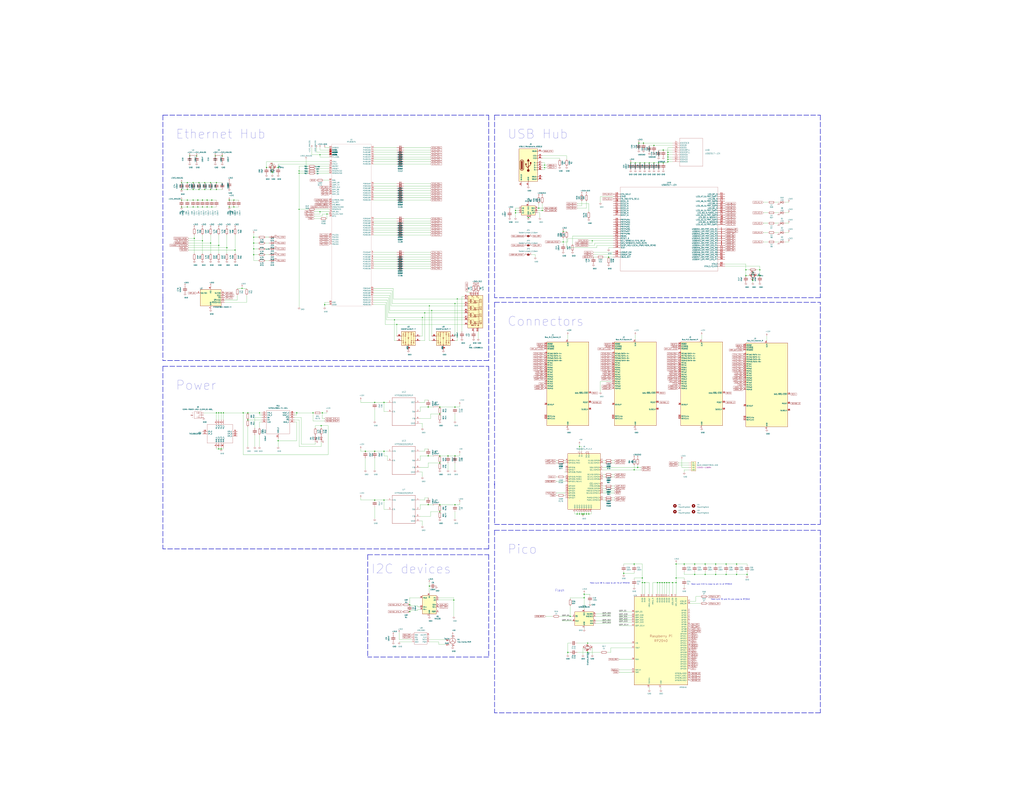
<source format=kicad_sch>
(kicad_sch (version 20250114) (generator "eeschema") (generator_version "9.0")
  (paper "E")
  (lib_symbols
    (symbol "2021-08-03_05-58-26:USB2517-JZX" (pin_names (offset 0.254))
      (property "Reference" "U" (at 60.96 12.7 0))
      (property "Value" "USB2517-JZX" (at 60.96 10.16 0))
      (symbol "USB2517-JZX_1_1"
        (pin bidirectional line (at 0 0 0) (length 7.62) (name "CFG_SEL2") (number "13"))
        (pin unspecified line (at 0 -2.54 0) (length 7.62) (name "EPAD") (number "65"))
        (pin bidirectional line (at 0 -5.08 0) (length 7.62) (name "HS_IND/CFG_SEL1") (number "42"))
        (pin bidirectional line (at 0 -7.62 0) (length 7.62) (name "OCS1_N") (number "28"))
        (pin bidirectional line (at 0 -10.16 0) (length 7.62) (name "OCS2_N") (number "27"))
        (pin bidirectional line (at 0 -12.7 0) (length 7.62) (name "OCS3_N") (number "22"))
        (pin bidirectional line (at 0 -15.24 0) (length 7.62) (name "OCS4_N") (number "21"))
        (pin bidirectional line (at 0 -17.78 0) (length 7.62) (name "OCS5_N") (number "35"))
        (pin bidirectional line (at 0 -20.32 0) (length 7.62) (name "OCS6_N") (number "38"))
        (pin bidirectional line (at 0 -22.86 0) (length 7.62) (name "OCS7_N") (number "37"))
        (pin bidirectional line (at 0 -27.94 0) (length 7.62) (name "PRTPWR4") (number "20"))
        (pin bidirectional line (at 0 -30.48 0) (length 7.62) (name "PRTPWR3") (number "23"))
        (pin bidirectional line (at 0 -33.02 0) (length 7.62) (name "PRTPWR2") (number "26"))
        (pin bidirectional line (at 0 -35.56 0) (length 7.62) (name "PRTPWR1") (number "29"))
        (pin bidirectional line (at 0 -38.1 0) (length 7.62) (name "PRTPWR5") (number "30"))
        (pin bidirectional line (at 0 -40.64 0) (length 7.62) (name "PRTPWR7") (number "36"))
        (pin bidirectional line (at 0 -43.18 0) (length 7.62) (name "PRTPWR6") (number "39"))
        (pin bidirectional line (at 0 -45.72 0) (length 7.62) (name "RBIAS") (number "63"))
        (pin bidirectional line (at 0 -48.26 0) (length 7.62) (name "RESET_N") (number "43"))
        (pin bidirectional line (at 0 -50.8 0) (length 7.62) (name "SCL/SMBCLK/CFG_SEL0") (number "41"))
        (pin bidirectional line (at 0 -53.34 0) (length 7.62) (name "SDA/SMBDATA/NON_REM1") (number "40"))
        (pin bidirectional line (at 0 -55.88 0) (length 7.62) (name "SUSP_IND/LOCAL_PWR/NON_REM0") (number "45"))
        (pin bidirectional line (at 0 -58.42 0) (length 7.62) (name "TEST") (number "19"))
        (pin bidirectional line (at 0 -63.5 0) (length 7.62) (name "USBUP_DM") (number "58"))
        (pin bidirectional line (at 0 -66.04 0) (length 7.62) (name "USBUP_DP") (number "59"))
        (pin bidirectional line (at 0 -68.58 0) (length 7.62) (name "VBUS_DET") (number "44"))
        (pin bidirectional line (at 121.92 0 180) (length 7.62) (name "LED_B7_N") (number "14"))
        (pin bidirectional line (at 121.92 -2.54 180) (length 7.62) (name "LED_A7_N/PRT_SWP7") (number "15"))
        (pin bidirectional line (at 121.92 -5.08 180) (length 7.62) (name "LED_B6_N") (number "16"))
        (pin bidirectional line (at 121.92 -7.62 180) (length 7.62) (name "LED_A6_N/PRT_SWP6") (number "17"))
        (pin bidirectional line (at 121.92 -10.16 180) (length 7.62) (name "LED_B5_N") (number "18"))
        (pin bidirectional line (at 121.92 -12.7 180) (length 7.62) (name "LED_A5_N/PRT_SWP5") (number "31"))
        (pin bidirectional line (at 121.92 -15.24 180) (length 7.62) (name "LED_B4_N") (number "32"))
        (pin bidirectional line (at 121.92 -17.78 180) (length 7.62) (name "LED_A4_N/PRT_SWP4") (number "33"))
        (pin bidirectional line (at 121.92 -20.32 180) (length 7.62) (name "LED_B3_N/GANG_EN") (number "34"))
        (pin bidirectional line (at 121.92 -22.86 180) (length 7.62) (name "LED_A3_N/PRT_SWP3") (number "47"))
        (pin bidirectional line (at 121.92 -25.4 180) (length 7.62) (name "LED_B2_N/BOOST1") (number "48"))
        (pin bidirectional line (at 121.92 -27.94 180) (length 7.62) (name "LED_A2_N/PRT_SWP2") (number "49"))
        (pin bidirectional line (at 121.92 -30.48 180) (length 7.62) (name "LED_B1_N/BOOST0") (number "50"))
        (pin bidirectional line (at 121.92 -33.02 180) (length 7.62) (name "LED_A1_N/PRT_SWP1") (number "51"))
        (pin bidirectional line (at 121.92 -38.1 180) (length 7.62) (name "USBDN1_DM/PRT_DIS_M1") (number "1"))
        (pin bidirectional line (at 121.92 -40.64 180) (length 7.62) (name "USBDN1_DP/PRT_DIS_P1") (number "2"))
        (pin bidirectional line (at 121.92 -43.18 180) (length 7.62) (name "USBDN2_DM/PRT_DIS_M2") (number "3"))
        (pin bidirectional line (at 121.92 -45.72 180) (length 7.62) (name "USBDN2_DP/PRT_DIS_P2") (number "4"))
        (pin bidirectional line (at 121.92 -48.26 180) (length 7.62) (name "USBDN3_DM/PRT_DIS_M3") (number "6"))
        (pin bidirectional line (at 121.92 -50.8 180) (length 7.62) (name "USBDN3_DP/PRT_DIS_P3") (number "7"))
        (pin bidirectional line (at 121.92 -53.34 180) (length 7.62) (name "USBDN4_DM/PRT_DIS_M4") (number "8"))
        (pin bidirectional line (at 121.92 -55.88 180) (length 7.62) (name "USBDN4_DP/PRT_DIS_P4") (number "9"))
        (pin bidirectional line (at 121.92 -58.42 180) (length 7.62) (name "USBDN5_DM/PRT_DIS_M5") (number "11"))
        (pin bidirectional line (at 121.92 -60.96 180) (length 7.62) (name "USBDN5_DP/PRT_DIS_P5") (number "12"))
        (pin bidirectional line (at 121.92 -63.5 180) (length 7.62) (name "USBDN6_DM/PRT_DIS_M6") (number "53"))
        (pin bidirectional line (at 121.92 -66.04 180) (length 7.62) (name "USBDN6_DP/PRT_DIS_P6") (number "54"))
        (pin bidirectional line (at 121.92 -68.58 180) (length 7.62) (name "USBDN7_DM/PRT_DIS_M7") (number "55"))
        (pin bidirectional line (at 121.92 -71.12 180) (length 7.62) (name "USBDN7_DP/PRT_DIS_P7") (number "56"))
        (pin bidirectional line (at 121.92 -76.2 180) (length 7.62) (name "XTAL2") (number "60"))
        (pin bidirectional line (at 121.92 -78.74 180) (length 7.62) (name "XTAL1/CLKIN") (number "61"))
      )
      (symbol "USB2517-JZX_2_1"
        (pin power_in line (at 0 0 0) (length 7.62) (name "VDD33CR") (number "24"))
        (pin power_in line (at 0 -2.54 0) (length 7.62) (name "VDD18") (number "25"))
        (pin power_in line (at 0 -5.08 0) (length 7.62) (name "VDD33") (number "46"))
        (pin power_in line (at 0 -7.62 0) (length 7.62) (name "VDD18PLL") (number "62"))
        (pin power_in line (at 0 -10.16 0) (length 7.62) (name "VDD33PLL") (number "64"))
        (pin power_in line (at 0 -12.7 0) (length 7.62) (name "VDDA33") (number "5"))
        (pin power_in line (at 0 -15.24 0) (length 7.62) (name "VDDA33") (number "10"))
        (pin power_in line (at 0 -17.78 0) (length 7.62) (name "VDDA33") (number "52"))
        (pin power_in line (at 0 -20.32 0) (length 7.62) (name "VDDA33") (number "57"))
      )
    )
    (symbol "2021-08-04_03-35-14:XTPS563202DRLR" (pin_names (offset 0.254))
      (property "Reference" "U" (at 0 2.54 0))
      (property "Value" "XTPS563202DRLR" (at 0 0 0))
      (symbol "XTPS563202DRLR_1_1"
        (pin power_in line (at -17.78 10.16 0) (length 5.08) (name "VIN") (number "1"))
        (pin input line (at -17.78 0 0) (length 5.08) (name "EN") (number "5"))
        (pin unspecified line (at 17.78 10.16 180) (length 5.08) (name "BST") (number "4"))
        (pin power_in line (at 17.78 0 180) (length 5.08) (name "SW") (number "2"))
        (pin input line (at 17.78 -7.62 180) (length 5.08) (name "FB") (number "6"))
        (pin power_in line (at 17.78 -12.7 180) (length 5.08) (name "GND") (number "3"))
      )
    )
    (symbol "Analog_ADC:INA226"
      (property "Reference" "U" (at -6.35 11.43 0))
      (property "Value" "INA226" (at 3.81 11.43 0))
      (symbol "INA226_1_1"
        (pin input line (at -10.16 7.62 0) (length 2.54) (name "Vbus") (number "8"))
        (pin input line (at -10.16 -2.54 0) (length 2.54) (name "Vin+") (number "10"))
        (pin input line (at -10.16 -5.08 0) (length 2.54) (name "Vin-") (number "9"))
        (pin power_in line (at 0 12.7 270) (length 2.54) (name "VS") (number "6"))
        (pin power_in line (at 0 -12.7 90) (length 2.54) (name "GND") (number "7"))
        (pin input line (at 10.16 7.62 180) (length 2.54) (name "A1") (number "1"))
        (pin input line (at 10.16 5.08 180) (length 2.54) (name "A0") (number "2"))
        (pin bidirectional line (at 10.16 0 180) (length 2.54) (name "SDA") (number "4"))
        (pin input line (at 10.16 -2.54 180) (length 2.54) (name "SCL") (number "5"))
        (pin open_collector line (at 10.16 -7.62 180) (length 2.54) (name "~{Alert}") (number "3"))
      )
    )
    (symbol "Connector:Bus_M.2_Socket_M_1"
      (property "Reference" "J" (at -22.86 46.99 0))
      (property "Value" "Bus_M.2_Socket_M" (at 16.51 46.99 0))
      (symbol "Bus_M.2_Socket_M_1_1_1"
        (pin output line (at -25.4 43.18 0) (length 2.54) (name "~{PERST}") (number "50"))
        (pin bidirectional line (at -25.4 40.64 0) (length 2.54) (name "~{CLKREQ}") (number "52"))
        (pin bidirectional line (at -25.4 38.1 0) (length 2.54) (name "~{PEWAKE}") (number "54"))
        (pin output line (at -25.4 33.02 0) (length 2.54) (name "PETp0/SATA-A+") (number "49"))
        (pin output line (at -25.4 30.48 0) (length 2.54) (name "PETn0/SATA-A-") (number "47"))
        (pin input line (at -25.4 27.94 0) (length 2.54) (name "PERp0/SATA-B-") (number "43"))
        (pin input line (at -25.4 25.4 0) (length 2.54) (name "PERn0/SATA-B+") (number "41"))
        (pin output line (at -25.4 22.86 0) (length 2.54) (name "PETp1") (number "37"))
        (pin output line (at -25.4 20.32 0) (length 2.54) (name "PETn1") (number "35"))
        (pin input line (at -25.4 17.78 0) (length 2.54) (name "PERp1") (number "31"))
        (pin input line (at -25.4 15.24 0) (length 2.54) (name "PERn1") (number "29"))
        (pin output line (at -25.4 12.7 0) (length 2.54) (name "PETp2") (number "25"))
        (pin output line (at -25.4 10.16 0) (length 2.54) (name "PETn2") (number "23"))
        (pin input line (at -25.4 7.62 0) (length 2.54) (name "PERp2") (number "19"))
        (pin input line (at -25.4 5.08 0) (length 2.54) (name "PERn2") (number "17"))
        (pin output line (at -25.4 2.54 0) (length 2.54) (name "PETp3") (number "13"))
        (pin output line (at -25.4 0 0) (length 2.54) (name "PETn3") (number "11"))
        (pin input line (at -25.4 -2.54 0) (length 2.54) (name "PERp3") (number "7"))
        (pin input line (at -25.4 -5.08 0) (length 2.54) (name "PERn3") (number "5"))
        (pin output line (at -25.4 -22.86 0) (length 2.54) (name "DEVSLP") (number "38"))
        (pin output line (at -25.4 -35.56 0) (length 2.54) (name "REFCLKp") (number "55"))
        (pin output line (at -25.4 -38.1 0) (length 2.54) (name "REFCLKn") (number "53"))
        (pin passive line (at 0 48.26 270) (length 2.54) (hide yes) (name "3.3V") (number "70"))
        (pin passive line (at 0 48.26 270) (length 2.54) (hide yes) (name "3.3V") (number "72"))
        (pin power_in line (at 0 48.26 270) (length 2.54) (name "3.3V") (number "74"))
        (pin power_in line (at 0 -48.26 90) (length 2.54) (name "GND") (number "1"))
        (pin passive line (at 0 -48.26 90) (length 2.54) (hide yes) (name "GND") (number "15"))
        (pin passive line (at 0 -48.26 90) (length 2.54) (hide yes) (name "GND") (number "21"))
        (pin passive line (at 0 -48.26 90) (length 2.54) (hide yes) (name "GND") (number "27"))
        (pin passive line (at 0 -48.26 90) (length 2.54) (hide yes) (name "GND") (number "3"))
        (pin passive line (at 0 -48.26 90) (length 2.54) (hide yes) (name "GND") (number "33"))
        (pin passive line (at 0 -48.26 90) (length 2.54) (hide yes) (name "GND") (number "39"))
        (pin passive line (at 0 -48.26 90) (length 2.54) (hide yes) (name "GND") (number "45"))
        (pin passive line (at 0 -48.26 90) (length 2.54) (hide yes) (name "GND") (number "51"))
        (pin passive line (at 0 -48.26 90) (length 2.54) (hide yes) (name "GND") (number "57"))
        (pin passive line (at 0 -48.26 90) (length 2.54) (hide yes) (name "GND") (number "71"))
        (pin passive line (at 0 -48.26 90) (length 2.54) (hide yes) (name "GND") (number "73"))
        (pin passive line (at 0 -48.26 90) (length 2.54) (hide yes) (name "GND") (number "75"))
        (pin passive line (at 0 -48.26 90) (length 2.54) (hide yes) (name "GND") (number "9"))
        (pin no_connect line (at 22.86 40.64 180) (length 2.54) (hide yes) (name "NC") (number "58"))
        (pin no_connect line (at 22.86 38.1 180) (length 2.54) (hide yes) (name "NC") (number "56"))
        (pin no_connect line (at 22.86 35.56 180) (length 2.54) (hide yes) (name "NC") (number "48"))
        (pin no_connect line (at 22.86 33.02 180) (length 2.54) (hide yes) (name "NC") (number "46"))
        (pin no_connect line (at 22.86 30.48 180) (length 2.54) (hide yes) (name "NC") (number "44"))
        (pin no_connect line (at 22.86 27.94 180) (length 2.54) (hide yes) (name "NC") (number "42"))
        (pin no_connect line (at 22.86 25.4 180) (length 2.54) (hide yes) (name "NC") (number "40"))
        (pin no_connect line (at 22.86 22.86 180) (length 2.54) (hide yes) (name "NC") (number "36"))
        (pin no_connect line (at 22.86 20.32 180) (length 2.54) (hide yes) (name "NC") (number "34"))
        (pin no_connect line (at 22.86 17.78 180) (length 2.54) (hide yes) (name "NC") (number "32"))
        (pin no_connect line (at 22.86 15.24 180) (length 2.54) (hide yes) (name "NC") (number "30"))
        (pin no_connect line (at 22.86 12.7 180) (length 2.54) (hide yes) (name "NC") (number "28"))
        (pin no_connect line (at 22.86 10.16 180) (length 2.54) (hide yes) (name "NC") (number "26"))
        (pin no_connect line (at 22.86 7.62 180) (length 2.54) (hide yes) (name "NC") (number "24"))
        (pin no_connect line (at 22.86 5.08 180) (length 2.54) (hide yes) (name "NC") (number "22"))
        (pin no_connect line (at 22.86 2.54 180) (length 2.54) (hide yes) (name "NC") (number "20"))
        (pin no_connect line (at 22.86 0 180) (length 2.54) (hide yes) (name "NC") (number "8"))
        (pin no_connect line (at 22.86 -2.54 180) (length 2.54) (hide yes) (name "NC") (number "6"))
        (pin no_connect line (at 22.86 -5.08 180) (length 2.54) (hide yes) (name "NC") (number "67"))
        (pin bidirectional line (at 25.4 -10.16 180) (length 2.54) (name "DAS/~{DSS}/~{LED1}") (number "10"))
        (pin passive line (at 25.4 -20.32 180) (length 2.54) (name "PEDET") (number "69"))
        (pin output line (at 25.4 -27.94 180) (length 2.54) (name "SUSCLK") (number "68"))
      )
    )
    (symbol "Connector:RB1-125B8G1A" (pin_names (hide yes))
      (property "Reference" "J" (at -7.62 20.32 0))
      (property "Value" "RB1-125B8G1A" (at 15.24 20.32 0))
      (symbol "RB1-125B8G1A_0_0"
        (text "C1" (at -5.08 13.97 0) (effects (font (size 1.27 1.27))))
        (text "C2" (at -5.08 11.684 0) (effects (font (size 1.27 1.27))))
        (text "C3" (at -5.08 6.096 0) (effects (font (size 1.27 1.27))))
        (text "C6" (at -5.08 4.064 0) (effects (font (size 1.27 1.27))))
        (text "C4" (at -5.08 -1.524 0) (effects (font (size 1.27 1.27))))
        (text "C5" (at -5.08 -3.556 0) (effects (font (size 1.27 1.27))))
        (text "C7" (at -5.08 -9.144 0) (effects (font (size 1.27 1.27))))
        (text "C8" (at -5.08 -11.176 0) (effects (font (size 1.27 1.27))))
        (text "G" (at -2.54 16.51 0) (effects (font (size 1.27 1.27))))
        (text "75" (at 0.762 10.922 0) (effects (font (size 0.635 0.635))))
        (text "75" (at 0.762 3.302 0) (effects (font (size 0.635 0.635))))
        (text "75" (at 0.762 -4.318 0) (effects (font (size 0.635 0.635))))
        (text "75" (at 0.762 -11.938 0) (effects (font (size 0.635 0.635))))
        (text "Y" (at 2.54 16.51 0) (effects (font (size 1.27 1.27))))
        (text "1000pF 2kV" (at 2.54 -13.716 0) (effects (font (size 0.635 0.635))))
      )
      (symbol "RB1-125B8G1A_0_1"
        (pin power_in line (at -2.54 -20.32 90) (length 3.81) (name "GND") (number "R10"))
      )
      (symbol "RB1-125B8G1A_1_1"
        (pin passive line (at -2.54 22.86 270) (length 3.81) (name "~") (number "L3"))
        (pin passive line (at 0 22.86 270) (length 3.81) (name "~") (number "L4"))
        (pin passive line (at 2.54 22.86 270) (length 3.81) (name "~") (number "L1"))
        (pin passive line (at 2.54 -20.32 90) (length 3.81) (name "SH") (number "SH"))
        (pin passive line (at 5.08 22.86 270) (length 3.81) (name "~") (number "L2"))
        (pin passive line (at 12.7 17.78 180) (length 3.81) (name "CT") (number "R1"))
        (pin passive line (at 12.7 15.24 180) (length 3.81) (name "TD1+") (number "R2"))
        (pin passive line (at 12.7 10.16 180) (length 3.81) (name "TD1-") (number "R3"))
        (pin passive line (at 12.7 7.62 180) (length 3.81) (name "TD2+") (number "R4"))
        (pin passive line (at 12.7 2.54 180) (length 3.81) (name "TD2-") (number "R5"))
        (pin passive line (at 12.7 0 180) (length 3.81) (name "TD3+") (number "R6"))
        (pin passive line (at 12.7 -5.08 180) (length 3.81) (name "TD3-") (number "R7"))
        (pin passive line (at 12.7 -7.62 180) (length 3.81) (name "TD4+") (number "R8"))
        (pin passive line (at 12.7 -12.7 180) (length 3.81) (name "TD4-") (number "R9"))
      )
    )
    (symbol "Connector:Raspberry_Pi_2_3" (pin_names (offset 1.016))
      (property "Reference" "J" (at -17.78 31.75 0))
      (property "Value" "Raspberry_Pi_2_3" (at 10.16 -31.75 0))
      (symbol "Raspberry_Pi_2_3_1_1"
        (pin bidirectional line (at -20.32 22.86 0) (length 2.54) (name "GPIO14/TXD") (number "8"))
        (pin bidirectional line (at -20.32 20.32 0) (length 2.54) (name "GPIO15/RXD") (number "10"))
        (pin bidirectional line (at -20.32 15.24 0) (length 2.54) (name "GPIO16") (number "36"))
        (pin bidirectional line (at -20.32 12.7 0) (length 2.54) (name "GPIO17") (number "11"))
        (pin bidirectional line (at -20.32 10.16 0) (length 2.54) (name "GPIO18/PWM0") (number "12"))
        (pin bidirectional line (at -20.32 5.08 0) (length 2.54) (name "GPIO19/MISO1") (number "35"))
        (pin bidirectional line (at -20.32 2.54 0) (length 2.54) (name "GPIO20/MOSI1") (number "38"))
        (pin bidirectional line (at -20.32 0 0) (length 2.54) (name "GPIO21/SCLK1") (number "40"))
        (pin bidirectional line (at -20.32 -5.08 0) (length 2.54) (name "GPIO22") (number "15"))
        (pin bidirectional line (at -20.32 -7.62 0) (length 2.54) (name "GPIO23") (number "16"))
        (pin bidirectional line (at -20.32 -10.16 0) (length 2.54) (name "GPIO24") (number "18"))
        (pin bidirectional line (at -20.32 -12.7 0) (length 2.54) (name "GPIO25") (number "22"))
        (pin bidirectional line (at -20.32 -15.24 0) (length 2.54) (name "GPIO26") (number "37"))
        (pin bidirectional line (at -20.32 -17.78 0) (length 2.54) (name "GPIO27") (number "13"))
        (pin power_in line (at -10.16 -33.02 90) (length 2.54) (name "GND") (number "6"))
        (pin power_in line (at -7.62 -33.02 90) (length 2.54) (name "GND") (number "9"))
        (pin power_in line (at -5.08 33.02 270) (length 2.54) (name "5V") (number "2"))
        (pin power_in line (at -5.08 -33.02 90) (length 2.54) (name "GND") (number "14"))
        (pin power_in line (at -2.54 33.02 270) (length 2.54) (name "5V") (number "4"))
        (pin power_in line (at -2.54 -33.02 90) (length 2.54) (name "GND") (number "20"))
        (pin power_in line (at 0 -33.02 90) (length 2.54) (name "GND") (number "25"))
        (pin power_in line (at 2.54 33.02 270) (length 2.54) (name "3V3") (number "1"))
        (pin power_in line (at 2.54 -33.02 90) (length 2.54) (name "GND") (number "30"))
        (pin power_in line (at 5.08 33.02 270) (length 2.54) (name "3V3") (number "17"))
        (pin power_in line (at 5.08 -33.02 90) (length 2.54) (name "GND") (number "34"))
        (pin power_in line (at 7.62 -33.02 90) (length 2.54) (name "GND") (number "39"))
        (pin bidirectional line (at 20.32 22.86 180) (length 2.54) (name "ID_SD/GPIO0") (number "27"))
        (pin bidirectional line (at 20.32 20.32 180) (length 2.54) (name "ID_SC/GPIO1") (number "28"))
        (pin bidirectional line (at 20.32 15.24 180) (length 2.54) (name "SDA/GPIO2") (number "3"))
        (pin bidirectional line (at 20.32 12.7 180) (length 2.54) (name "SCL/GPIO3") (number "5"))
        (pin bidirectional line (at 20.32 7.62 180) (length 2.54) (name "GCLK0/GPIO4") (number "7"))
        (pin bidirectional line (at 20.32 5.08 180) (length 2.54) (name "GCLK1/GPIO5") (number "29"))
        (pin bidirectional line (at 20.32 2.54 180) (length 2.54) (name "GCLK2/GPIO6") (number "31"))
        (pin bidirectional line (at 20.32 -2.54 180) (length 2.54) (name "~{CE1}/GPIO7") (number "26"))
        (pin bidirectional line (at 20.32 -5.08 180) (length 2.54) (name "~{CE0}/GPIO8") (number "24"))
        (pin bidirectional line (at 20.32 -7.62 180) (length 2.54) (name "MISO0/GPIO9") (number "21"))
        (pin bidirectional line (at 20.32 -10.16 180) (length 2.54) (name "MOSI0/GPIO10") (number "19"))
        (pin bidirectional line (at 20.32 -12.7 180) (length 2.54) (name "SCLK0/GPIO11") (number "23"))
        (pin bidirectional line (at 20.32 -17.78 180) (length 2.54) (name "PWM0/GPIO12") (number "32"))
        (pin bidirectional line (at 20.32 -20.32 180) (length 2.54) (name "PWM1/GPIO13") (number "33"))
      )
    )
    (symbol "Connector:USB_C_Receptacle_USB2.0" (pin_names (offset 1.016))
      (property "Reference" "J" (at -10.16 19.05 0))
      (property "Value" "USB_C_Receptacle_USB2.0" (at 19.05 19.05 0))
      (symbol "USB_C_Receptacle_USB2.0_1_1"
        (pin passive line (at -7.62 -22.86 90) (length 5.08) (name "SHIELD") (number "S1"))
        (pin passive line (at 0 -22.86 90) (length 5.08) (name "GND") (number "A1"))
        (pin passive line (at 0 -22.86 90) (length 5.08) (hide yes) (name "GND") (number "A12"))
        (pin passive line (at 0 -22.86 90) (length 5.08) (hide yes) (name "GND") (number "B1"))
        (pin passive line (at 0 -22.86 90) (length 5.08) (hide yes) (name "GND") (number "B12"))
        (pin passive line (at 15.24 15.24 180) (length 5.08) (name "VBUS") (number "A4"))
        (pin passive line (at 15.24 15.24 180) (length 5.08) (hide yes) (name "VBUS") (number "A9"))
        (pin passive line (at 15.24 15.24 180) (length 5.08) (hide yes) (name "VBUS") (number "B4"))
        (pin passive line (at 15.24 15.24 180) (length 5.08) (hide yes) (name "VBUS") (number "B9"))
        (pin bidirectional line (at 15.24 10.16 180) (length 5.08) (name "CC1") (number "A5"))
        (pin bidirectional line (at 15.24 7.62 180) (length 5.08) (name "CC2") (number "B5"))
        (pin bidirectional line (at 15.24 2.54 180) (length 5.08) (name "D-") (number "A7"))
        (pin bidirectional line (at 15.24 0 180) (length 5.08) (name "D-") (number "B7"))
        (pin bidirectional line (at 15.24 -2.54 180) (length 5.08) (name "D+") (number "A6"))
        (pin bidirectional line (at 15.24 -5.08 180) (length 5.08) (name "D+") (number "B6"))
        (pin bidirectional line (at 15.24 -12.7 180) (length 5.08) (name "SBU1") (number "A8"))
        (pin bidirectional line (at 15.24 -15.24 180) (length 5.08) (name "SBU2") (number "B8"))
      )
    )
    (symbol "Device:C" (pin_numbers (hide yes)) (pin_names (offset 0.254))
      (property "Reference" "C" (at 0.635 2.54 0))
      (property "Value" "C" (at 0.635 -2.54 0))
      (symbol "C_1_1"
        (pin passive line (at 0 3.81 270) (length 2.794) (name "~") (number "1"))
        (pin passive line (at 0 -3.81 90) (length 2.794) (name "~") (number "2"))
      )
    )
    (symbol "Device:Crystal_GND24" (pin_names (offset 1.016) (hide yes))
      (property "Reference" "Y" (at 3.175 5.08 0))
      (property "Value" "Crystal_GND24" (at 3.175 3.175 0))
      (symbol "Crystal_GND24_1_1"
        (pin passive line (at -3.81 0 0) (length 1.27) (name "1") (number "1"))
        (pin passive line (at 0 5.08 270) (length 1.27) (name "2") (number "2"))
        (pin passive line (at 0 -5.08 90) (length 1.27) (name "4") (number "4"))
        (pin passive line (at 3.81 0 180) (length 1.27) (name "3") (number "3"))
      )
    )
    (symbol "Device:L" (pin_numbers (hide yes)) (pin_names (offset 1.016) (hide yes))
      (property "Reference" "L" (at -1.27 0 90))
      (property "Value" "L" (at 1.905 0 90))
      (symbol "L_1_1"
        (pin passive line (at 0 3.81 270) (length 1.27) (name "1") (number "1"))
        (pin passive line (at 0 -3.81 90) (length 1.27) (name "2") (number "2"))
      )
    )
    (symbol "Device:LED" (pin_numbers (hide yes)) (pin_names (offset 1.016) (hide yes))
      (property "Reference" "D" (at 0 2.54 0))
      (property "Value" "LED" (at 0 -2.54 0))
      (symbol "LED_1_1"
        (pin passive line (at -3.81 0 0) (length 2.54) (name "K") (number "1"))
        (pin passive line (at 3.81 0 180) (length 2.54) (name "A") (number "2"))
      )
    )
    (symbol "Device:R" (pin_numbers (hide yes)) (pin_names (offset 0))
      (property "Reference" "R" (at 2.032 0 90))
      (property "Value" "R" (at 0 0 90))
      (symbol "R_1_1"
        (pin passive line (at 0 3.81 270) (length 1.27) (name "~") (number "1"))
        (pin passive line (at 0 -3.81 90) (length 1.27) (name "~") (number "2"))
      )
    )
    (symbol "Jumper:SolderJumper_2_Open" (pin_names (offset 0) (hide yes))
      (property "Reference" "JP" (at 0 2.032 0))
      (property "Value" "SolderJumper_2_Open" (at 0 -2.54 0))
      (symbol "SolderJumper_2_Open_1_1"
        (pin passive line (at -3.81 0 0) (length 2.54) (name "A") (number "1"))
        (pin passive line (at 3.81 0 180) (length 2.54) (name "B") (number "2"))
      )
    )
    (symbol "MCU_RaspberryPi_RP2040:RP2040" (pin_names (offset 1.016))
      (property "Reference" "U" (at -29.21 49.53 0))
      (property "Value" "RP2040" (at 24.13 -49.53 0))
      (symbol "RP2040_0_0"
        (text "Raspberry Pi" (at 0 5.08 0) (effects (font (size 2.54 2.54))))
        (text "RP2040" (at 0 0 0) (effects (font (size 2.54 2.54))))
      )
      (symbol "RP2040_1_1"
        (pin bidirectional line (at -31.75 31.75 0) (length 2.54) (name "QSPI_SS") (number "56"))
        (pin bidirectional line (at -31.75 27.94 0) (length 2.54) (name "QSPI_SD0") (number "53"))
        (pin bidirectional line (at -31.75 25.4 0) (length 2.54) (name "QSPI_SD1") (number "55"))
        (pin bidirectional line (at -31.75 22.86 0) (length 2.54) (name "QSPI_SD2") (number "54"))
        (pin bidirectional line (at -31.75 20.32 0) (length 2.54) (name "QSPI_SD3") (number "51"))
        (pin output line (at -31.75 16.51 0) (length 2.54) (name "QSPI_SCLK") (number "52"))
        (pin input line (at -31.75 -2.54 0) (length 2.54) (name "XIN") (number "20"))
        (pin passive line (at -31.75 -7.62 0) (length 2.54) (name "XOUT") (number "21"))
        (pin input line (at -31.75 -20.32 0) (length 2.54) (name "RUN") (number "26"))
        (pin output line (at -31.75 -31.75 0) (length 2.54) (name "SWCLK") (number "24"))
        (pin bidirectional line (at -31.75 -34.29 0) (length 2.54) (name "SWD") (number "25"))
        (pin power_in line (at -20.32 50.8 270) (length 2.54) (name "DVDD") (number "50"))
        (pin power_in line (at -17.78 50.8 270) (length 2.54) (name "DVDD") (number "23"))
        (pin power_out line (at -12.7 50.8 270) (length 2.54) (name "VREG_VOUT") (number "45"))
        (pin passive line (at -12.7 -50.8 90) (length 2.54) (name "TESTEN") (number "19"))
        (pin power_in line (at -8.89 50.8 270) (length 2.54) (name "VREG_IN") (number "44"))
        (pin power_in line (at -3.81 50.8 270) (length 2.54) (name "IOVDD") (number "49"))
        (pin power_in line (at -1.27 50.8 270) (length 2.54) (name "IOVDD") (number "42"))
        (pin power_in line (at 0 -50.8 90) (length 2.54) (name "GND") (number "57"))
        (pin power_in line (at 1.27 50.8 270) (length 2.54) (name "IOVDD") (number "33"))
        (pin power_in line (at 3.81 50.8 270) (length 2.54) (name "IOVDD") (number "22"))
        (pin power_in line (at 6.35 50.8 270) (length 2.54) (name "IOVDD") (number "10"))
        (pin power_in line (at 8.89 50.8 270) (length 2.54) (name "IOVDD") (number "1"))
        (pin power_in line (at 12.7 50.8 270) (length 2.54) (name "USB_VDD") (number "48"))
        (pin power_in line (at 16.51 50.8 270) (length 2.54) (name "ADC_AVDD") (number "43"))
        (pin bidirectional line (at 31.75 43.18 180) (length 2.54) (name "USB_DP") (number "47"))
        (pin bidirectional line (at 31.75 40.64 180) (length 2.54) (name "USB_DM") (number "46"))
        (pin bidirectional line (at 31.75 33.02 180) (length 2.54) (name "GPIO0") (number "2"))
        (pin bidirectional line (at 31.75 30.48 180) (length 2.54) (name "GPIO1") (number "3"))
        (pin bidirectional line (at 31.75 27.94 180) (length 2.54) (name "GPIO2") (number "4"))
        (pin bidirectional line (at 31.75 25.4 180) (length 2.54) (name "GPIO3") (number "5"))
        (pin bidirectional line (at 31.75 22.86 180) (length 2.54) (name "GPIO4") (number "6"))
        (pin bidirectional line (at 31.75 20.32 180) (length 2.54) (name "GPIO5") (number "7"))
        (pin bidirectional line (at 31.75 17.78 180) (length 2.54) (name "GPIO6") (number "8"))
        (pin bidirectional line (at 31.75 15.24 180) (length 2.54) (name "GPIO7") (number "9"))
        (pin bidirectional line (at 31.75 12.7 180) (length 2.54) (name "GPIO8") (number "11"))
        (pin bidirectional line (at 31.75 10.16 180) (length 2.54) (name "GPIO9") (number "12"))
        (pin bidirectional line (at 31.75 7.62 180) (length 2.54) (name "GPIO10") (number "13"))
        (pin bidirectional line (at 31.75 5.08 180) (length 2.54) (name "GPIO11") (number "14"))
        (pin bidirectional line (at 31.75 2.54 180) (length 2.54) (name "GPIO12") (number "15"))
        (pin bidirectional line (at 31.75 0 180) (length 2.54) (name "GPIO13") (number "16"))
        (pin bidirectional line (at 31.75 -2.54 180) (length 2.54) (name "GPIO14") (number "17"))
        (pin bidirectional line (at 31.75 -5.08 180) (length 2.54) (name "GPIO15") (number "18"))
        (pin bidirectional line (at 31.75 -7.62 180) (length 2.54) (name "GPIO16") (number "27"))
        (pin bidirectional line (at 31.75 -10.16 180) (length 2.54) (name "GPIO17") (number "28"))
        (pin bidirectional line (at 31.75 -12.7 180) (length 2.54) (name "GPIO18") (number "29"))
        (pin bidirectional line (at 31.75 -15.24 180) (length 2.54) (name "GPIO19") (number "30"))
        (pin bidirectional line (at 31.75 -17.78 180) (length 2.54) (name "GPIO20") (number "31"))
        (pin bidirectional line (at 31.75 -20.32 180) (length 2.54) (name "GPIO21") (number "32"))
        (pin bidirectional line (at 31.75 -22.86 180) (length 2.54) (name "GPIO22") (number "34"))
        (pin bidirectional line (at 31.75 -25.4 180) (length 2.54) (name "GPIO23") (number "35"))
        (pin bidirectional line (at 31.75 -27.94 180) (length 2.54) (name "GPIO24") (number "36"))
        (pin bidirectional line (at 31.75 -30.48 180) (length 2.54) (name "GPIO25") (number "37"))
        (pin bidirectional line (at 31.75 -35.56 180) (length 2.54) (name "GPIO26_ADC0") (number "38"))
        (pin bidirectional line (at 31.75 -38.1 180) (length 2.54) (name "GPIO27_ADC1") (number "39"))
        (pin bidirectional line (at 31.75 -40.64 180) (length 2.54) (name "GPIO28_ADC2") (number "40"))
        (pin bidirectional line (at 31.75 -43.18 180) (length 2.54) (name "GPIO29_ADC3") (number "41"))
      )
    )
    (symbol "Mechanical:MountingHole" (pin_names (offset 1.016))
      (property "Reference" "H" (at 0 5.08 0))
      (property "Value" "MountingHole" (at 0 3.175 0))
    )
    (symbol "Memory_EEPROM:24LC08"
      (property "Reference" "U" (at -6.35 6.35 0))
      (property "Value" "24LC08" (at 1.27 6.35 0))
      (symbol "24LC08_1_1"
        (pin input line (at -10.16 2.54 0) (length 2.54) (name "A0") (number "1"))
        (pin input line (at -10.16 0 0) (length 2.54) (name "A1") (number "2"))
        (pin input line (at -10.16 -2.54 0) (length 2.54) (name "A2") (number "3"))
        (pin power_in line (at 0 7.62 270) (length 2.54) (name "VCC") (number "8"))
        (pin power_in line (at 0 -7.62 90) (length 2.54) (name "GND") (number "4"))
        (pin input line (at 2.54 -7.62 90) (length 2.54) (name "EP") (number "9"))
        (pin bidirectional line (at 10.16 2.54 180) (length 2.54) (name "SDA") (number "5"))
        (pin input line (at 10.16 0 180) (length 2.54) (name "SCL") (number "6"))
        (pin input line (at 10.16 -2.54 180) (length 2.54) (name "WP") (number "7"))
      )
    )
    (symbol "Memory_Flash:AT25SF081-SSHD-X"
      (property "Reference" "U" (at 2.54 12.7 0))
      (property "Value" "AT25SF081-SSHD-X" (at 10.16 10.16 0))
      (symbol "AT25SF081-SSHD-X_1_1"
        (pin bidirectional line (at -15.24 5.08 0) (length 3.81) (name "SI/IO0") (number "5"))
        (pin input line (at -15.24 2.54 0) (length 3.81) (name "SCK") (number "6"))
        (pin input line (at -15.24 0 0) (length 3.81) (name "~{CS}") (number "1"))
        (pin bidirectional line (at -15.24 -2.54 0) (length 3.81) (name "~{WP}/IO2") (number "3"))
        (pin bidirectional line (at -15.24 -5.08 0) (length 3.81) (name "~{HOLD}/IO3") (number "7"))
        (pin power_in line (at 0 12.7 270) (length 3.81) (name "VCC") (number "8"))
        (pin power_in line (at 0 -12.7 90) (length 3.81) (name "GND") (number "4"))
        (pin bidirectional line (at 15.24 5.08 180) (length 3.81) (name "SO/IO1") (number "2"))
      )
    )
    (symbol "Memory_Flash:W25Q128JVS"
      (property "Reference" "U" (at -8.89 8.89 0))
      (property "Value" "W25Q128JVS" (at 7.62 8.89 0))
      (symbol "W25Q128JVS_1_1"
        (pin input line (at -12.7 2.54 0) (length 2.54) (name "~{CS}") (number "1"))
        (pin input line (at -12.7 -2.54 0) (length 2.54) (name "CLK") (number "6"))
        (pin power_in line (at 0 10.16 270) (length 2.54) (name "VCC") (number "8"))
        (pin power_in line (at 0 -10.16 90) (length 2.54) (name "GND") (number "4"))
        (pin bidirectional line (at 12.7 5.08 180) (length 2.54) (name "DI(IO0)") (number "5"))
        (pin bidirectional line (at 12.7 2.54 180) (length 2.54) (name "DO(IO1)") (number "2"))
        (pin bidirectional line (at 12.7 -2.54 180) (length 2.54) (name "IO2") (number "3"))
        (pin bidirectional line (at 12.7 -5.08 180) (length 2.54) (name "IO3") (number "7"))
      )
    )
    (symbol "Motor:Fan_Tacho_PWM" (pin_names (offset 0))
      (property "Reference" "M" (at 2.54 5.08 0))
      (property "Value" "Fan_Tacho_PWM" (at 2.54 -2.54 0))
      (symbol "Fan_Tacho_PWM_1_1"
        (pin passive line (at -7.62 2.54 0) (length 2.54) (name "Tacho") (number "3"))
        (pin input line (at -7.62 -2.54 0) (length 2.54) (name "PWM") (number "4"))
        (pin passive line (at 0 7.62 270) (length 2.54) (name "+") (number "2"))
        (pin passive line (at 0 -5.08 90) (length 2.54) (name "-") (number "1"))
      )
    )
    (symbol "OPL_Connector:CONN-POWER-JACK-2.1MM_DC-005_" (pin_numbers (hide yes)) (pin_names (offset 1.016) (hide yes))
      (property "Reference" "J" (at -5.08 5.08 0))
      (property "Value" "CONN-POWER-JACK-2.1MM_DC-005_" (at 1.27 5.08 0))
      (symbol "CONN-POWER-JACK-2.1MM_DC-005__1_0"
        (text "CDN" (at -6.4516 -0.1016 0) (effects (font (size 0.8128 0.8128))))
        (text "+" (at -5.8674 2.413 0) (effects (font (size 1.016 1.016))))
        (text "-" (at -5.8674 -2.667 0) (effects (font (size 1.016 1.016))))
      )
      (symbol "CONN-POWER-JACK-2.1MM_DC-005__1_1"
        (pin bidirectional line (at 6.35 2.54 180) (length 2.54) (name "+") (number "1"))
        (pin bidirectional line (at 6.35 0 180) (length 2.54) (name "CDN") (number "3"))
        (pin bidirectional line (at 6.35 -2.54 180) (length 2.54) (name "-") (number "2"))
      )
    )
    (symbol "Power_Protection:D3V3XA4B10LP_2" (pin_names (offset 0))
      (property "Reference" "U" (at -0.635 8.89 0))
      (property "Value" "D3V3XA4B10LP" (at 8.89 -10.16 0))
      (symbol "D3V3XA4B10LP_2_1_1"
        (pin passive line (at -12.7 2.54 0) (length 5.08) (name "~") (number "1"))
        (pin passive line (at -12.7 2.54 0) (length 5.08) (name "~") (number "10"))
        (pin passive line (at -12.7 -2.54 0) (length 5.08) (name "~") (number "2"))
        (pin passive line (at -12.7 -2.54 0) (length 5.08) (name "~") (number "9"))
        (pin no_connect line (at -5.08 7.62 0) (length 5.08) (hide yes) (name "NC") (number "10"))
        (pin no_connect line (at -5.08 -7.62 0) (length 5.08) (hide yes) (name "NC") (number "9"))
        (pin power_in line (at 0 -12.7 90) (length 5.08) (name "VSS") (number "3"))
        (pin passive line (at 0 -12.7 90) (length 5.08) (hide yes) (name "VSS") (number "8"))
        (pin power_in line (at 0 -12.7 90) (length 5.08) (name "VSS") (number "8"))
        (pin no_connect line (at 5.08 7.62 180) (length 5.08) (hide yes) (name "NC") (number "7"))
        (pin no_connect line (at 5.08 -7.62 180) (length 5.08) (hide yes) (name "NC") (number "6"))
        (pin passive line (at 12.7 2.54 180) (length 5.08) (name "~") (number "4"))
        (pin passive line (at 12.7 2.54 180) (length 5.08) (name "~") (number "7"))
        (pin passive line (at 12.7 -2.54 180) (length 5.08) (name "~") (number "5"))
        (pin passive line (at 12.7 -2.54 180) (length 5.08) (name "~") (number "6"))
      )
    )
    (symbol "RPI:EMC2301"
      (property "Reference" "U" (at -7.62 13.97 0))
      (property "Value" "EMC2301" (at -1.27 -1.27 0))
      (symbol "EMC2301_0_0"
        (pin open_collector line (at -11.43 10.16 0) (length 2.54) (name "SDA") (number "1"))
        (pin open_collector line (at -11.43 7.62 0) (length 2.54) (name "SCL") (number "2"))
        (pin power_in line (at -11.43 5.08 0) (length 2.54) (name "VDD") (number "3"))
        (pin power_in line (at -11.43 2.54 0) (length 2.54) (name "GND") (number "4"))
        (pin open_collector line (at 7.62 10.16 180) (length 2.54) (name "nALERT") (number "8"))
        (pin input line (at 7.62 7.62 180) (length 2.54) (name "CLK") (number "7"))
        (pin input line (at 7.62 5.08 180) (length 2.54) (name "TACH") (number "6"))
        (pin output line (at 7.62 2.54 180) (length 2.54) (name "PWM") (number "5"))
      )
    )
    (symbol "RPI:RTL8367N"
      (property "Reference" "U1" (at 1.27 62.23 0))
      (property "Value" "RTL8367N" (at 1.27 59.69 0))
      (symbol "RTL8367N_1_1"
        (pin input line (at -22.86 53.34 0) (length 2.54) (name "DVDDIO") (number "63"))
        (pin input line (at -22.86 50.8 0) (length 2.54) (name "DVDDL") (number "41"))
        (pin input line (at -22.86 50.8 0) (length 2.54) (name "DVDDL") (number "60"))
        (pin input line (at -22.86 50.8 0) (length 2.54) (name "DVDDL") (number "64"))
        (pin input line (at -22.86 48.26 0) (length 2.54) (name "AVDDH") (number "25"))
        (pin input line (at -22.86 48.26 0) (length 2.54) (name "AVDDH") (number "35"))
        (pin input line (at -22.86 48.26 0) (length 2.54) (name "AVDDH") (number "40"))
        (pin input line (at -22.86 48.26 0) (length 2.54) (name "AVDDH") (number "42"))
        (pin input line (at -22.86 48.26 0) (length 2.54) (name "AVDDH") (number "5"))
        (pin input line (at -22.86 48.26 0) (length 2.54) (name "AVDDH") (number "52"))
        (pin input line (at -22.86 48.26 0) (length 2.54) (name "AVDDH") (number "77"))
        (pin input line (at -22.86 48.26 0) (length 2.54) (name "AVDDH") (number "83"))
        (pin input line (at -22.86 45.72 0) (length 2.54) (name "AVDDL") (number "10"))
        (pin input line (at -22.86 45.72 0) (length 2.54) (name "AVDDL") (number "20"))
        (pin input line (at -22.86 45.72 0) (length 2.54) (name "AVDDL") (number "30"))
        (pin input line (at -22.86 45.72 0) (length 2.54) (name "AVDDL") (number "38"))
        (pin input line (at -22.86 45.72 0) (length 2.54) (name "AVDDL") (number "47"))
        (pin input line (at -22.86 45.72 0) (length 2.54) (name "AVDDL") (number "53"))
        (pin input line (at -22.86 45.72 0) (length 2.54) (name "AVDDL") (number "88"))
        (pin input line (at -22.86 43.18 0) (length 2.54) (name "PLLVDDL") (number "15"))
        (pin input line (at -22.86 38.1 0) (length 2.54) (name "XTALI") (number "79"))
        (pin input line (at -22.86 35.56 0) (length 2.54) (name "XTALO") (number "78"))
        (pin input line (at -22.86 33.02 0) (length 2.54) (name "MDIREF") (number "37"))
        (pin input line (at -22.86 30.48 0) (length 2.54) (name "nRESET") (number "80"))
        (pin input line (at -22.86 27.94 0) (length 2.54) (name "RESERVED2") (number "61"))
        (pin input line (at -22.86 25.4 0) (length 2.54) (name "RESERVED3") (number "62"))
        (pin input line (at -22.86 17.78 0) (length 2.54) (name "SDA") (number "82"))
        (pin input line (at -22.86 15.24 0) (length 2.54) (name "UART_RX") (number "54"))
        (pin input line (at -22.86 12.7 0) (length 2.54) (name "UART_TX") (number "55"))
        (pin input line (at -22.86 10.16 0) (length 2.54) (name "SPIF_CLK") (number "56"))
        (pin input line (at -22.86 7.62 0) (length 2.54) (name "SPIF_D0") (number "57"))
        (pin input line (at -22.86 5.08 0) (length 2.54) (name "SPIF_D1") (number "58"))
        (pin input line (at -22.86 2.54 0) (length 2.54) (name "SPIF_CS") (number "59"))
        (pin input line (at -22.86 -3.81 0) (length 2.54) (name "EEPROM_MOD") (number "65"))
        (pin input line (at -22.86 -6.35 0) (length 2.54) (name "EN_SPIF") (number "68"))
        (pin input line (at -22.86 -8.89 0) (length 2.54) (name "DIS_8051") (number "69"))
        (pin input line (at -22.86 -11.43 0) (length 2.54) (name "DISAUTOLOAD") (number "70"))
        (pin input line (at -22.86 -13.97 0) (length 2.54) (name "RESERVED") (number "72"))
        (pin input line (at -22.86 -16.51 0) (length 2.54) (name "SMI_SEL") (number "75"))
        (pin input line (at -22.86 -19.05 0) (length 2.54) (name "EN_EEE/SCK") (number "81"))
        (pin input line (at -22.86 -21.59 0) (length 2.54) (name "RTT1") (number "39"))
        (pin input line (at -22.86 -41.91 0) (length 2.54) (name "P4LED1") (number "66"))
        (pin input line (at -22.86 -44.45 0) (length 2.54) (name "P3LED1") (number "67"))
        (pin input line (at -22.86 -46.99 0) (length 2.54) (name "P2LED1") (number "71"))
        (pin input line (at -22.86 -49.53 0) (length 2.54) (name "P1LED1") (number "73"))
        (pin input line (at -22.86 -52.07 0) (length 2.54) (name "P0LED1") (number "74"))
        (pin input line (at -22.86 -115.57 0) (length 2.54) (name "GND") (number "89"))
        (pin input line (at -22.86 -118.11 0) (length 2.54) (name "AGND") (number "36"))
        (pin input line (at 25.4 53.34 180) (length 2.54) (name "P4MDIAP") (number "43"))
        (pin input line (at 25.4 50.8 180) (length 2.54) (name "P4MDIAN") (number "44"))
        (pin input line (at 25.4 48.26 180) (length 2.54) (name "P4MDIBP") (number "45"))
        (pin input line (at 25.4 45.72 180) (length 2.54) (name "P4MDIBN") (number "46"))
        (pin input line (at 25.4 43.18 180) (length 2.54) (name "P4MDICP") (number "48"))
        (pin input line (at 25.4 40.64 180) (length 2.54) (name "P4MDICN") (number "49"))
        (pin input line (at 25.4 38.1 180) (length 2.54) (name "P4MDIDP") (number "50"))
        (pin input line (at 25.4 35.56 180) (length 2.54) (name "P4MDIDN") (number "51"))
        (pin input line (at 25.4 13.97 180) (length 2.54) (name "P3MDIAP") (number "26"))
        (pin input line (at 25.4 11.43 180) (length 2.54) (name "P3MDIAN") (number "27"))
        (pin input line (at 25.4 8.89 180) (length 2.54) (name "P3MDIBP") (number "28"))
        (pin input line (at 25.4 6.35 180) (length 2.54) (name "P3MDIBN") (number "29"))
        (pin input line (at 25.4 3.81 180) (length 2.54) (name "P3MDICP") (number "31"))
        (pin input line (at 25.4 1.27 180) (length 2.54) (name "P3MDICN") (number "32"))
        (pin input line (at 25.4 -1.27 180) (length 2.54) (name "P3MDIDP") (number "33"))
        (pin input line (at 25.4 -3.81 180) (length 2.54) (name "P3MDIDN") (number "34"))
        (pin input line (at 25.4 -24.13 180) (length 2.54) (name "P2MDIAP") (number "16"))
        (pin input line (at 25.4 -26.67 180) (length 2.54) (name "P2MDIAN") (number "17"))
        (pin input line (at 25.4 -29.21 180) (length 2.54) (name "P2MDIBP") (number "18"))
        (pin input line (at 25.4 -31.75 180) (length 2.54) (name "P2MDIBN") (number "19"))
        (pin input line (at 25.4 -34.29 180) (length 2.54) (name "P2MDICP") (number "21"))
        (pin input line (at 25.4 -36.83 180) (length 2.54) (name "P2MDICN") (number "22"))
        (pin input line (at 25.4 -39.37 180) (length 2.54) (name "P2MDIDP") (number "23"))
        (pin input line (at 25.4 -41.91 180) (length 2.54) (name "P2MDIDN") (number "24"))
        (pin input line (at 25.4 -60.96 180) (length 2.54) (name "P1MDIAP") (number "6"))
        (pin input line (at 25.4 -63.5 180) (length 2.54) (name "P1MDIAN") (number "7"))
        (pin input line (at 25.4 -66.04 180) (length 2.54) (name "P1MDIBP") (number "8"))
        (pin input line (at 25.4 -68.58 180) (length 2.54) (name "P1MDIBN") (number "9"))
        (pin input line (at 25.4 -71.12 180) (length 2.54) (name "P1MDICP") (number "11"))
        (pin input line (at 25.4 -73.66 180) (length 2.54) (name "P1MDICN") (number "12"))
        (pin input line (at 25.4 -76.2 180) (length 2.54) (name "P1MDIDP") (number "13"))
        (pin input line (at 25.4 -78.74 180) (length 2.54) (name "P1MDIDN") (number "14"))
        (pin input line (at 25.4 -100.33 180) (length 2.54) (name "P0MDIAP") (number "84"))
        (pin input line (at 25.4 -102.87 180) (length 2.54) (name "P0MDIAN") (number "85"))
        (pin input line (at 25.4 -105.41 180) (length 2.54) (name "P0MDIBP") (number "86"))
        (pin input line (at 25.4 -107.95 180) (length 2.54) (name "P0MDIBN") (number "87"))
        (pin input line (at 25.4 -110.49 180) (length 2.54) (name "P0MDICP") (number "1"))
        (pin input line (at 25.4 -113.03 180) (length 2.54) (name "P0MDICN") (number "2"))
        (pin input line (at 25.4 -115.57 180) (length 2.54) (name "P0MDIDP") (number "3"))
        (pin input line (at 25.4 -118.11 180) (length 2.54) (name "P0MDIDN") (number "4"))
      )
    )
    (symbol "SIP32429DN-T1-GE4:SIP32429DN-T1-GE4" (pin_names (offset 0.762))
      (property "Reference" "PS" (at 31.75 7.62 0))
      (property "Value" "SIP32429DN-T1-GE4" (at 31.75 5.08 0))
      (symbol "SIP32429DN-T1-GE4_0_0"
        (pin power_in line (at 0 0 0) (length 5.08) (name "VIN_1") (number "1"))
        (pin power_in line (at 0 -2.54 0) (length 5.08) (name "VIN_2") (number "2"))
        (pin input line (at 0 -5.08 0) (length 5.08) (name "SS") (number "3"))
        (pin input line (at 0 -7.62 0) (length 5.08) (name "EN") (number "4"))
        (pin input line (at 0 -10.16 0) (length 5.08) (name "ILIM") (number "5"))
        (pin power_in line (at 17.78 -27.94 90) (length 5.08) (name "GND_2") (number "11"))
        (pin output line (at 35.56 0 180) (length 5.08) (name "VOUT_2") (number "10"))
        (pin output line (at 35.56 -2.54 180) (length 5.08) (name "VOUT_1") (number "9"))
        (pin output line (at 35.56 -5.08 180) (length 5.08) (name "~{FLG}") (number "8"))
        (pin output line (at 35.56 -7.62 180) (length 5.08) (name "~{PG}") (number "7"))
        (pin power_in line (at 35.56 -10.16 180) (length 5.08) (name "GND_1") (number "6"))
      )
    )
    (symbol "SparkFun-Connectors:QWIIC_CONNECTORJS-1MM" (pin_numbers (hide yes)) (pin_names (offset 1.016))
      (property "Reference" "J" (at -5.08 10.16 0))
      (property "Value" "QWIIC_CONNECTORJS-1MM" (at -5.08 -3.81 0))
      (property "Field4" "CONN-13694" (at 0 13.97 0))
      (symbol "QWIIC_CONNECTORJS-1MM_1_1"
        (pin passive line (at 2.54 7.62 180) (length 2.54) (name "SCL") (number "4"))
        (pin passive line (at 2.54 5.08 180) (length 2.54) (name "SDA") (number "3"))
        (pin power_in line (at 2.54 2.54 180) (length 2.54) (name "VCC") (number "2"))
        (pin power_in line (at 2.54 0 180) (length 2.54) (name "GND") (number "1"))
      )
    )
    (symbol "TVS1801DRBR:TVS1801DRBR" (pin_names (offset 0.762))
      (property "Reference" "IC" (at 26.67 15.24 0))
      (property "Value" "TVS1801DRBR" (at 26.67 12.7 0))
      (symbol "TVS1801DRBR_0_0"
        (pin passive line (at 0 0 0) (length 5.08) (name "IN_1") (number "1"))
        (pin passive line (at 0 -2.54 0) (length 5.08) (name "IN_2") (number "2"))
        (pin passive line (at 0 -5.08 0) (length 5.08) (name "IN_3") (number "3"))
        (pin passive line (at 0 -7.62 0) (length 5.08) (name "IN_4") (number "4"))
        (pin passive line (at 12.7 15.24 270) (length 5.08) (name "EP_1") (number "9"))
        (pin passive line (at 12.7 -22.86 90) (length 5.08) (name "EP_2") (number "10"))
        (pin passive line (at 15.24 15.24 270) (length 5.08) (name "EP_5") (number "13"))
        (pin passive line (at 15.24 -22.86 90) (length 5.08) (name "EP_3") (number "11"))
        (pin passive line (at 17.78 15.24 270) (length 5.08) (name "EP_4") (number "12"))
        (pin passive line (at 30.48 0 180) (length 5.08) (name "GND_4") (number "8"))
        (pin passive line (at 30.48 -2.54 180) (length 5.08) (name "GND_3") (number "7"))
        (pin passive line (at 30.48 -5.08 180) (length 5.08) (name "GND_2") (number "6"))
        (pin passive line (at 30.48 -7.62 180) (length 5.08) (name "GND_1") (number "5"))
      )
    )
    (symbol "power:+12V" (power) (pin_names (offset 0))
      (property "Value" "+12V" (at 0 3.556 0))
      (symbol "+12V_1_1"
        (pin power_in line (at 0 0 90) (length 0) (hide yes) (name "+12V") (number "1"))
      )
    )
    (symbol "power:+1V1" (power) (pin_names (offset 0))
      (property "Value" "+1V1" (at 0 3.556 0))
      (symbol "+1V1_1_1"
        (pin power_in line (at 0 0 90) (length 0) (hide yes) (name "+1V1") (number "1"))
      )
    )
    (symbol "power:+1V1_ANALOG" (power) (pin_names (offset 0))
      (property "Value" "+1V1_ANALOG" (at 0 3.556 0))
      (symbol "+1V1_ANALOG_1_1"
        (pin power_in line (at 0 0 90) (length 0) (hide yes) (name "+1V1_ANALOG") (number "1"))
      )
    )
    (symbol "power:+3V3" (power) (pin_names (offset 0))
      (property "Value" "+3V3" (at 0 3.556 0))
      (symbol "+3V3_1_1"
        (pin power_in line (at 0 0 90) (length 0) (hide yes) (name "+3V3") (number "1"))
      )
    )
    (symbol "power:+3V3_ANALOG" (power) (pin_names (offset 0))
      (property "Value" "+3V3_ANALOG" (at 0 3.556 0))
      (symbol "+3V3_ANALOG_1_1"
        (pin power_in line (at 0 0 90) (length 0) (hide yes) (name "+3V3_ANALOG") (number "1"))
      )
    )
    (symbol "power:+5V" (power) (pin_names (offset 0))
      (property "Value" "+5V" (at 0 3.556 0))
      (symbol "+5V_1_1"
        (pin power_in line (at 0 0 90) (length 0) (hide yes) (name "+5V") (number "1"))
      )
    )
    (symbol "power:GND" (power) (pin_names (offset 0))
      (property "Value" "GND" (at 0 -3.81 0))
      (symbol "GND_1_1"
        (pin power_in line (at 0 0 270) (length 0) (hide yes) (name "GND") (number "1"))
      )
    )
  )
  (text "Make sure C8 is close to pin 45 of RP2040" (at 643.89 637.54 0) (effects (font (size 1.27 1.27)) (justify left bottom)))
  (text "Ethernet Hub" (at 191.77 152.4 0) (effects (font (size 10 10)) (justify left bottom)))
  (text "Make sure R3 and R4 are close to RP2040" (at 775.97 655.32 0) (effects (font (size 1.27 1.27)) (justify left bottom)))
  (text "USB Hub" (at 553.72 152.4 0) (effects (font (size 10 10)) (justify left bottom)))
  (text "Pico" (at 553.72 605.79 0) (effects (font (size 10 10)) (justify left bottom)))
  (text "Flash" (at 605.79 646.43 0) (effects (font (size 2.54 2.54)) (justify left bottom)))
  (text "Connectors\n" (at 553.72 356.87 0) (effects (font (size 10 10)) (justify left bottom)))
  (text "Make sure C10 is close to pin 44 of RP2040" (at 754.38 638.81 0) (effects (font (size 1.27 1.27)) (justify left bottom)))
  (text "I2C devices" (at 405.13 627.38 0) (effects (font (size 10 10)) (justify left bottom)))
  (text "Power" (at 191.77 426.72 0) (effects (font (size 10 10)) (justify left bottom)))
  (junction (at 725.17 636.27) (diameter 1.016))
  (junction (at 480.06 444.5) (diameter 1.016))
  (junction (at 727.71 636.27) (diameter 1.016))
  (junction (at 255.27 218.44))
  (junction (at 488.95 497.84) (diameter 1.016))
  (junction (at 728.98 176.53) (diameter 1.016))
  (junction (at 499.11 326.39))
  (junction (at 692.15 513.08) (diameter 1.016))
  (junction (at 356.87 233.68))
  (junction (at 250.19 218.44) (diameter 1.016))
  (junction (at 737.87 615.95) (diameter 1.016))
  (junction (at 265.43 450.85) (diameter 1.016))
  (junction (at 276.86 265.43) (diameter 1.016))
  (junction (at 723.9 177.8))
  (junction (at 326.39 186.69))
  (junction (at 220.98 218.44) (diameter 1.016))
  (junction (at 728.98 173.99) (diameter 1.016))
  (junction (at 728.98 166.37) (diameter 1.016))
  (junction (at 471.17 339.09))
  (junction (at 210.82 218.44))
  (junction (at 480.06 452.12) (diameter 1.016))
  (junction (at 781.05 615.95) (diameter 1.016))
  (junction (at 241.3 490.22) (diameter 1.016))
  (junction (at 204.47 207.01))
  (junction (at 229.87 199.39))
  (junction (at 769.62 627.38) (diameter 1.016))
  (junction (at 637.54 652.78) (diameter 1.016))
  (junction (at 447.04 668.02) (diameter 1.016))
  (junction (at 701.04 631.19) (diameter 1.016))
  (junction (at 646.43 262.89))
  (junction (at 214.63 170.18))
  (junction (at 829.31 300.99) (diameter 1.016))
  (junction (at 419.1 492.76) (diameter 1.016))
  (junction (at 693.42 177.8))
  (junction (at 256.54 273.05) (diameter 1.016))
  (junction (at 236.22 450.85) (diameter 1.016))
  (junction (at 713.74 177.8))
  (junction (at 718.82 177.8))
  (junction (at 829.31 294.64) (diameter 1.016))
  (junction (at 495.3 655.32) (diameter 1.016))
  (junction (at 821.69 306.07))
  (junction (at 480.06 558.8) (diameter 1.016))
  (junction (at 737.87 631.19) (diameter 1.016))
  (junction (at 496.57 331.47))
  (junction (at 632.46 561.34) (diameter 1.016))
  (junction (at 398.78 492.76) (diameter 1.016))
  (junction (at 303.53 182.88) (diameter 1.016))
  (junction (at 692.15 615.95) (diameter 1.016))
  (junction (at 594.36 180.34))
  (junction (at 480.06 497.84) (diameter 1.016))
  (junction (at 326.39 228.6))
  (junction (at 632.46 487.68))
  (junction (at 217.17 199.39))
  (junction (at 430.53 349.25))
  (junction (at 351.79 450.85) (diameter 1.016))
  (junction (at 349.25 231.14))
  (junction (at 637.54 648.97) (diameter 1.016))
  (junction (at 247.65 270.51) (diameter 1.016))
  (junction (at 215.9 218.44) (diameter 1.016))
  (junction (at 250.19 226.06))
  (junction (at 734.06 636.27) (diameter 1.016))
  (junction (at 702.31 156.21) (diameter 1.016))
  (junction (at 496.57 551.18) (diameter 1.016))
  (junction (at 276.86 271.78) (diameter 1.016))
  (junction (at 588.01 227.33) (diameter 1.016))
  (junction (at 480.06 551.18) (diameter 1.016))
  (junction (at 290.83 182.88) (diameter 1.016))
  (junction (at 730.25 636.27) (diameter 1.016))
  (junction (at 713.74 158.75) (diameter 1.016))
  (junction (at 591.82 229.87) (diameter 1.016))
  (junction (at 231.14 226.06))
  (junction (at 664.21 280.67) (diameter 1.016))
  (junction (at 264.16 314.96))
  (junction (at 641.35 712.47) (diameter 1.016))
  (junction (at 496.57 497.84) (diameter 1.016))
  (junction (at 629.92 561.34) (diameter 1.016))
  (junction (at 758.19 615.95) (diameter 1.016))
  (junction (at 695.96 510.54) (diameter 1.016))
  (junction (at 349.25 168.91))
  (junction (at 204.47 226.06))
  (junction (at 688.34 177.8))
  (junction (at 220.98 262.89) (diameter 1.016))
  (junction (at 619.76 712.47) (diameter 1.016))
  (junction (at 703.58 636.27) (diameter 1.016))
  (junction (at 635 561.34) (diameter 1.016))
  (junction (at 803.91 627.38) (diameter 1.016))
  (junction (at 814.07 294.64) (diameter 1.016))
  (junction (at 323.85 450.85) (diameter 1.016))
  (junction (at 815.34 627.38) (diameter 1.016))
  (junction (at 637.54 561.34) (diameter 1.016))
  (junction (at 708.66 177.8))
  (junction (at 241.3 450.85) (diameter 1.016))
  (junction (at 723.9 163.83) (diameter 1.016))
  (junction (at 270.51 458.47) (diameter 1.016))
  (junction (at 238.76 490.22) (diameter 1.016))
  (junction (at 297.18 187.96) (diameter 1.016))
  (junction (at 792.48 627.38) (diameter 1.016))
  (junction (at 231.14 218.44) (diameter 1.016))
  (junction (at 408.94 439.42) (diameter 1.016))
  (junction (at 283.21 450.85) (diameter 1.016))
  (junction (at 697.23 156.21) (diameter 1.016))
  (junction (at 229.87 265.43) (diameter 1.016))
  (junction (at 803.91 615.95) (diameter 1.016))
  (junction (at 614.68 264.16))
  (junction (at 408.94 546.1) (diameter 1.016))
  (junction (at 276.86 259.08))
  (junction (at 270.51 450.85) (diameter 1.016))
  (junction (at 792.48 615.95) (diameter 1.016))
  (junction (at 461.01 346.71))
  (junction (at 737.87 636.27) (diameter 1.016))
  (junction (at 212.09 260.35) (diameter 1.016))
  (junction (at 236.22 199.39))
  (junction (at 226.06 218.44) (diameter 1.016))
  (junction (at 238.76 450.85) (diameter 1.016))
  (junction (at 217.17 207.01))
  (junction (at 350.52 464.82) (diameter 1.016))
  (junction (at 236.22 207.01))
  (junction (at 769.62 615.95) (diameter 1.016))
  (junction (at 243.84 450.85) (diameter 1.016))
  (junction (at 468.63 640.08) (diameter 1.016))
  (junction (at 640.08 561.34) (diameter 1.016))
  (junction (at 642.62 561.34) (diameter 1.016))
  (junction (at 326.39 189.23))
  (junction (at 728.98 168.91) (diameter 1.016))
  (junction (at 229.87 207.01))
  (junction (at 467.36 551.18) (diameter 1.016))
  (junction (at 463.55 341.63))
  (junction (at 204.47 199.39))
  (junction (at 341.63 450.85) (diameter 1.016))
  (junction (at 303.53 481.33) (diameter 1.016))
  (junction (at 220.98 226.06))
  (junction (at 641.35 702.31))
  (junction (at 758.19 627.38) (diameter 1.016))
  (junction (at 496.57 444.5) (diameter 1.016))
  (junction (at 210.82 207.01))
  (junction (at 594.36 182.88))
  (junction (at 198.12 199.39))
  (junction (at 781.05 627.38) (diameter 1.016))
  (junction (at 408.94 492.76) (diameter 1.016))
  (junction (at 622.3 673.1) (diameter 1.016))
  (junction (at 419.1 439.42) (diameter 1.016))
  (junction (at 242.57 170.18))
  (junction (at 467.36 444.5) (diameter 1.016))
  (junction (at 562.61 232.41) (diameter 1.016))
  (junction (at 814.07 300.99) (diameter 1.016))
  (junction (at 223.52 207.01))
  (junction (at 198.12 207.01))
  (junction (at 234.95 170.18))
  (junction (at 717.55 636.27) (diameter 1.016))
  (junction (at 419.1 546.1) (diameter 1.016))
  (junction (at 480.06 505.46) (diameter 1.016))
  (junction (at 207.01 170.18))
  (junction (at 722.63 636.27) (diameter 1.016))
  (junction (at 198.12 218.44))
  (junction (at 204.47 218.44))
  (junction (at 447.04 660.4) (diameter 1.016))
  (junction (at 210.82 199.39))
  (junction (at 701.04 636.27) (diameter 1.016))
  (junction (at 562.61 229.87) (diameter 1.016))
  (junction (at 255.27 226.06))
  (junction (at 698.5 177.8))
  (junction (at 198.12 226.06))
  (junction (at 238.76 267.97) (diameter 1.016))
  (junction (at 433.07 354.33))
  (junction (at 276.86 278.13) (diameter 1.016))
  (junction (at 354.33 332.74) (diameter 1.016))
  (junction (at 467.36 497.84) (diameter 1.016))
  (junction (at 728.98 171.45) (diameter 1.016))
  (junction (at 226.06 226.06))
  (junction (at 680.72 626.11) (diameter 1.016))
  (junction (at 576.58 237.49) (diameter 1.016))
  (junction (at 614.68 252.73))
  (junction (at 720.09 636.27) (diameter 1.016))
  (junction (at 223.52 199.39))
  (junction (at 746.76 615.95) (diameter 1.016))
  (junction (at 215.9 226.06))
  (junction (at 468.63 334.01))
  (junction (at 636.27 561.34) (diameter 1.016))
  (junction (at 210.82 226.06))
  (junction (at 703.58 177.8))
  (wire (pts (xy 440.69 218.44) (xy 469.9 218.44)))
  (wire (pts (xy 637.54 647.7) (xy 637.54 648.97)))
  (wire (pts (xy 407.67 213.36) (xy 433.07 213.36)))
  (wire (pts (xy 407.67 241.3) (xy 433.07 241.3)))
  (wire (pts (xy 323.85 450.85) (xy 341.63 450.85)))
  (wire (pts (xy 424.18 341.63) (xy 463.55 341.63)))
  (wire (pts (xy 463.55 341.63) (xy 506.73 341.63)))
  (wire (pts (xy 440.69 288.29) (xy 469.9 288.29)))
  (wire (pts (xy 857.25 254) (xy 861.06 254)))
  (wire (pts (xy 668.02 502.92) (xy 670.56 502.92)))
  (wire (pts (xy 344.17 464.82) (xy 344.17 467.36)))
  (polyline (pts (xy 533.4 599.44) (xy 177.8 599.44)) (stroke (width 0.5) (type dash)))
  (wire (pts (xy 769.62 624.84) (xy 769.62 627.38)))
  (polyline (pts (xy 177.8 125.73) (xy 177.8 325.12)) (stroke (width 0.5) (type dash)))
  (wire (pts (xy 440.69 285.75) (xy 469.9 285.75)))
  (wire (pts (xy 746.76 632.46) (xy 746.76 631.19)))
  (wire (pts (xy 814.07 294.64) (xy 814.07 300.99)))
  (wire (pts (xy 461.01 515.62) (xy 461.01 520.7)))
  (wire (pts (xy 607.06 505.46) (xy 608.33 505.46)))
  (wire (pts (xy 496.57 372.11) (xy 499.11 372.11)))
  (wire (pts (xy 499.11 372.11) (xy 499.11 326.39)))
  (wire (pts (xy 458.47 515.62) (xy 461.01 515.62)))
  (wire (pts (xy 651.51 267.97) (xy 669.29 267.97)))
  (wire (pts (xy 737.87 615.95) (xy 737.87 631.19)))
  (wire (pts (xy 458.47 497.84) (xy 458.47 502.92)))
  (wire (pts (xy 521.97 361.95) (xy 521.97 369.57)))
  (wire (pts (xy 458.47 457.2) (xy 469.9 457.2)))
  (wire (pts (xy 722.63 636.27) (xy 725.17 636.27)))
  (wire (pts (xy 241.3 450.85) (xy 241.3 458.47)))
  (wire (pts (xy 717.55 636.27) (xy 720.09 636.27)))
  (wire (pts (xy 461.01 568.96) (xy 461.01 574.04)))
  (wire (pts (xy 619.76 702.31) (xy 619.76 712.47)))
  (wire (pts (xy 576.58 237.49) (xy 579.12 237.49)))
  (wire (pts (xy 393.7 436.88) (xy 393.7 439.42)))
  (wire (pts (xy 480.06 497.84) (xy 488.95 497.84)))
  (wire (pts (xy 321.31 461.01) (xy 323.85 461.01)))
  (wire (pts (xy 342.9 231.14) (xy 349.25 231.14)))
  (wire (pts (xy 243.84 450.85) (xy 265.43 450.85)))
  (polyline (pts (xy 177.8 125.73) (xy 533.4 125.73)) (stroke (width 0.5) (type dash)))
  (wire (pts (xy 334.01 184.15) (xy 334.01 173.99)))
  (wire (pts (xy 341.63 450.85) (xy 342.9 450.85)))
  (wire (pts (xy 718.82 163.83) (xy 723.9 163.83)))
  (wire (pts (xy 614.68 260.35) (xy 614.68 264.16)))
  (wire (pts (xy 614.68 264.16) (xy 614.68 266.7)))
  (wire (pts (xy 591.82 170.18) (xy 618.49 170.18)))
  (wire (pts (xy 618.49 170.18) (xy 618.49 173.99)))
  (wire (pts (xy 781.05 617.22) (xy 781.05 615.95)))
  (wire (pts (xy 217.17 207.01) (xy 223.52 207.01)))
  (wire (pts (xy 407.67 248.92) (xy 433.07 248.92)))
  (wire (pts (xy 857.25 220.98) (xy 861.06 220.98)))
  (wire (pts (xy 814.07 288.29) (xy 814.07 294.64)))
  (wire (pts (xy 695.96 510.54) (xy 695.96 508)))
  (wire (pts (xy 562.61 227.33) (xy 562.61 229.87)))
  (wire (pts (xy 699.77 510.54) (xy 695.96 510.54)))
  (wire (pts (xy 642.62 222.25) (xy 642.62 231.14)))
  (wire (pts (xy 440.69 210.82) (xy 469.9 210.82)))
  (wire (pts (xy 688.34 177.8) (xy 693.42 177.8)))
  (wire (pts (xy 693.42 177.8) (xy 698.5 177.8)))
  (wire (pts (xy 698.5 177.8) (xy 703.58 177.8)))
  (wire (pts (xy 703.58 177.8) (xy 708.66 177.8)))
  (wire (pts (xy 708.66 177.8) (xy 713.74 177.8)))
  (wire (pts (xy 713.74 177.8) (xy 718.82 177.8)))
  (wire (pts (xy 718.82 177.8) (xy 723.9 177.8)))
  (wire (pts (xy 723.9 177.8) (xy 728.98 177.8)))
  (wire (pts (xy 407.67 330.2) (xy 421.64 330.2)))
  (wire (pts (xy 421.64 330.2) (xy 421.64 349.25)))
  (wire (pts (xy 407.67 161.29) (xy 433.07 161.29)))
  (wire (pts (xy 205.74 262.89) (xy 220.98 262.89)))
  (wire (pts (xy 668.02 505.46) (xy 670.56 505.46)))
  (wire (pts (xy 636.27 707.39) (xy 636.27 715.01)))
  (wire (pts (xy 657.86 543.56) (xy 660.4 543.56)))
  (wire (pts (xy 712.47 636.27) (xy 717.55 636.27)))
  (wire (pts (xy 734.06 648.97) (xy 734.06 636.27)))
  (wire (pts (xy 407.67 243.84) (xy 433.07 243.84)))
  (wire (pts (xy 448.31 666.75) (xy 455.93 666.75)))
  (wire (pts (xy 737.87 631.19) (xy 737.87 636.27)))
  (wire (pts (xy 229.87 265.43) (xy 229.87 256.54)))
  (wire (pts (xy 458.47 551.18) (xy 458.47 556.26)))
  (wire (pts (xy 703.58 636.27) (xy 701.04 636.27)))
  (wire (pts (xy 650.24 673.1) (xy 666.75 673.1)))
  (wire (pts (xy 323.85 481.33) (xy 303.53 481.33)))
  (wire (pts (xy 845.82 264.16) (xy 849.63 264.16)))
  (wire (pts (xy 641.35 703.58) (xy 641.35 702.31)))
  (wire (pts (xy 657.86 538.48) (xy 670.56 538.48)))
  (wire (pts (xy 290.83 182.88) (xy 293.37 182.88)))
  (wire (pts (xy 642.62 267.97) (xy 648.97 267.97)))
  (wire (pts (xy 648.97 265.43) (xy 669.29 265.43)))
  (wire (pts (xy 648.97 267.97) (xy 648.97 265.43)))
  (wire (pts (xy 350.52 482.6) (xy 350.52 487.68)))
  (wire (pts (xy 440.69 171.45) (xy 469.9 171.45)))
  (wire (pts (xy 323.85 461.01) (xy 323.85 481.33)))
  (wire (pts (xy 632.46 558.8) (xy 632.46 561.34)))
  (polyline (pts (xy 539.75 330.2) (xy 895.35 330.2)) (stroke (width 0.5) (type dash)))
  (wire (pts (xy 725.17 636.27) (xy 727.71 636.27)))
  (wire (pts (xy 501.65 444.5) (xy 501.65 441.96)))
  (wire (pts (xy 426.72 334.01) (xy 468.63 334.01)))
  (wire (pts (xy 468.63 334.01) (xy 506.73 334.01)))
  (wire (pts (xy 342.9 233.68) (xy 349.25 233.68)))
  (wire (pts (xy 657.86 502.92) (xy 660.4 502.92)))
  (wire (pts (xy 496.57 497.84) (xy 501.65 497.84)))
  (wire (pts (xy 792.48 615.95) (xy 803.91 615.95)))
  (wire (pts (xy 243.84 490.22) (xy 243.84 488.95)))
  (wire (pts (xy 226.06 218.44) (xy 231.14 218.44)))
  (wire (pts (xy 321.31 450.85) (xy 323.85 450.85)))
  (wire (pts (xy 407.67 246.38) (xy 433.07 246.38)))
  (wire (pts (xy 607.06 525.78) (xy 617.22 525.78)))
  (wire (pts (xy 407.67 293.37) (xy 433.07 293.37)))
  (wire (pts (xy 467.36 444.5) (xy 472.44 444.5)))
  (wire (pts (xy 345.44 166.37) (xy 345.44 161.29)))
  (wire (pts (xy 345.44 166.37) (xy 359.41 166.37)))
  (wire (pts (xy 215.9 218.44) (xy 220.98 218.44)))
  (wire (pts (xy 350.52 450.85) (xy 351.79 450.85)))
  (wire (pts (xy 278.13 474.98) (xy 278.13 487.68)))
  (wire (pts (xy 615.95 541.02) (xy 617.22 541.02)))
  (wire (pts (xy 290.83 176.53) (xy 290.83 182.88)))
  (wire (pts (xy 468.63 636.27) (xy 468.63 640.08)))
  (wire (pts (xy 440.69 290.83) (xy 469.9 290.83)))
  (wire (pts (xy 467.36 505.46) (xy 480.06 505.46)))
  (wire (pts (xy 419.1 546.1) (xy 422.91 546.1)))
  (wire (pts (xy 303.53 478.79) (xy 303.53 481.33)))
  (wire (pts (xy 692.15 640.08) (xy 692.15 641.35)))
  (wire (pts (xy 408.94 447.04) (xy 408.94 459.74)))
  (wire (pts (xy 468.63 698.5) (xy 486.41 698.5)))
  (wire (pts (xy 680.72 626.11) (xy 680.72 627.38)))
  (wire (pts (xy 458.47 662.94) (xy 455.93 662.94)))
  (polyline (pts (xy 539.75 528.32) (xy 539.75 572.77)) (stroke (width 0.5) (type dash)))
  (polyline (pts (xy 539.75 572.77) (xy 895.35 572.77)) (stroke (width 0.5) (type dash)))
  (polyline (pts (xy 895.35 572.77) (xy 895.35 330.2)) (stroke (width 0.5) (type dash)))
  (wire (pts (xy 829.31 294.64) (xy 829.31 300.99)))
  (wire (pts (xy 321.31 458.47) (xy 326.39 458.47)))
  (wire (pts (xy 821.69 295.91) (xy 821.69 306.07)))
  (wire (pts (xy 607.06 541.02) (xy 608.33 541.02)))
  (wire (pts (xy 250.19 218.44) (xy 255.27 218.44)))
  (wire (pts (xy 255.27 218.44) (xy 260.35 218.44)))
  (wire (pts (xy 429.26 326.39) (xy 499.11 326.39)))
  (wire (pts (xy 499.11 326.39) (xy 506.73 326.39)))
  (wire (pts (xy 236.22 199.39) (xy 242.57 199.39)))
  (wire (pts (xy 845.82 220.98) (xy 849.63 220.98)))
  (wire (pts (xy 692.15 631.19) (xy 701.04 631.19)))
  (wire (pts (xy 758.19 624.84) (xy 758.19 627.38)))
  (wire (pts (xy 422.91 346.71) (xy 461.01 346.71)))
  (wire (pts (xy 461.01 346.71) (xy 506.73 346.71)))
  (wire (pts (xy 353.06 196.85) (xy 359.41 196.85)))
  (wire (pts (xy 803.91 624.84) (xy 803.91 627.38)))
  (wire (pts (xy 836.93 367.03) (xy 836.93 372.11)))
  (wire (pts (xy 689.61 731.52) (xy 675.64 731.52)))
  (wire (pts (xy 580.39 278.13) (xy 584.2 278.13)))
  (wire (pts (xy 584.2 278.13) (xy 584.2 280.67)))
  (wire (pts (xy 276.86 271.78) (xy 281.94 271.78)))
  (wire (pts (xy 588.01 222.25) (xy 588.01 227.33)))
  (wire (pts (xy 407.67 173.99) (xy 433.07 173.99)))
  (wire (pts (xy 458.47 546.1) (xy 463.55 546.1)))
  (wire (pts (xy 637.54 558.8) (xy 637.54 561.34)))
  (wire (pts (xy 669.29 270.51) (xy 664.21 270.51)))
  (wire (pts (xy 354.33 459.74) (xy 341.63 459.74)))
  (wire (pts (xy 728.98 161.29) (xy 728.98 166.37)))
  (wire (pts (xy 463.55 439.42) (xy 463.55 436.88)))
  (wire (pts (xy 198.12 207.01) (xy 204.47 207.01)))
  (wire (pts (xy 238.76 490.22) (xy 241.3 490.22)))
  (wire (pts (xy 407.67 218.44) (xy 433.07 218.44)))
  (wire (pts (xy 236.22 458.47) (xy 236.22 450.85)))
  (wire (pts (xy 440.69 254) (xy 469.9 254)))
  (wire (pts (xy 422.91 449.58) (xy 419.1 449.58)))
  (wire (pts (xy 422.91 497.84) (xy 422.91 502.92)))
  (wire (pts (xy 734.06 161.29) (xy 728.98 161.29)))
  (wire (pts (xy 422.91 497.84) (xy 419.1 497.84)))
  (wire (pts (xy 408.94 492.76) (xy 419.1 492.76)))
  (wire (pts (xy 236.22 450.85) (xy 238.76 450.85)))
  (wire (pts (xy 393.7 490.22) (xy 393.7 492.76)))
  (wire (pts (xy 220.98 262.89) (xy 220.98 276.86)))
  (wire (pts (xy 643.89 650.24) (xy 643.89 648.97)))
  (wire (pts (xy 204.47 218.44) (xy 210.82 218.44)))
  (wire (pts (xy 407.67 215.9) (xy 433.07 215.9)))
  (wire (pts (xy 344.17 228.6) (xy 359.41 228.6)))
  (wire (pts (xy 622.3 673.1) (xy 624.84 673.1)))
  (wire (pts (xy 734.06 636.27) (xy 737.87 636.27)))
  (wire (pts (xy 594.36 182.88) (xy 596.9 182.88)))
  (wire (pts (xy 675.64 720.09) (xy 689.61 720.09)))
  (wire (pts (xy 613.41 678.18) (xy 624.84 678.18)))
  (wire (pts (xy 407.67 200.66) (xy 433.07 200.66)))
  (wire (pts (xy 496.57 452.12) (xy 496.57 459.74)))
  (wire (pts (xy 419.1 497.84) (xy 419.1 492.76)))
  (wire (pts (xy 640.08 561.34) (xy 642.62 561.34)))
  (wire (pts (xy 276.86 265.43) (xy 281.94 265.43)))
  (wire (pts (xy 642.62 265.43) (xy 646.43 265.43)))
  (wire (pts (xy 646.43 262.89) (xy 646.43 265.43)))
  (wire (pts (xy 646.43 262.89) (xy 669.29 262.89)))
  (wire (pts (xy 407.67 171.45) (xy 433.07 171.45)))
  (wire (pts (xy 440.69 280.67) (xy 469.9 280.67)))
  (wire (pts (xy 247.65 270.51) (xy 247.65 276.86)))
  (wire (pts (xy 647.7 278.13) (xy 669.29 278.13)))
  (wire (pts (xy 495.3 655.32) (xy 495.3 673.1)))
  (wire (pts (xy 647.7 275.59) (xy 669.29 275.59)))
  (wire (pts (xy 659.13 280.67) (xy 664.21 280.67)))
  (wire (pts (xy 350.52 464.82) (xy 344.17 464.82)))
  (wire (pts (xy 689.61 668.02) (xy 675.64 668.02)))
  (wire (pts (xy 833.12 264.16) (xy 838.2 264.16)))
  (polyline (pts (xy 539.75 579.12) (xy 895.35 579.12)) (stroke (width 0.5) (type dash)))
  (wire (pts (xy 713.74 158.75) (xy 734.06 158.75)))
  (wire (pts (xy 803.91 615.95) (xy 815.34 615.95)))
  (wire (pts (xy 614.68 252.73) (xy 618.49 252.73)))
  (wire (pts (xy 689.61 734.06) (xy 675.64 734.06)))
  (polyline (pts (xy 401.32 605.79) (xy 401.32 717.55)) (stroke (width 0.5) (type dash)))
  (polyline (pts (xy 401.32 605.79) (xy 533.4 605.79)) (stroke (width 0.5) (type dash)))
  (polyline (pts (xy 533.4 605.79) (xy 533.4 717.55)) (stroke (width 0.5) (type dash)))
  (polyline (pts (xy 533.4 717.55) (xy 401.32 717.55)) (stroke (width 0.5) (type dash)))
  (wire (pts (xy 759.46 651.51) (xy 759.46 656.59)))
  (wire (pts (xy 407.67 208.28) (xy 433.07 208.28)))
  (wire (pts (xy 458.47 439.42) (xy 463.55 439.42)))
  (wire (pts (xy 622.3 702.31) (xy 619.76 702.31)))
  (wire (pts (xy 468.63 334.01) (xy 468.63 372.11)))
  (wire (pts (xy 471.17 372.11) (xy 468.63 372.11)))
  (wire (pts (xy 440.69 161.29) (xy 469.9 161.29)))
  (wire (pts (xy 440.69 251.46) (xy 469.9 251.46)))
  (wire (pts (xy 344.17 482.6) (xy 344.17 485.14)))
  (wire (pts (xy 588.01 227.33) (xy 593.09 227.33)))
  (wire (pts (xy 238.76 267.97) (xy 238.76 256.54)))
  (wire (pts (xy 278.13 455.93) (xy 278.13 467.36)))
  (wire (pts (xy 703.58 648.97) (xy 703.58 636.27)))
  (wire (pts (xy 407.67 320.04) (xy 426.72 320.04)))
  (wire (pts (xy 426.72 320.04) (xy 426.72 334.01)))
  (wire (pts (xy 496.57 505.46) (xy 496.57 513.08)))
  (wire (pts (xy 730.25 636.27) (xy 734.06 636.27)))
  (wire (pts (xy 440.69 246.38) (xy 469.9 246.38)))
  (wire (pts (xy 781.05 615.95) (xy 792.48 615.95)))
  (wire (pts (xy 721.36 750.57) (xy 721.36 753.11)))
  (wire (pts (xy 845.82 243.84) (xy 849.63 243.84)))
  (wire (pts (xy 692.15 632.46) (xy 692.15 631.19)))
  (wire (pts (xy 668.02 546.1) (xy 670.56 546.1)))
  (wire (pts (xy 323.85 453.39) (xy 323.85 450.85)))
  (wire (pts (xy 276.86 265.43) (xy 276.86 271.78)))
  (wire (pts (xy 501.65 497.84) (xy 501.65 495.3)))
  (wire (pts (xy 833.12 232.41) (xy 838.2 232.41)))
  (wire (pts (xy 407.67 278.13) (xy 433.07 278.13)))
  (wire (pts (xy 664.21 280.67) (xy 669.29 280.67)))
  (wire (pts (xy 615.95 515.62) (xy 617.22 515.62)))
  (wire (pts (xy 231.14 218.44) (xy 236.22 218.44)))
  (wire (pts (xy 467.36 497.84) (xy 472.44 497.84)))
  (wire (pts (xy 791.21 288.29) (xy 814.07 288.29)))
  (wire (pts (xy 440.69 213.36) (xy 469.9 213.36)))
  (wire (pts (xy 693.42 365.76) (xy 693.42 370.84)))
  (wire (pts (xy 407.67 163.83) (xy 433.07 163.83)))
  (wire (pts (xy 680.72 624.84) (xy 680.72 626.11)))
  (wire (pts (xy 647.7 280.67) (xy 651.51 280.67)))
  (wire (pts (xy 448.31 668.02) (xy 448.31 666.75)))
  (wire (pts (xy 857.25 232.41) (xy 861.06 232.41)))
  (wire (pts (xy 245.11 330.2) (xy 269.24 330.2)))
  (wire (pts (xy 269.24 330.2) (xy 269.24 322.58)))
  (wire (pts (xy 641.35 702.31) (xy 689.61 702.31)))
  (wire (pts (xy 595.63 673.1) (xy 603.25 673.1)))
  (wire (pts (xy 488.95 497.84) (xy 496.57 497.84)))
  (wire (pts (xy 488.95 505.46) (xy 488.95 513.08)))
  (wire (pts (xy 646.43 707.39) (xy 646.43 715.01)))
  (wire (pts (xy 270.51 466.09) (xy 270.51 487.68)))
  (wire (pts (xy 815.34 617.22) (xy 815.34 615.95)))
  (wire (pts (xy 354.33 330.2) (xy 354.33 332.74)))
  (polyline (pts (xy 177.8 400.05) (xy 533.4 400.05)) (stroke (width 0.5) (type dash)))
  (wire (pts (xy 496.57 331.47) (xy 496.57 367.03)))
  (wire (pts (xy 458.47 497.84) (xy 467.36 497.84)))
  (wire (pts (xy 344.17 485.14) (xy 328.93 485.14)))
  (wire (pts (xy 480.06 444.5) (xy 496.57 444.5)))
  (wire (pts (xy 359.41 330.2) (xy 354.33 330.2)))
  (wire (pts (xy 407.67 314.96) (xy 429.26 314.96)))
  (wire (pts (xy 429.26 314.96) (xy 429.26 326.39)))
  (wire (pts (xy 407.67 317.5) (xy 427.99 317.5)))
  (wire (pts (xy 427.99 317.5) (xy 427.99 331.47)))
  (wire (pts (xy 407.67 288.29) (xy 433.07 288.29)))
  (wire (pts (xy 458.47 563.88) (xy 469.9 563.88)))
  (wire (pts (xy 657.86 530.86) (xy 660.4 530.86)))
  (wire (pts (xy 407.67 210.82) (xy 433.07 210.82)))
  (wire (pts (xy 425.45 339.09) (xy 471.17 339.09)))
  (wire (pts (xy 471.17 339.09) (xy 506.73 339.09)))
  (wire (pts (xy 467.36 551.18) (xy 472.44 551.18)))
  (wire (pts (xy 419.1 546.1) (xy 419.1 556.26)))
  (wire (pts (xy 637.54 648.97) (xy 637.54 652.78)))
  (wire (pts (xy 468.63 640.08) (xy 468.63 647.7)))
  (wire (pts (xy 591.82 222.25) (xy 591.82 229.87)))
  (wire (pts (xy 857.25 264.16) (xy 861.06 264.16)))
  (wire (pts (xy 220.98 262.89) (xy 220.98 256.54)))
  (polyline (pts (xy 177.8 325.12) (xy 177.8 393.7)) (stroke (width 0.5) (type dash)))
  (polyline (pts (xy 177.8 393.7) (xy 179.07 393.7)) (stroke (width 0) (type dash)))
  (wire (pts (xy 607.06 502.92) (xy 608.33 502.92)))
  (polyline (pts (xy 539.75 125.73) (xy 539.75 325.12)) (stroke (width 0.5) (type dash)))
  (polyline (pts (xy 539.75 125.73) (xy 895.35 125.73)) (stroke (width 0.5) (type dash)))
  (polyline (pts (xy 895.35 125.73) (xy 895.35 325.12)) (stroke (width 0.5) (type dash)))
  (polyline (pts (xy 895.35 325.12) (xy 539.75 325.12)) (stroke (width 0.5) (type dash)))
  (wire (pts (xy 468.63 701.04) (xy 478.79 701.04)))
  (wire (pts (xy 238.76 458.47) (xy 238.76 450.85)))
  (wire (pts (xy 675.64 676.91) (xy 689.61 676.91)))
  (wire (pts (xy 408.94 553.72) (xy 408.94 566.42)))
  (wire (pts (xy 408.94 500.38) (xy 408.94 513.08)))
  (wire (pts (xy 440.69 179.07) (xy 469.9 179.07)))
  (wire (pts (xy 342.9 238.76) (xy 349.25 238.76)))
  (wire (pts (xy 845.82 254) (xy 849.63 254)))
  (wire (pts (xy 265.43 450.85) (xy 270.51 450.85)))
  (wire (pts (xy 650.24 678.18) (xy 666.75 678.18)))
  (wire (pts (xy 496.57 558.8) (xy 496.57 566.42)))
  (wire (pts (xy 300.99 182.88) (xy 303.53 182.88)))
  (wire (pts (xy 622.3 712.47) (xy 619.76 712.47)))
  (wire (pts (xy 326.39 181.61) (xy 326.39 186.69)))
  (wire (pts (xy 326.39 186.69) (xy 326.39 189.23)))
  (wire (pts (xy 326.39 189.23) (xy 326.39 228.6)))
  (wire (pts (xy 326.39 228.6) (xy 326.39 335.28)))
  (wire (pts (xy 635 561.34) (xy 636.27 561.34)))
  (wire (pts (xy 751.84 513.08) (xy 746.76 513.08)))
  (wire (pts (xy 204.47 207.01) (xy 210.82 207.01)))
  (wire (pts (xy 344.17 189.23) (xy 359.41 189.23)))
  (wire (pts (xy 276.86 255.27) (xy 276.86 259.08)))
  (wire (pts (xy 829.31 290.83) (xy 829.31 294.64)))
  (wire (pts (xy 657.86 513.08) (xy 692.15 513.08)))
  (wire (pts (xy 629.92 561.34) (xy 632.46 561.34)))
  (wire (pts (xy 407.67 176.53) (xy 433.07 176.53)))
  (wire (pts (xy 326.39 458.47) (xy 326.39 487.68)))
  (wire (pts (xy 803.91 627.38) (xy 815.34 627.38)))
  (wire (pts (xy 210.82 207.01) (xy 217.17 207.01)))
  (wire (pts (xy 591.82 185.42) (xy 594.36 185.42)))
  (wire (pts (xy 594.36 182.88) (xy 591.82 182.88)))
  (wire (pts (xy 594.36 185.42) (xy 594.36 182.88)))
  (wire (pts (xy 349.25 233.68) (xy 349.25 231.14)))
  (wire (pts (xy 781.05 627.38) (xy 769.62 627.38)))
  (wire (pts (xy 650.24 670.56) (xy 666.75 670.56)))
  (wire (pts (xy 657.86 510.54) (xy 695.96 510.54)))
  (wire (pts (xy 458.47 444.5) (xy 467.36 444.5)))
  (wire (pts (xy 326.39 186.69) (xy 336.55 186.69)))
  (wire (pts (xy 803.91 617.22) (xy 803.91 615.95)))
  (wire (pts (xy 440.69 166.37) (xy 469.9 166.37)))
  (wire (pts (xy 264.16 313.69) (xy 264.16 314.96)))
  (wire (pts (xy 657.86 533.4) (xy 660.4 533.4)))
  (wire (pts (xy 504.19 323.85) (xy 504.19 361.95)))
  (wire (pts (xy 440.69 215.9) (xy 469.9 215.9)))
  (wire (pts (xy 204.47 199.39) (xy 210.82 199.39)))
  (wire (pts (xy 463.55 543.56) (xy 467.36 543.56)))
  (wire (pts (xy 440.69 173.99) (xy 469.9 173.99)))
  (wire (pts (xy 740.41 505.46) (xy 751.84 505.46)))
  (wire (pts (xy 701.04 636.27) (xy 701.04 648.97)))
  (wire (pts (xy 619.76 260.35) (xy 669.29 260.35)))
  (wire (pts (xy 642.62 558.8) (xy 642.62 561.34)))
  (wire (pts (xy 641.35 712.47) (xy 655.32 712.47)))
  (wire (pts (xy 290.83 176.53) (xy 359.41 176.53)))
  (wire (pts (xy 326.39 181.61) (xy 336.55 181.61)))
  (wire (pts (xy 637.54 561.34) (xy 640.08 561.34)))
  (wire (pts (xy 675.64 679.45) (xy 689.61 679.45)))
  (wire (pts (xy 458.47 492.76) (xy 463.55 492.76)))
  (wire (pts (xy 407.67 280.67) (xy 433.07 280.67)))
  (wire (pts (xy 629.92 222.25) (xy 642.62 222.25)))
  (wire (pts (xy 458.47 665.48) (xy 455.93 665.48)))
  (wire (pts (xy 354.33 332.74) (xy 354.33 335.28)))
  (wire (pts (xy 701.04 631.19) (xy 701.04 636.27)))
  (wire (pts (xy 562.61 229.87) (xy 566.42 229.87)))
  (wire (pts (xy 734.06 166.37) (xy 728.98 166.37)))
  (wire (pts (xy 629.92 702.31) (xy 641.35 702.31)))
  (polyline (pts (xy 177.8 400.05) (xy 177.8 599.44)) (stroke (width 0.5) (type dash)))
  (wire (pts (xy 496.57 551.18) (xy 501.65 551.18)))
  (wire (pts (xy 708.66 636.27) (xy 703.58 636.27)))
  (wire (pts (xy 469.9 457.2) (xy 469.9 452.12)))
  (wire (pts (xy 440.69 238.76) (xy 469.9 238.76)))
  (wire (pts (xy 562.61 229.87) (xy 562.61 232.41)))
  (wire (pts (xy 342.9 236.22) (xy 351.79 236.22)))
  (wire (pts (xy 351.79 233.68) (xy 351.79 236.22)))
  (wire (pts (xy 356.87 233.68) (xy 351.79 233.68)))
  (wire (pts (xy 359.41 233.68) (xy 356.87 233.68)))
  (wire (pts (xy 393.7 546.1) (xy 408.94 546.1)))
  (wire (pts (xy 857.25 243.84) (xy 861.06 243.84)))
  (wire (pts (xy 668.02 520.7) (xy 670.56 520.7)))
  (wire (pts (xy 586.74 227.33) (xy 588.01 227.33)))
  (wire (pts (xy 250.19 226.06) (xy 255.27 226.06)))
  (wire (pts (xy 255.27 226.06) (xy 260.35 226.06)))
  (wire (pts (xy 662.94 712.47) (xy 666.75 712.47)))
  (wire (pts (xy 666.75 712.47) (xy 666.75 707.39)))
  (wire (pts (xy 205.74 270.51) (xy 247.65 270.51)))
  (wire (pts (xy 458.47 510.54) (xy 467.36 510.54)))
  (wire (pts (xy 344.17 186.69) (xy 359.41 186.69)))
  (wire (pts (xy 440.69 168.91) (xy 469.9 168.91)))
  (wire (pts (xy 622.3 661.67) (xy 622.3 673.1)))
  (wire (pts (xy 506.73 323.85) (xy 504.19 323.85)))
  (wire (pts (xy 440.69 278.13) (xy 469.9 278.13)))
  (wire (pts (xy 407.67 285.75) (xy 433.07 285.75)))
  (wire (pts (xy 440.69 275.59) (xy 469.9 275.59)))
  (wire (pts (xy 765.81 365.76) (xy 765.81 370.84)))
  (wire (pts (xy 629.92 558.8) (xy 629.92 561.34)))
  (wire (pts (xy 655.32 416.56) (xy 655.32 427.99)))
  (wire (pts (xy 668.02 416.56) (xy 655.32 416.56)))
  (wire (pts (xy 440.69 200.66) (xy 469.9 200.66)))
  (wire (pts (xy 328.93 455.93) (xy 328.93 485.14)))
  (wire (pts (xy 350.52 464.82) (xy 350.52 467.36)))
  (wire (pts (xy 792.48 627.38) (xy 781.05 627.38)))
  (wire (pts (xy 236.22 207.01) (xy 242.57 207.01)))
  (wire (pts (xy 833.12 254) (xy 838.2 254)))
  (wire (pts (xy 276.86 278.13) (xy 281.94 278.13)))
  (wire (pts (xy 720.09 648.97) (xy 720.09 636.27)))
  (wire (pts (xy 815.34 627.38) (xy 815.34 628.65)))
  (wire (pts (xy 407.67 327.66) (xy 422.91 327.66)))
  (wire (pts (xy 422.91 327.66) (xy 422.91 346.71)))
  (wire (pts (xy 289.56 271.78) (xy 293.37 271.78)))
  (wire (pts (xy 769.62 615.95) (xy 781.05 615.95)))
  (wire (pts (xy 229.87 265.43) (xy 229.87 276.86)))
  (wire (pts (xy 349.25 231.14) (xy 359.41 231.14)))
  (wire (pts (xy 433.07 354.33) (xy 433.07 367.03)))
  (wire (pts (xy 265.43 496.57) (xy 358.14 496.57)))
  (wire (pts (xy 205.74 260.35) (xy 212.09 260.35)))
  (wire (pts (xy 419.1 439.42) (xy 422.91 439.42)))
  (wire (pts (xy 435.61 701.04) (xy 449.58 701.04)))
  (wire (pts (xy 675.64 674.37) (xy 689.61 674.37)))
  (wire (pts (xy 344.17 184.15) (xy 359.41 184.15)))
  (wire (pts (xy 668.02 533.4) (xy 670.56 533.4)))
  (wire (pts (xy 408.94 439.42) (xy 419.1 439.42)))
  (wire (pts (xy 746.76 615.95) (xy 758.19 615.95)))
  (wire (pts (xy 821.69 306.07) (xy 821.69 308.61)))
  (wire (pts (xy 758.19 627.38) (xy 746.76 627.38)))
  (wire (pts (xy 657.86 520.7) (xy 660.4 520.7)))
  (wire (pts (xy 657.86 546.1) (xy 660.4 546.1)))
  (wire (pts (xy 480.06 551.18) (xy 496.57 551.18)))
  (wire (pts (xy 814.07 300.99) (xy 817.88 300.99)))
  (wire (pts (xy 642.62 561.34) (xy 645.16 561.34)))
  (wire (pts (xy 586.74 229.87) (xy 591.82 229.87)))
  (wire (pts (xy 769.62 617.22) (xy 769.62 615.95)))
  (wire (pts (xy 728.98 168.91) (xy 734.06 168.91)))
  (wire (pts (xy 657.86 505.46) (xy 660.4 505.46)))
  (wire (pts (xy 236.22 488.95) (xy 236.22 490.22)))
  (wire (pts (xy 635 487.68) (xy 632.46 487.68)))
  (wire (pts (xy 635 492.76) (xy 635 487.68)))
  (wire (pts (xy 478.79 701.04) (xy 478.79 703.58)))
  (wire (pts (xy 562.61 232.41) (xy 566.42 232.41)))
  (wire (pts (xy 217.17 199.39) (xy 223.52 199.39)))
  (wire (pts (xy 321.31 455.93) (xy 328.93 455.93)))
  (wire (pts (xy 730.25 636.27) (xy 730.25 648.97)))
  (wire (pts (xy 440.69 205.74) (xy 469.9 205.74)))
  (wire (pts (xy 303.53 179.07) (xy 303.53 182.88)))
  (wire (pts (xy 422.91 556.26) (xy 419.1 556.26)))
  (wire (pts (xy 737.87 636.27) (xy 737.87 648.97)))
  (wire (pts (xy 440.69 176.53) (xy 469.9 176.53)))
  (wire (pts (xy 463.55 492.76) (xy 463.55 490.22)))
  (wire (pts (xy 393.7 439.42) (xy 408.94 439.42)))
  (wire (pts (xy 341.63 459.74) (xy 341.63 450.85)))
  (wire (pts (xy 210.82 199.39) (xy 217.17 199.39)))
  (wire (pts (xy 845.82 232.41) (xy 849.63 232.41)))
  (wire (pts (xy 586.74 232.41) (xy 589.28 232.41)))
  (wire (pts (xy 629.92 224.79) (xy 635 224.79)))
  (wire (pts (xy 398.78 492.76) (xy 408.94 492.76)))
  (wire (pts (xy 420.37 354.33) (xy 433.07 354.33)))
  (wire (pts (xy 433.07 354.33) (xy 506.73 354.33)))
  (wire (pts (xy 285.75 461.01) (xy 283.21 461.01)))
  (wire (pts (xy 455.93 662.94) (xy 455.93 661.67)))
  (wire (pts (xy 303.53 179.07) (xy 359.41 179.07)))
  (wire (pts (xy 427.99 331.47) (xy 496.57 331.47)))
  (wire (pts (xy 496.57 331.47) (xy 506.73 331.47)))
  (wire (pts (xy 728.98 176.53) (xy 734.06 176.53)))
  (wire (pts (xy 351.79 450.85) (xy 356.87 450.85)))
  (wire (pts (xy 440.69 208.28) (xy 469.9 208.28)))
  (wire (pts (xy 645.16 561.34) (xy 645.16 558.8)))
  (wire (pts (xy 740.41 508) (xy 751.84 508)))
  (wire (pts (xy 440.69 293.37) (xy 469.9 293.37)))
  (wire (pts (xy 285.75 453.39) (xy 283.21 453.39)))
  (wire (pts (xy 728.98 176.53) (xy 728.98 177.8)))
  (wire (pts (xy 791.21 290.83) (xy 829.31 290.83)))
  (wire (pts (xy 223.52 207.01) (xy 229.87 207.01)))
  (wire (pts (xy 229.87 207.01) (xy 236.22 207.01)))
  (wire (pts (xy 461.01 462.28) (xy 461.01 467.36)))
  (wire (pts (xy 615.95 502.92) (xy 617.22 502.92)))
  (wire (pts (xy 769.62 627.38) (xy 758.19 627.38)))
  (wire (pts (xy 675.64 671.83) (xy 689.61 671.83)))
  (wire (pts (xy 356.87 233.68) (xy 356.87 238.76)))
  (wire (pts (xy 737.87 631.19) (xy 746.76 631.19)))
  (wire (pts (xy 440.69 203.2) (xy 469.9 203.2)))
  (wire (pts (xy 344.17 181.61) (xy 359.41 181.61)))
  (wire (pts (xy 607.06 520.7) (xy 608.33 520.7)))
  (wire (pts (xy 758.19 615.95) (xy 769.62 615.95)))
  (wire (pts (xy 198.12 199.39) (xy 204.47 199.39)))
  (wire (pts (xy 657.86 535.94) (xy 670.56 535.94)))
  (polyline (pts (xy 533.4 400.05) (xy 533.4 599.44)) (stroke (width 0.5) (type dash)))
  (wire (pts (xy 270.51 458.47) (xy 285.75 458.47)))
  (wire (pts (xy 256.54 273.05) (xy 256.54 276.86)))
  (wire (pts (xy 321.31 453.39) (xy 323.85 453.39)))
  (wire (pts (xy 358.14 496.57) (xy 358.14 464.82)))
  (wire (pts (xy 198.12 218.44) (xy 204.47 218.44)))
  (wire (pts (xy 407.67 168.91) (xy 433.07 168.91)))
  (wire (pts (xy 289.56 259.08) (xy 293.37 259.08)))
  (wire (pts (xy 737.87 615.95) (xy 746.76 615.95)))
  (wire (pts (xy 624.84 266.7) (xy 624.84 257.81)))
  (wire (pts (xy 591.82 229.87) (xy 593.09 229.87)))
  (wire (pts (xy 629.92 227.33) (xy 640.08 227.33)))
  (wire (pts (xy 619.76 712.47) (xy 619.76 715.01)))
  (wire (pts (xy 458.47 367.03) (xy 461.01 367.03)))
  (wire (pts (xy 461.01 367.03) (xy 461.01 346.71)))
  (wire (pts (xy 627.38 558.8) (xy 627.38 561.34)))
  (wire (pts (xy 407.67 251.46) (xy 433.07 251.46)))
  (wire (pts (xy 467.36 505.46) (xy 467.36 510.54)))
  (wire (pts (xy 664.21 270.51) (xy 664.21 271.78)))
  (wire (pts (xy 455.93 665.48) (xy 455.93 666.75)))
  (wire (pts (xy 619.76 365.76) (xy 619.76 370.84)))
  (wire (pts (xy 668.02 518.16) (xy 670.56 518.16)))
  (wire (pts (xy 283.21 461.01) (xy 283.21 467.36)))
  (polyline (pts (xy 895.35 579.12) (xy 895.35 778.51)) (stroke (width 0.5) (type dash)))
  (wire (pts (xy 478.79 652.78) (xy 495.3 652.78)))
  (wire (pts (xy 720.09 636.27) (xy 722.63 636.27)))
  (wire (pts (xy 668.02 543.56) (xy 670.56 543.56)))
  (wire (pts (xy 458.47 568.96) (xy 461.01 568.96)))
  (wire (pts (xy 407.67 325.12) (xy 424.18 325.12)))
  (wire (pts (xy 424.18 325.12) (xy 424.18 341.63)))
  (wire (pts (xy 680.72 626.11) (xy 692.15 626.11)))
  (wire (pts (xy 692.15 617.22) (xy 692.15 615.95)))
  (wire (pts (xy 712.47 648.97) (xy 712.47 636.27)))
  (wire (pts (xy 727.71 648.97) (xy 727.71 636.27)))
  (wire (pts (xy 637.54 685.8) (xy 637.54 687.07)))
  (wire (pts (xy 448.31 660.4) (xy 448.31 661.67)))
  (wire (pts (xy 643.89 648.97) (xy 637.54 648.97)))
  (wire (pts (xy 624.84 257.81) (xy 669.29 257.81)))
  (wire (pts (xy 723.9 163.83) (xy 734.06 163.83)))
  (wire (pts (xy 825.5 294.64) (xy 829.31 294.64)))
  (wire (pts (xy 612.14 264.16) (xy 614.68 264.16)))
  (wire (pts (xy 393.7 492.76) (xy 398.78 492.76)))
  (wire (pts (xy 753.11 656.59) (xy 759.46 656.59)))
  (polyline (pts (xy 895.35 778.51) (xy 539.75 778.51)) (stroke (width 0.5) (type dash)))
  (wire (pts (xy 610.87 673.1) (xy 622.3 673.1)))
  (wire (pts (xy 236.22 490.22) (xy 238.76 490.22)))
  (wire (pts (xy 407.67 203.2) (xy 433.07 203.2)))
  (wire (pts (xy 697.23 156.21) (xy 702.31 156.21)))
  (wire (pts (xy 285.75 455.93) (xy 278.13 455.93)))
  (wire (pts (xy 354.33 457.2) (xy 351.79 457.2)))
  (wire (pts (xy 256.54 256.54) (xy 256.54 273.05)))
  (wire (pts (xy 825.5 300.99) (xy 829.31 300.99)))
  (wire (pts (xy 495.3 652.78) (xy 495.3 655.32)))
  (wire (pts (xy 640.08 558.8) (xy 640.08 561.34)))
  (wire (pts (xy 619.76 260.35) (xy 619.76 264.16)))
  (wire (pts (xy 619.76 264.16) (xy 614.68 264.16)))
  (wire (pts (xy 407.67 322.58) (xy 425.45 322.58)))
  (wire (pts (xy 425.45 322.58) (xy 425.45 339.09)))
  (wire (pts (xy 220.98 218.44) (xy 226.06 218.44)))
  (wire (pts (xy 708.66 648.97) (xy 708.66 636.27)))
  (wire (pts (xy 407.67 238.76) (xy 433.07 238.76)))
  (wire (pts (xy 708.66 750.57) (xy 708.66 753.11)))
  (wire (pts (xy 205.74 265.43) (xy 229.87 265.43)))
  (wire (pts (xy 618.49 270.51) (xy 618.49 260.35)))
  (wire (pts (xy 651.51 267.97) (xy 651.51 270.51)))
  (wire (pts (xy 651.51 270.51) (xy 618.49 270.51)))
  (wire (pts (xy 627.38 561.34) (xy 629.92 561.34)))
  (polyline (pts (xy 539.75 330.2) (xy 539.75 529.59)) (stroke (width 0.5) (type dash)))
  (wire (pts (xy 407.67 283.21) (xy 433.07 283.21)))
  (wire (pts (xy 458.47 551.18) (xy 467.36 551.18)))
  (wire (pts (xy 349.25 163.83) (xy 359.41 163.83)))
  (wire (pts (xy 471.17 339.09) (xy 471.17 367.03)))
  (wire (pts (xy 699.77 513.08) (xy 692.15 513.08)))
  (wire (pts (xy 407.67 256.54) (xy 433.07 256.54)))
  (wire (pts (xy 245.11 327.66) (xy 259.08 327.66)))
  (wire (pts (xy 259.08 327.66) (xy 259.08 322.58)))
  (wire (pts (xy 814.07 294.64) (xy 817.88 294.64)))
  (wire (pts (xy 641.35 711.2) (xy 641.35 712.47)))
  (wire (pts (xy 692.15 615.95) (xy 701.04 615.95)))
  (wire (pts (xy 297.18 177.8) (xy 297.18 187.96)))
  (wire (pts (xy 407.67 254) (xy 433.07 254)))
  (wire (pts (xy 241.3 490.22) (xy 243.84 490.22)))
  (wire (pts (xy 833.12 220.98) (xy 838.2 220.98)))
  (wire (pts (xy 283.21 450.85) (xy 285.75 450.85)))
  (wire (pts (xy 562.61 232.41) (xy 562.61 237.49)))
  (wire (pts (xy 727.71 636.27) (xy 730.25 636.27)))
  (polyline (pts (xy 539.75 579.12) (xy 539.75 778.51)) (stroke (width 0.5) (type dash)))
  (wire (pts (xy 728.98 171.45) (xy 734.06 171.45)))
  (wire (pts (xy 463.55 436.88) (xy 467.36 436.88)))
  (wire (pts (xy 622.3 652.78) (xy 637.54 652.78)))
  (wire (pts (xy 650.24 680.72) (xy 666.75 680.72)))
  (wire (pts (xy 448.31 661.67) (xy 455.93 661.67)))
  (polyline (pts (xy 533.4 393.7) (xy 177.8 393.7)) (stroke (width 0.5) (type dash)))
  (wire (pts (xy 336.55 184.15) (xy 334.01 184.15)))
  (wire (pts (xy 440.69 163.83) (xy 469.9 163.83)))
  (wire (pts (xy 692.15 626.11) (xy 692.15 624.84)))
  (wire (pts (xy 349.25 171.45) (xy 349.25 168.91)))
  (wire (pts (xy 632.46 561.34) (xy 635 561.34)))
  (wire (pts (xy 241.3 488.95) (xy 241.3 490.22)))
  (wire (pts (xy 238.76 267.97) (xy 238.76 276.86)))
  (wire (pts (xy 407.67 166.37) (xy 433.07 166.37)))
  (wire (pts (xy 689.61 683.26) (xy 675.64 683.26)))
  (wire (pts (xy 669.29 214.63) (xy 655.32 214.63)))
  (wire (pts (xy 803.91 627.38) (xy 792.48 627.38)))
  (wire (pts (xy 722.63 648.97) (xy 722.63 636.27)))
  (wire (pts (xy 270.51 450.85) (xy 283.21 450.85)))
  (wire (pts (xy 283.21 474.98) (xy 283.21 487.68)))
  (wire (pts (xy 751.84 510.54) (xy 744.22 510.54)))
  (wire (pts (xy 607.06 538.48) (xy 617.22 538.48)))
  (wire (pts (xy 241.3 450.85) (xy 243.84 450.85)))
  (wire (pts (xy 303.53 481.33) (xy 303.53 487.68)))
  (wire (pts (xy 746.76 640.08) (xy 746.76 641.35)))
  (wire (pts (xy 469.9 558.8) (xy 480.06 558.8)))
  (wire (pts (xy 205.74 267.97) (xy 238.76 267.97)))
  (wire (pts (xy 440.69 283.21) (xy 469.9 283.21)))
  (polyline (pts (xy 533.4 125.73) (xy 533.4 325.12)) (stroke (width 0.5) (type dash)))
  (wire (pts (xy 276.86 259.08) (xy 281.94 259.08)))
  (wire (pts (xy 407.67 332.74) (xy 420.37 332.74)))
  (wire (pts (xy 420.37 332.74) (xy 420.37 354.33)))
  (wire (pts (xy 440.69 241.3) (xy 469.9 241.3)))
  (wire (pts (xy 340.36 161.29) (xy 340.36 168.91)))
  (wire (pts (xy 340.36 168.91) (xy 349.25 168.91)))
  (wire (pts (xy 350.52 487.68) (xy 326.39 487.68)))
  (wire (pts (xy 666.75 707.39) (xy 689.61 707.39)))
  (wire (pts (xy 297.18 187.96) (xy 297.18 190.5)))
  (polyline (pts (xy 533.4 325.12) (xy 533.4 393.7)) (stroke (width 0.5) (type dash)))
  (wire (pts (xy 668.02 530.86) (xy 670.56 530.86)))
  (wire (pts (xy 680.72 617.22) (xy 680.72 615.95)))
  (wire (pts (xy 636.27 561.34) (xy 637.54 561.34)))
  (wire (pts (xy 759.46 651.51) (xy 764.54 651.51)))
  (wire (pts (xy 349.25 163.83) (xy 349.25 161.29)))
  (wire (pts (xy 276.86 278.13) (xy 276.86 284.48)))
  (wire (pts (xy 458.47 652.78) (xy 447.04 652.78)))
  (wire (pts (xy 458.47 462.28) (xy 461.01 462.28)))
  (wire (pts (xy 447.04 668.02) (xy 448.31 668.02)))
  (wire (pts (xy 289.56 278.13) (xy 293.37 278.13)))
  (wire (pts (xy 223.52 199.39) (xy 229.87 199.39)))
  (wire (pts (xy 229.87 199.39) (xy 236.22 199.39)))
  (wire (pts (xy 589.28 232.41) (xy 589.28 237.49)))
  (wire (pts (xy 398.78 500.38) (xy 398.78 513.08)))
  (wire (pts (xy 463.55 546.1) (xy 463.55 543.56)))
  (wire (pts (xy 728.98 173.99) (xy 728.98 176.53)))
  (wire (pts (xy 222.25 450.85) (xy 236.22 450.85)))
  (wire (pts (xy 463.55 490.22) (xy 467.36 490.22)))
  (wire (pts (xy 728.98 166.37) (xy 728.98 168.91)))
  (wire (pts (xy 458.47 444.5) (xy 458.47 449.58)))
  (wire (pts (xy 440.69 243.84) (xy 469.9 243.84)))
  (wire (pts (xy 430.53 372.11) (xy 430.53 349.25)))
  (wire (pts (xy 433.07 372.11) (xy 430.53 372.11)))
  (wire (pts (xy 419.1 439.42) (xy 419.1 449.58)))
  (wire (pts (xy 615.95 505.46) (xy 617.22 505.46)))
  (wire (pts (xy 635 558.8) (xy 635 561.34)))
  (wire (pts (xy 509.27 318.77) (xy 514.35 318.77)))
  (wire (pts (xy 753.11 659.13) (xy 764.54 659.13)))
  (wire (pts (xy 349.25 168.91) (xy 359.41 168.91)))
  (wire (pts (xy 259.08 314.96) (xy 264.16 314.96)))
  (wire (pts (xy 264.16 314.96) (xy 269.24 314.96)))
  (wire (pts (xy 265.43 450.85) (xy 265.43 496.57)))
  (wire (pts (xy 289.56 284.48) (xy 293.37 284.48)))
  (wire (pts (xy 496.57 444.5) (xy 501.65 444.5)))
  (wire (pts (xy 469.9 563.88) (xy 469.9 558.8)))
  (wire (pts (xy 708.66 158.75) (xy 713.74 158.75)))
  (wire (pts (xy 419.1 492.76) (xy 422.91 492.76)))
  (wire (pts (xy 351.79 457.2) (xy 351.79 450.85)))
  (wire (pts (xy 407.67 275.59) (xy 433.07 275.59)))
  (wire (pts (xy 421.64 349.25) (xy 430.53 349.25)))
  (wire (pts (xy 430.53 349.25) (xy 506.73 349.25)))
  (wire (pts (xy 447.04 660.4) (xy 448.31 660.4)))
  (wire (pts (xy 501.65 551.18) (xy 501.65 548.64)))
  (wire (pts (xy 792.48 624.84) (xy 792.48 627.38)))
  (wire (pts (xy 276.86 271.78) (xy 276.86 278.13)))
  (wire (pts (xy 469.9 452.12) (xy 480.06 452.12)))
  (wire (pts (xy 449.58 698.5) (xy 435.61 698.5)))
  (wire (pts (xy 746.76 513.08) (xy 746.76 515.62)))
  (wire (pts (xy 407.67 179.07) (xy 433.07 179.07)))
  (wire (pts (xy 637.54 652.78) (xy 637.54 665.48)))
  (wire (pts (xy 407.67 290.83) (xy 433.07 290.83)))
  (wire (pts (xy 655.32 214.63) (xy 655.32 220.98)))
  (wire (pts (xy 728.98 171.45) (xy 728.98 173.99)))
  (wire (pts (xy 354.33 332.74) (xy 359.41 332.74)))
  (wire (pts (xy 643.89 657.86) (xy 643.89 659.13)))
  (wire (pts (xy 833.12 243.84) (xy 838.2 243.84)))
  (wire (pts (xy 728.98 168.91) (xy 728.98 171.45)))
  (wire (pts (xy 792.48 617.22) (xy 792.48 615.95)))
  (wire (pts (xy 212.09 260.35) (xy 212.09 276.86)))
  (wire (pts (xy 238.76 450.85) (xy 241.3 450.85)))
  (wire (pts (xy 205.74 273.05) (xy 256.54 273.05)))
  (wire (pts (xy 283.21 453.39) (xy 283.21 450.85)))
  (wire (pts (xy 640.08 219.71) (xy 640.08 227.33)))
  (wire (pts (xy 326.39 189.23) (xy 336.55 189.23)))
  (wire (pts (xy 680.72 615.95) (xy 692.15 615.95)))
  (wire (pts (xy 746.76 624.84) (xy 746.76 627.38)))
  (wire (pts (xy 758.19 617.22) (xy 758.19 615.95)))
  (wire (pts (xy 238.76 488.95) (xy 238.76 490.22)))
  (wire (pts (xy 408.94 546.1) (xy 419.1 546.1)))
  (wire (pts (xy 566.42 227.33) (xy 562.61 227.33)))
  (wire (pts (xy 276.86 284.48) (xy 281.94 284.48)))
  (wire (pts (xy 243.84 450.85) (xy 243.84 458.47)))
  (wire (pts (xy 458.47 372.11) (xy 463.55 372.11)))
  (wire (pts (xy 463.55 341.63) (xy 463.55 372.11)))
  (wire (pts (xy 326.39 228.6) (xy 336.55 228.6)))
  (wire (pts (xy 815.34 624.84) (xy 815.34 627.38)))
  (wire (pts (xy 407.67 205.74) (xy 433.07 205.74)))
  (wire (pts (xy 744.22 510.54) (xy 744.22 501.65)))
  (wire (pts (xy 746.76 617.22) (xy 746.76 615.95)))
  (wire (pts (xy 737.87 614.68) (xy 737.87 615.95)))
  (wire (pts (xy 632.46 485.14) (xy 632.46 487.68)))
  (wire (pts (xy 632.46 487.68) (xy 632.46 492.76)))
  (wire (pts (xy 210.82 218.44) (xy 215.9 218.44)))
  (wire (pts (xy 478.79 655.32) (xy 495.3 655.32)))
  (wire (pts (xy 717.55 648.97) (xy 717.55 636.27)))
  (wire (pts (xy 781.05 624.84) (xy 781.05 627.38)))
  (wire (pts (xy 276.86 259.08) (xy 276.86 265.43)))
  (wire (pts (xy 435.61 698.5) (xy 435.61 690.88)))
  (wire (pts (xy 629.92 712.47) (xy 641.35 712.47)))
  (wire (pts (xy 657.86 518.16) (xy 660.4 518.16)))
  (wire (pts (xy 447.04 652.78) (xy 447.04 660.4)))
  (wire (pts (xy 212.09 260.35) (xy 212.09 256.54)))
  (wire (pts (xy 728.98 173.99) (xy 734.06 173.99)))
  (wire (pts (xy 692.15 513.08) (xy 692.15 508)))
  (wire (pts (xy 440.69 248.92) (xy 469.9 248.92)))
  (wire (pts (xy 359.41 171.45) (xy 349.25 171.45)))
  (wire (pts (xy 591.82 180.34) (xy 594.36 180.34)))
  (wire (pts (xy 594.36 180.34) (xy 596.9 180.34)))
  (wire (pts (xy 725.17 648.97) (xy 725.17 636.27)))
  (wire (pts (xy 354.33 161.29) (xy 359.41 161.29)))
  (wire (pts (xy 591.82 172.72) (xy 610.87 172.72)))
  (wire (pts (xy 610.87 172.72) (xy 610.87 173.99)))
  (wire (pts (xy 591.82 177.8) (xy 594.36 177.8)))
  (wire (pts (xy 594.36 177.8) (xy 594.36 180.34)))
  (wire (pts (xy 642.62 262.89) (xy 646.43 262.89)))
  (wire (pts (xy 440.69 256.54) (xy 469.9 256.54)))
  (wire (pts (xy 635 224.79) (xy 635 219.71)))
  (wire (pts (xy 247.65 270.51) (xy 247.65 256.54)))
  (wire (pts (xy 289.56 265.43) (xy 293.37 265.43)))
  (wire (pts (xy 198.12 226.06) (xy 204.47 226.06)))
  (wire (pts (xy 204.47 226.06) (xy 210.82 226.06)))
  (wire (pts (xy 210.82 226.06) (xy 215.9 226.06)))
  (wire (pts (xy 215.9 226.06) (xy 220.98 226.06)))
  (wire (pts (xy 220.98 226.06) (xy 226.06 226.06)))
  (wire (pts (xy 226.06 226.06) (xy 231.14 226.06)))
  (wire (pts (xy 231.14 226.06) (xy 236.22 226.06)))
  (wire (pts (xy 478.79 703.58) (xy 486.41 703.58)))
  (wire (pts (xy 701.04 615.95) (xy 701.04 631.19)))
  (wire (pts (xy 358.14 464.82) (xy 350.52 464.82)))
  (wire (pts (xy 615.95 520.7) (xy 617.22 520.7)))
  (wire (pts (xy 622.3 654.05) (xy 622.3 652.78)))
  (wire (pts (xy 702.31 156.21) (xy 734.06 156.21)))
  (wire (pts (xy 393.7 543.56) (xy 393.7 546.1)))
  (label "QSPI_SD2" (at 675.64 676.91 0))
  (label "QSPI_SD1" (at 675.64 674.37 0))
  (label "QSPI_SS" (at 675.64 668.02 0))
  (label "QSPI_SD0" (at 666.75 670.56 180))
  (label "QSPI_SD1" (at 666.75 673.1 180))
  (label "QSPI_SD3" (at 666.75 680.72 180))
  (label "QSPI_SD0" (at 675.64 671.83 0))
  (label "QSPI_SD3" (at 675.64 679.45 0))
  (label "QSPI_SS" (at 613.41 673.1 0))
  (label "QSPI_SCLK" (at 613.41 678.18 0))
  (label "QSPI_SD2" (at 666.75 678.18 180))
  (label "QSPI_SCLK" (at 675.64 683.26 0))
  (global_label "LED_A3_N" (shape input) (at 833.12 243.84 180) (property "Intersheetrefs" "${INTERSHEET_REFS}" (effects (hide yes))))
  (global_label "ISENSE_3" (shape input) (at 862.33 440.69 0) (property "Intersheetrefs" "${INTERSHEET_REFS}" (effects (hide yes))))
  (global_label "CFG_SEL2" (shape input) (at 669.29 212.09 180) (property "Intersheetrefs" "${INTERSHEET_REFS}" (effects (hide yes))))
  (global_label "ETH3_P2+" (shape input) (at 469.9 248.92 0) (property "Intersheetrefs" "${INTERSHEET_REFS}" (effects (hide yes))))
  (global_label "RPI_ACT_LED1" (shape input) (at 594.36 381 180) (property "Intersheetrefs" "${INTERSHEET_REFS}" (effects (hide yes))))
  (global_label "ETH3_P3+" (shape input) (at 740.41 386.08 180) (property "Intersheetrefs" "${INTERSHEET_REFS}" (effects (hide yes))))
  (global_label "BOOT2" (shape input) (at 668.02 375.92 180) (property "Intersheetrefs" "${INTERSHEET_REFS}" (effects (hide yes))))
  (global_label "ISENSE_SYS_P" (shape input) (at 439.42 660.4 180) (property "Intersheetrefs" "${INTERSHEET_REFS}" (effects (hide yes))))
  (global_label "ETH1_P1+" (shape input) (at 469.9 166.37 0) (property "Intersheetrefs" "${INTERSHEET_REFS}" (effects (hide yes))))
  (global_label "ETH1_P0+" (shape input) (at 469.9 161.29 0) (property "Intersheetrefs" "${INTERSHEET_REFS}" (effects (hide yes))))
  (global_label "P0_LED1" (shape input) (at 359.41 266.7 180) (property "Intersheetrefs" "${INTERSHEET_REFS}" (effects (hide yes))))
  (global_label "USB3_DP" (shape input) (at 791.21 265.43 0) (property "Intersheetrefs" "${INTERSHEET_REFS}" (effects (hide yes))))
  (global_label "ETH4_P0+" (shape input) (at 469.9 275.59 0) (property "Intersheetrefs" "${INTERSHEET_REFS}" (effects (hide yes))))
  (global_label "RUN1" (shape input) (at 594.36 378.46 180) (property "Intersheetrefs" "${INTERSHEET_REFS}" (effects (hide yes))))
  (global_label "BOOT4" (shape input) (at 811.53 377.19 180) (property "Intersheetrefs" "${INTERSHEET_REFS}" (effects (hide yes))))
  (global_label "UART_TX1" (shape input) (at 607.06 505.46 180) (property "Intersheetrefs" "${INTERSHEET_REFS}" (effects (hide yes))))
  (global_label "RST3" (shape input) (at 791.21 429.26 0) (property "Intersheetrefs" "${INTERSHEET_REFS}" (effects (hide yes))))
  (global_label "EN_EEE" (shape input) (at 205.74 273.05 180) (property "Intersheetrefs" "${INTERSHEET_REFS}" (effects (hide yes))))
  (global_label "SDA_USBHUB" (shape input) (at 642.62 267.97 180) (property "Intersheetrefs" "${INTERSHEET_REFS}" (effects (hide yes))))
  (global_label "ETH4_P0-" (shape input) (at 469.9 278.13 0) (property "Intersheetrefs" "${INTERSHEET_REFS}" (effects (hide yes))))
  (global_label "UART_TX2" (shape input) (at 670.56 505.46 0) (property "Intersheetrefs" "${INTERSHEET_REFS}" (effects (hide yes))))
  (global_label "MDIO" (shape input) (at 670.56 535.94 0) (property "Intersheetrefs" "${INTERSHEET_REFS}" (effects (hide yes))))
  (global_label "SCL_RPI" (shape input) (at 580.39 257.81 0) (property "Intersheetrefs" "${INTERSHEET_REFS}" (effects (hide yes))))
  (global_label "ETH4_P0-" (shape input) (at 811.53 402.59 180) (property "Intersheetrefs" "${INTERSHEET_REFS}" (effects (hide yes))))
  (global_label "~{USB_BOOT}" (shape input) (at 595.63 673.1 180) (property "Intersheetrefs" "${INTERSHEET_REFS}" (effects (hide yes))))
  (global_label "ETH1_P1-" (shape input) (at 594.36 398.78 180) (property "Intersheetrefs" "${INTERSHEET_REFS}" (effects (hide yes))))
  (global_label "ETH2_P2+" (shape input) (at 668.02 393.7 180) (property "Intersheetrefs" "${INTERSHEET_REFS}" (effects (hide yes))))
  (global_label "ETH4_P1-" (shape input) (at 811.53 400.05 180) (property "Intersheetrefs" "${INTERSHEET_REFS}" (effects (hide yes))))
  (global_label "SCL_USBHUB" (shape input) (at 642.62 265.43 180) (property "Intersheetrefs" "${INTERSHEET_REFS}" (effects (hide yes))))
  (global_label "ETH4_P2-" (shape input) (at 811.53 392.43 180) (property "Intersheetrefs" "${INTERSHEET_REFS}" (effects (hide yes))))
  (global_label "UART_RX1" (shape input) (at 607.06 502.92 180) (property "Intersheetrefs" "${INTERSHEET_REFS}" (effects (hide yes))))
  (global_label "USB3_DP" (shape input) (at 740.41 424.18 180) (property "Intersheetrefs" "${INTERSHEET_REFS}" (effects (hide yes))))
  (global_label "USB2_DN" (shape input) (at 668.02 421.64 180) (property "Intersheetrefs" "${INTERSHEET_REFS}" (effects (hide yes))))
  (global_label "LED_B3_N" (shape input) (at 791.21 232.41 0) (property "Intersheetrefs" "${INTERSHEET_REFS}" (effects (hide yes))))
  (global_label "SWD" (shape input) (at 607.06 541.02 180) (property "Intersheetrefs" "${INTERSHEET_REFS}" (effects (hide yes))))
  (global_label "LED_A4_N" (shape input) (at 791.21 229.87 0) (property "Intersheetrefs" "${INTERSHEET_REFS}" (effects (hide yes))))
  (global_label "UART_TX3" (shape input) (at 670.56 533.4 0) (property "Intersheetrefs" "${INTERSHEET_REFS}" (effects (hide yes))))
  (global_label "EN2" (shape input) (at 753.11 709.93 0) (property "Intersheetrefs" "${INTERSHEET_REFS}" (effects (hide yes))))
  (global_label "UART_RX3" (shape input) (at 670.56 530.86 0) (property "Intersheetrefs" "${INTERSHEET_REFS}" (effects (hide yes))))
  (global_label "RST4" (shape input) (at 862.33 430.53 0) (property "Intersheetrefs" "${INTERSHEET_REFS}" (effects (hide yes))))
  (global_label "UART_RX3" (shape input) (at 740.41 411.48 180) (property "Intersheetrefs" "${INTERSHEET_REFS}" (effects (hide yes))))
  (global_label "EEPROM_MODE" (shape input) (at 205.74 260.35 180) (property "Intersheetrefs" "${INTERSHEET_REFS}" (effects (hide yes))))
  (global_label "~{USB_BOOT}" (shape input) (at 607.06 525.78 180) (property "Intersheetrefs" "${INTERSHEET_REFS}" (effects (hide yes))))
  (global_label "RUN4" (shape input) (at 811.53 379.73 180) (property "Intersheetrefs" "${INTERSHEET_REFS}" (effects (hide yes))))
  (global_label "P3_LED1" (shape input) (at 300.99 265.43 0) (property "Intersheetrefs" "${INTERSHEET_REFS}" (effects (hide yes))))
  (global_label "SWCLK" (shape input) (at 607.06 520.7 180) (property "Intersheetrefs" "${INTERSHEET_REFS}" (effects (hide yes))))
  (global_label "ETH3_P0-" (shape input) (at 469.9 241.3 0) (property "Intersheetrefs" "${INTERSHEET_REFS}" (effects (hide yes))))
  (global_label "RST1" (shape input) (at 645.16 429.26 0) (property "Intersheetrefs" "${INTERSHEET_REFS}" (effects (hide yes))))
  (global_label "UART_TX5" (shape input) (at 753.11 687.07 0) (property "Intersheetrefs" "${INTERSHEET_REFS}" (effects (hide yes))))
  (global_label "RST1" (shape input) (at 753.11 692.15 0) (property "Intersheetrefs" "${INTERSHEET_REFS}" (effects (hide yes))))
  (global_label "ETH2_P0-" (shape input) (at 668.02 401.32 180) (property "Intersheetrefs" "${INTERSHEET_REFS}" (effects (hide yes))))
  (global_label "USB1_DP" (shape input) (at 594.36 424.18 180) (property "Intersheetrefs" "${INTERSHEET_REFS}" (effects (hide yes))))
  (global_label "ETH1_P2-" (shape input) (at 469.9 179.07 0) (property "Intersheetrefs" "${INTERSHEET_REFS}" (effects (hide yes))))
  (global_label "SDA_RPI" (shape input) (at 478.79 660.4 0) (property "Intersheetrefs" "${INTERSHEET_REFS}" (effects (hide yes))))
  (global_label "BOOT1" (shape input) (at 753.11 694.69 0) (property "Intersheetrefs" "${INTERSHEET_REFS}" (effects (hide yes))))
  (global_label "USBpico_DP" (shape input) (at 772.16 651.51 0) (property "Intersheetrefs" "${INTERSHEET_REFS}" (effects (hide yes))))
  (global_label "EN_SPIFLASH" (shape input) (at 359.41 220.98 180) (property "Intersheetrefs" "${INTERSHEET_REFS}" (effects (hide yes))))
  (global_label "ETH1_P0-" (shape input) (at 469.9 163.83 0) (property "Intersheetrefs" "${INTERSHEET_REFS}" (effects (hide yes))))
  (global_label "RUN2" (shape input) (at 668.02 378.46 180) (property "Intersheetrefs" "${INTERSHEET_REFS}" (effects (hide yes))))
  (global_label "USBHUB_RESET" (shape input) (at 572.77 278.13 180) (property "Intersheetrefs" "${INTERSHEET_REFS}" (effects (hide yes))))
  (global_label "BOOT3" (shape input) (at 753.11 715.01 0) (property "Intersheetrefs" "${INTERSHEET_REFS}" (effects (hide yes))))
  (global_label "USB_D-" (shape input) (at 596.9 180.34 0) (property "Intersheetrefs" "${INTERSHEET_REFS}" (effects (hide yes))))
  (global_label "EN1" (shape input) (at 594.36 419.1 180) (property "Intersheetrefs" "${INTERSHEET_REFS}" (effects (hide yes))))
  (global_label "EN_SPIFLASH" (shape input) (at 205.74 262.89 180) (property "Intersheetrefs" "${INTERSHEET_REFS}" (effects (hide yes))))
  (global_label "LED_A5_N" (shape input) (at 833.12 264.16 180) (property "Intersheetrefs" "${INTERSHEET_REFS}" (effects (hide yes))))
  (global_label "ETH2_P1+" (shape input) (at 668.02 396.24 180) (property "Intersheetrefs" "${INTERSHEET_REFS}" (effects (hide yes))))
  (global_label "P0_LED0" (shape input) (at 519.43 318.77 90) (property "Intersheetrefs" "${INTERSHEET_REFS}" (effects (hide yes))))
  (global_label "USB1_DN" (shape input) (at 594.36 421.64 180) (property "Intersheetrefs" "${INTERSHEET_REFS}" (effects (hide yes))))
  (global_label "ISENSE_0" (shape input) (at 753.11 735.33 0) (property "Intersheetrefs" "${INTERSHEET_REFS}" (effects (hide yes))))
  (global_label "ETH3_P3-" (shape input) (at 469.9 256.54 0) (property "Intersheetrefs" "${INTERSHEET_REFS}" (effects (hide yes))))
  (global_label "SPI_CS" (shape input) (at 245.11 325.12 0) (property "Intersheetrefs" "${INTERSHEET_REFS}" (effects (hide yes))))
  (global_label "UART_RX1" (shape input) (at 594.36 411.48 180) (property "Intersheetrefs" "${INTERSHEET_REFS}" (effects (hide yes))))
  (global_label "P2_LED1" (shape input) (at 300.99 271.78 0) (property "Intersheetrefs" "${INTERSHEET_REFS}" (effects (hide yes))))
  (global_label "ETH3_P1+" (shape input) (at 469.9 243.84 0) (property "Intersheetrefs" "${INTERSHEET_REFS}" (effects (hide yes))))
  (global_label "SPI_D0" (shape input) (at 359.41 207.01 180) (property "Intersheetrefs" "${INTERSHEET_REFS}" (effects (hide yes))))
  (global_label "PICO_RST" (shape input) (at 675.64 720.09 180) (property "Intersheetrefs" "${INTERSHEET_REFS}" (effects (hide yes))))
  (global_label "P0_LED0" (shape input) (at 342.9 233.68 180) (property "Intersheetrefs" "${INTERSHEET_REFS}" (effects (hide yes))))
  (global_label "SDA_RPI" (shape input) (at 753.11 681.99 0) (property "Intersheetrefs" "${INTERSHEET_REFS}" (effects (hide yes))))
  (global_label "CFG_SEL1" (shape input) (at 629.92 224.79 180) (property "Intersheetrefs" "${INTERSHEET_REFS}" (effects (hide yes))))
  (global_label "SDA_RPI" (shape input) (at 594.36 406.4 180) (property "Intersheetrefs" "${INTERSHEET_REFS}" (effects (hide yes))))
  (global_label "ISENSE_SYS_N" (shape input) (at 439.42 668.02 180) (property "Intersheetrefs" "${INTERSHEET_REFS}" (effects (hide yes))))
  (global_label "MDIO" (shape input) (at 345.44 196.85 180) (property "Intersheetrefs" "${INTERSHEET_REFS}" (effects (hide yes))))
  (global_label "DISABLE_8051" (shape input) (at 205.74 265.43 180) (property "Intersheetrefs" "${INTERSHEET_REFS}" (effects (hide yes))))
  (global_label "ISENSE_1" (shape input) (at 718.82 439.42 0) (property "Intersheetrefs" "${INTERSHEET_REFS}" (effects (hide yes))))
  (global_label "USBHUB_RESET" (shape input) (at 612.14 264.16 180) (property "Intersheetrefs" "${INTERSHEET_REFS}" (effects (hide yes))))
  (global_label "USB1_DP" (shape input) (at 791.21 255.27 0) (property "Intersheetrefs" "${INTERSHEET_REFS}" (effects (hide yes))))
  (global_label "UART_TX1" (shape input) (at 594.36 414.02 180) (property "Intersheetrefs" "${INTERSHEET_REFS}" (effects (hide yes))))
  (global_label "P0_LED1" (shape input) (at 509.27 318.77 90) (property "Intersheetrefs" "${INTERSHEET_REFS}" (effects (hide yes))))
  (global_label "RPI_ACT_LED3" (shape input) (at 740.41 381 180) (property "Intersheetrefs" "${INTERSHEET_REFS}" (effects (hide yes))))
  (global_label "ETH4_P3+" (shape input) (at 811.53 387.35 180) (property "Intersheetrefs" "${INTERSHEET_REFS}" (effects (hide yes))))
  (global_label "PICO_RST" (shape input) (at 607.06 538.48 180) (property "Intersheetrefs" "${INTERSHEET_REFS}" (effects (hide yes))))
  (global_label "MDC" (shape input) (at 670.56 538.48 0) (property "Intersheetrefs" "${INTERSHEET_REFS}" (effects (hide yes))))
  (global_label "ETH2_P0+" (shape input) (at 469.9 200.66 0) (property "Intersheetrefs" "${INTERSHEET_REFS}" (effects (hide yes))))
  (global_label "SPI_D1" (shape input) (at 359.41 209.55 180) (property "Intersheetrefs" "${INTERSHEET_REFS}" (effects (hide yes))))
  (global_label "ETH3_P2+" (shape input) (at 740.41 393.7 180) (property "Intersheetrefs" "${INTERSHEET_REFS}" (effects (hide yes))))
  (global_label "EN2" (shape input) (at 668.02 419.1 180) (property "Intersheetrefs" "${INTERSHEET_REFS}" (effects (hide yes))))
  (global_label "BOOT3" (shape input) (at 740.41 375.92 180) (property "Intersheetrefs" "${INTERSHEET_REFS}" (effects (hide yes))))
  (global_label "BOOT1" (shape input) (at 594.36 375.92 180) (property "Intersheetrefs" "${INTERSHEET_REFS}" (effects (hide yes))))
  (global_label "ETH2_P2-" (shape input) (at 668.02 391.16 180) (property "Intersheetrefs" "${INTERSHEET_REFS}" (effects (hide yes))))
  (global_label "RPI_ACT_LED2" (shape input) (at 668.02 381 180) (property "Intersheetrefs" "${INTERSHEET_REFS}" (effects (hide yes))))
  (global_label "USB2_DN" (shape input) (at 791.21 262.89 0) (property "Intersheetrefs" "${INTERSHEET_REFS}" (effects (hide yes))))
  (global_label "ETH2_P3+" (shape input) (at 668.02 386.08 180) (property "Intersheetrefs" "${INTERSHEET_REFS}" (effects (hide yes))))
  (global_label "SDA_USBHUB" (shape input) (at 593.09 227.33 0) (property "Intersheetrefs" "${INTERSHEET_REFS}" (effects (hide yes))))
  (global_label "SMI_SEL" (shape input) (at 342.9 231.14 180) (property "Intersheetrefs" "${INTERSHEET_REFS}" (effects (hide yes))))
  (global_label "ETH1_P3+" (shape input) (at 469.9 171.45 0) (property "Intersheetrefs" "${INTERSHEET_REFS}" (effects (hide yes))))
  (global_label "USB3_DN" (shape input) (at 791.21 267.97 0) (property "Intersheetrefs" "${INTERSHEET_REFS}" (effects (hide yes))))
  (global_label "CFG_SEL2" (shape input) (at 629.92 222.25 180) (property "Intersheetrefs" "${INTERSHEET_REFS}" (effects (hide yes))))
  (global_label "P1_LED1" (shape input) (at 359.41 264.16 180) (property "Intersheetrefs" "${INTERSHEET_REFS}" (effects (hide yes))))
  (global_label "USB4_DN" (shape input) (at 791.21 273.05 0) (property "Intersheetrefs" "${INTERSHEET_REFS}" (effects (hide yes))))
  (global_label "LED_A1_N" (shape input) (at 791.21 245.11 0) (property "Intersheetrefs" "${INTERSHEET_REFS}" (effects (hide yes))))
  (global_label "ETH3_P3+" (shape input) (at 469.9 254 0) (property "Intersheetrefs" "${INTERSHEET_REFS}" (effects (hide yes))))
  (global_label "ISENSE_2" (shape input) (at 753.11 740.41 0) (property "Intersheetrefs" "${INTERSHEET_REFS}" (effects (hide yes))))
  (global_label "SDA_RPI" (shape input) (at 699.77 510.54 0) (property "Intersheetrefs" "${INTERSHEET_REFS}" (effects (hide yes))))
  (global_label "LED_B1_N" (shape input) (at 791.21 242.57 0) (property "Intersheetrefs" "${INTERSHEET_REFS}" (effects (hide yes))))
  (global_label "SDA_RPI" (shape input) (at 740.41 508 180) (property "Intersheetrefs" "${INTERSHEET_REFS}" (effects (hide yes))))
  (global_label "BOOT4" (shape input) (at 753.11 725.17 0) (property "Intersheetrefs" "${INTERSHEET_REFS}" (effects (hide yes))))
  (global_label "USB_D+" (shape input) (at 647.7 278.13 180) (property "Intersheetrefs" "${INTERSHEET_REFS}" (effects (hide yes))))
  (global_label "ETH2_P1-" (shape input) (at 469.9 208.28 0) (property "Intersheetrefs" "${INTERSHEET_REFS}" (effects (hide yes))))
  (global_label "SPI_SCK" (shape input) (at 359.41 204.47 180) (property "Intersheetrefs" "${INTERSHEET_REFS}" (effects (hide yes))))
  (global_label "ETH1_P0-" (shape input) (at 594.36 401.32 180) (property "Intersheetrefs" "${INTERSHEET_REFS}" (effects (hide yes))))
  (global_label "ETH3_P0-" (shape input) (at 740.41 401.32 180) (property "Intersheetrefs" "${INTERSHEET_REFS}" (effects (hide yes))))
  (global_label "EN3" (shape input) (at 753.11 720.09 0) (property "Intersheetrefs" "${INTERSHEET_REFS}" (effects (hide yes))))
  (global_label "SPI_CS" (shape input) (at 359.41 212.09 180) (property "Intersheetrefs" "${INTERSHEET_REFS}" (effects (hide yes))))
  (global_label "UART_RX5" (shape input) (at 670.56 543.56 0) (property "Intersheetrefs" "${INTERSHEET_REFS}" (effects (hide yes))))
  (global_label "RUN3" (shape input) (at 740.41 378.46 180) (property "Intersheetrefs" "${INTERSHEET_REFS}" (effects (hide yes))))
  (global_label "SDA_RPI" (shape input) (at 811.53 417.83 180) (property "Intersheetrefs" "${INTERSHEET_REFS}" (effects (hide yes))))
  (global_label "LED_B4_N" (shape input) (at 791.21 227.33 0) (property "Intersheetrefs" "${INTERSHEET_REFS}" (effects (hide yes))))
  (global_label "USBpico_DN" (shape input) (at 791.21 252.73 0) (property "Intersheetrefs" "${INTERSHEET_REFS}" (effects (hide yes))))
  (global_label "ETH3_P0+" (shape input) (at 469.9 238.76 0) (property "Intersheetrefs" "${INTERSHEET_REFS}" (effects (hide yes))))
  (global_label "ETH1_P3-" (shape input) (at 469.9 173.99 0) (property "Intersheetrefs" "${INTERSHEET_REFS}" (effects (hide yes))))
  (global_label "ETH2_P3-" (shape input) (at 469.9 218.44 0) (property "Intersheetrefs" "${INTERSHEET_REFS}" (effects (hide yes))))
  (global_label "SDA_RPI" (shape input) (at 580.39 267.97 0) (property "Intersheetrefs" "${INTERSHEET_REFS}" (effects (hide yes))))
  (global_label "RUN1" (shape input) (at 753.11 697.23 0) (property "Intersheetrefs" "${INTERSHEET_REFS}" (effects (hide yes))))
  (global_label "SCL_RPI" (shape input) (at 740.41 408.94 180) (property "Intersheetrefs" "${INTERSHEET_REFS}" (effects (hide yes))))
  (global_label "ETH1_P2+" (shape input) (at 594.36 393.7 180) (property "Intersheetrefs" "${INTERSHEET_REFS}" (effects (hide yes))))
  (global_label "DISABLE_8051" (shape input) (at 359.41 223.52 180) (property "Intersheetrefs" "${INTERSHEET_REFS}" (effects (hide yes))))
  (global_label "ETH3_P1-" (shape input) (at 740.41 398.78 180) (property "Intersheetrefs" "${INTERSHEET_REFS}" (effects (hide yes))))
  (global_label "RUN4" (shape input) (at 753.11 727.71 0) (property "Intersheetrefs" "${INTERSHEET_REFS}" (effects (hide yes))))
  (global_label "UART_TX5" (shape input) (at 670.56 546.1 0) (property "Intersheetrefs" "${INTERSHEET_REFS}" (effects (hide yes))))
  (global_label "UART_TX4" (shape input) (at 670.56 520.7 0) (property "Intersheetrefs" "${INTERSHEET_REFS}" (effects (hide yes))))
  (global_label "ETH4_P2-" (shape input) (at 469.9 288.29 0) (property "Intersheetrefs" "${INTERSHEET_REFS}" (effects (hide yes))))
  (global_label "EN4" (shape input) (at 753.11 730.25 0) (property "Intersheetrefs" "${INTERSHEET_REFS}" (effects (hide yes))))
  (global_label "SDA_RPI" (shape input) (at 811.53 407.67 180) (property "Intersheetrefs" "${INTERSHEET_REFS}" (effects (hide yes))))
  (global_label "ETH3_P2-" (shape input) (at 740.41 391.16 180) (property "Intersheetrefs" "${INTERSHEET_REFS}" (effects (hide yes))))
  (global_label "SCL_RPI" (shape input) (at 740.41 505.46 180) (property "Intersheetrefs" "${INTERSHEET_REFS}" (effects (hide yes))))
  (global_label "ETH2_P2+" (shape input) (at 469.9 210.82 0) (property "Intersheetrefs" "${INTERSHEET_REFS}" (effects (hide yes))))
  (global_label "ETH2_P1-" (shape input) (at 668.02 398.78 180) (property "Intersheetrefs" "${INTERSHEET_REFS}" (effects (hide yes))))
  (global_label "CFG_SEL0" (shape input) (at 629.92 227.33 180) (property "Intersheetrefs" "${INTERSHEET_REFS}" (effects (hide yes))))
  (global_label "ETH1_P0+" (shape input) (at 594.36 403.86 180) (property "Intersheetrefs" "${INTERSHEET_REFS}" (effects (hide yes))))
  (global_label "P3_LED1" (shape input) (at 359.41 259.08 180) (property "Intersheetrefs" "${INTERSHEET_REFS}" (effects (hide yes))))
  (global_label "USBpico_DN" (shape input) (at 772.16 659.13 0) (property "Intersheetrefs" "${INTERSHEET_REFS}" (effects (hide yes))))
  (global_label "SWCLK" (shape input) (at 675.64 731.52 180) (property "Intersheetrefs" "${INTERSHEET_REFS}" (effects (hide yes))))
  (global_label "USB1_DN" (shape input) (at 791.21 257.81 0) (property "Intersheetrefs" "${INTERSHEET_REFS}" (effects (hide yes))))
  (global_label "SPI_D1" (shape input) (at 214.63 320.04 180) (property "Intersheetrefs" "${INTERSHEET_REFS}" (effects (hide yes))))
  (global_label "MDC" (shape input) (at 342.9 238.76 180) (property "Intersheetrefs" "${INTERSHEET_REFS}" (effects (hide yes))))
  (global_label "USB_D-" (shape input) (at 647.7 275.59 180) (property "Intersheetrefs" "${INTERSHEET_REFS}" (effects (hide yes))))
  (global_label "SDA_RPI" (shape input) (at 740.41 406.4 180) (property "Intersheetrefs" "${INTERSHEET_REFS}" (effects (hide yes))))
  (global_label "UART_RX2" (shape input) (at 668.02 411.48 180) (property "Intersheetrefs" "${INTERSHEET_REFS}" (effects (hide yes))))
  (global_label "ETH4_P2+" (shape input) (at 469.9 285.75 0) (property "Intersheetrefs" "${INTERSHEET_REFS}" (effects (hide yes))))
  (global_label "P2_LED1" (shape input) (at 359.41 261.62 180) (property "Intersheetrefs" "${INTERSHEET_REFS}" (effects (hide yes))))
  (global_label "ETH4_P1+" (shape input) (at 469.9 280.67 0) (property "Intersheetrefs" "${INTERSHEET_REFS}" (effects (hide yes))))
  (global_label "EN1" (shape input) (at 753.11 699.77 0) (property "Intersheetrefs" "${INTERSHEET_REFS}" (effects (hide yes))))
  (global_label "ETH3_P1-" (shape input) (at 469.9 246.38 0) (property "Intersheetrefs" "${INTERSHEET_REFS}" (effects (hide yes))))
  (global_label "ETH2_P0-" (shape input) (at 469.9 203.2 0) (property "Intersheetrefs" "${INTERSHEET_REFS}" (effects (hide yes))))
  (global_label "SCL_RPI" (shape input) (at 668.02 408.94 180) (property "Intersheetrefs" "${INTERSHEET_REFS}" (effects (hide yes))))
  (global_label "DISABLE_AUTOLOAD" (shape input) (at 359.41 226.06 180) (property "Intersheetrefs" "${INTERSHEET_REFS}" (effects (hide yes))))
  (global_label "RST2" (shape input) (at 718.82 429.26 0) (property "Intersheetrefs" "${INTERSHEET_REFS}" (effects (hide yes))))
  (global_label "LED_A4_N" (shape input) (at 833.12 254 180) (property "Intersheetrefs" "${INTERSHEET_REFS}" (effects (hide yes))))
  (global_label "LED_A2_N" (shape input) (at 791.21 240.03 0) (property "Intersheetrefs" "${INTERSHEET_REFS}" (effects (hide yes))))
  (global_label "SPI_SCK" (shape input) (at 245.11 322.58 0) (property "Intersheetrefs" "${INTERSHEET_REFS}" (effects (hide yes))))
  (global_label "UART_RX4" (shape input) (at 811.53 412.75 180) (property "Intersheetrefs" "${INTERSHEET_REFS}" (effects (hide yes))))
  (global_label "SMI_SEL" (shape input) (at 205.74 270.51 180) (property "Intersheetrefs" "${INTERSHEET_REFS}" (effects (hide yes))))
  (global_label "USB2_DP" (shape input) (at 791.21 260.35 0) (property "Intersheetrefs" "${INTERSHEET_REFS}" (effects (hide yes))))
  (global_label "ETH1_P3+" (shape input) (at 594.36 386.08 180) (property "Intersheetrefs" "${INTERSHEET_REFS}" (effects (hide yes))))
  (global_label "ISENSE_1" (shape input) (at 753.11 737.87 0) (property "Intersheetrefs" "${INTERSHEET_REFS}" (effects (hide yes))))
  (global_label "CFG_SEL1" (shape input) (at 669.29 217.17 180) (property "Intersheetrefs" "${INTERSHEET_REFS}" (effects (hide yes))))
  (global_label "LED_A1_N" (shape input) (at 833.12 220.98 180) (property "Intersheetrefs" "${INTERSHEET_REFS}" (effects (hide yes))))
  (global_label "ETH1_P1-" (shape input) (at 469.9 168.91 0) (property "Intersheetrefs" "${INTERSHEET_REFS}" (effects (hide yes))))
  (global_label "SCL_RPI" (shape input) (at 449.58 695.96 180) (property "Intersheetrefs" "${INTERSHEET_REFS}" (effects (hide yes))))
  (global_label "UART_TX3" (shape input) (at 740.41 414.02 180) (property "Intersheetrefs" "${INTERSHEET_REFS}" (effects (hide yes))))
  (global_label "LED_A5_N" (shape input) (at 791.21 224.79 0) (property "Intersheetrefs" "${INTERSHEET_REFS}" (effects (hide yes))))
  (global_label "ETH2_P3-" (shape input) (at 668.02 388.62 180) (property "Intersheetrefs" "${INTERSHEET_REFS}" (effects (hide yes))))
  (global_label "ISENSE_SYS_P" (shape input) (at 354.33 459.74 0) (property "Intersheetrefs" "${INTERSHEET_REFS}" (effects (hide yes))))
  (global_label "USB2_DP" (shape input) (at 668.02 424.18 180) (property "Intersheetrefs" "${INTERSHEET_REFS}" (effects (hide yes))))
  (global_label "DISABLE_AUTOLOAD" (shape input) (at 205.74 267.97 180) (property "Intersheetrefs" "${INTERSHEET_REFS}" (effects (hide yes))))
  (global_label "RPI_ACT_LED4" (shape input) (at 811.53 382.27 180) (property "Intersheetrefs" "${INTERSHEET_REFS}" (effects (hide yes))))
  (global_label "SCL_USBHUB" (shape input) (at 572.77 257.81 180) (property "Intersheetrefs" "${INTERSHEET_REFS}" (effects (hide yes))))
  (global_label "P0_LED1" (shape input) (at 300.99 284.48 0) (property "Intersheetrefs" "${INTERSHEET_REFS}" (effects (hide yes))))
  (global_label "SCL_RPI" (shape input) (at 811.53 410.21 180) (property "Intersheetrefs" "${INTERSHEET_REFS}" (effects (hide yes))))
  (global_label "UART_RX4" (shape input) (at 670.56 518.16 0) (property "Intersheetrefs" "${INTERSHEET_REFS}" (effects (hide yes))))
  (global_label "CFG_SEL0" (shape input) (at 642.62 262.89 180) (property "Intersheetrefs" "${INTERSHEET_REFS}" (effects (hide yes))))
  (global_label "SCL_RPI" (shape input) (at 740.41 416.56 180) (property "Intersheetrefs" "${INTERSHEET_REFS}" (effects (hide yes))))
  (global_label "SDA_USBHUB" (shape input) (at 572.77 267.97 180) (property "Intersheetrefs" "${INTERSHEET_REFS}" (effects (hide yes))))
  (global_label "SDA_RPI" (shape input) (at 449.58 693.42 180) (property "Intersheetrefs" "${INTERSHEET_REFS}" (effects (hide yes))))
  (global_label "RST4" (shape input) (at 753.11 722.63 0) (property "Intersheetrefs" "${INTERSHEET_REFS}" (effects (hide yes))))
  (global_label "ETH3_P0+" (shape input) (at 740.41 403.86 180) (property "Intersheetrefs" "${INTERSHEET_REFS}" (effects (hide yes))))
  (global_label "ETH3_P2-" (shape input) (at 469.9 251.46 0) (property "Intersheetrefs" "${INTERSHEET_REFS}" (effects (hide yes))))
  (global_label "SCL_RPI" (shape input) (at 699.77 513.08 0) (property "Intersheetrefs" "${INTERSHEET_REFS}" (effects (hide yes))))
  (global_label "USB4_DP" (shape input) (at 791.21 270.51 0) (property "Intersheetrefs" "${INTERSHEET_REFS}" (effects (hide yes))))
  (global_label "ETH2_P0+" (shape input) (at 668.02 403.86 180) (property "Intersheetrefs" "${INTERSHEET_REFS}" (effects (hide yes))))
  (global_label "SCL_RPI" (shape input) (at 478.79 662.94 0) (property "Intersheetrefs" "${INTERSHEET_REFS}" (effects (hide yes))))
  (global_label "ETH4_P1+" (shape input) (at 811.53 397.51 180) (property "Intersheetrefs" "${INTERSHEET_REFS}" (effects (hide yes))))
  (global_label "ETH3_P3-" (shape input) (at 740.41 388.62 180) (property "Intersheetrefs" "${INTERSHEET_REFS}" (effects (hide yes))))
  (global_label "ISENSE_3" (shape input) (at 753.11 742.95 0) (property "Intersheetrefs" "${INTERSHEET_REFS}" (effects (hide yes))))
  (global_label "ETH1_P2-" (shape input) (at 594.36 391.16 180) (property "Intersheetrefs" "${INTERSHEET_REFS}" (effects (hide yes))))
  (global_label "UART_RX2" (shape input) (at 670.56 502.92 0) (property "Intersheetrefs" "${INTERSHEET_REFS}" (effects (hide yes))))
  (global_label "EN4" (shape input) (at 811.53 420.37 180) (property "Intersheetrefs" "${INTERSHEET_REFS}" (effects (hide yes))))
  (global_label "RST3" (shape input) (at 753.11 712.47 0) (property "Intersheetrefs" "${INTERSHEET_REFS}" (effects (hide yes))))
  (global_label "ETH1_P1+" (shape input) (at 594.36 396.24 180) (property "Intersheetrefs" "${INTERSHEET_REFS}" (effects (hide yes))))
  (global_label "P1_LED1" (shape input) (at 300.99 278.13 0) (property "Intersheetrefs" "${INTERSHEET_REFS}" (effects (hide yes))))
  (global_label "ETH2_P3+" (shape input) (at 469.9 215.9 0) (property "Intersheetrefs" "${INTERSHEET_REFS}" (effects (hide yes))))
  (global_label "ISENSE_SYS_N" (shape input) (at 354.33 457.2 0) (property "Intersheetrefs" "${INTERSHEET_REFS}" (effects (hide yes))))
  (global_label "SCL_RPI" (shape input) (at 594.36 408.94 180) (property "Intersheetrefs" "${INTERSHEET_REFS}" (effects (hide yes))))
  (global_label "LED_B5_N" (shape input) (at 791.21 222.25 0) (property "Intersheetrefs" "${INTERSHEET_REFS}" (effects (hide yes))))
  (global_label "ISENSE_0" (shape input) (at 645.16 439.42 0) (property "Intersheetrefs" "${INTERSHEET_REFS}" (effects (hide yes))))
  (global_label "P4_LED1" (shape input) (at 300.99 259.08 0) (property "Intersheetrefs" "${INTERSHEET_REFS}" (effects (hide yes))))
  (global_label "USBpico_DP" (shape input) (at 791.21 250.19 0) (property "Intersheetrefs" "${INTERSHEET_REFS}" (effects (hide yes))))
  (global_label "LED_A2_N" (shape input) (at 833.12 232.41 180) (property "Intersheetrefs" "${INTERSHEET_REFS}" (effects (hide yes))))
  (global_label "ETH4_P2+" (shape input) (at 811.53 394.97 180) (property "Intersheetrefs" "${INTERSHEET_REFS}" (effects (hide yes))))
  (global_label "ISENSE_2" (shape input) (at 791.21 439.42 0) (property "Intersheetrefs" "${INTERSHEET_REFS}" (effects (hide yes))))
  (global_label "SCL_RPI" (shape input) (at 753.11 684.53 0) (property "Intersheetrefs" "${INTERSHEET_REFS}" (effects (hide yes))))
  (global_label "LED_A3_N" (shape input) (at 791.21 234.95 0) (property "Intersheetrefs" "${INTERSHEET_REFS}" (effects (hide yes))))
  (global_label "UART_TX4" (shape input) (at 811.53 415.29 180) (property "Intersheetrefs" "${INTERSHEET_REFS}" (effects (hide yes))))
  (global_label "USB4_DN" (shape input) (at 811.53 422.91 180) (property "Intersheetrefs" "${INTERSHEET_REFS}" (effects (hide yes))))
  (global_label "SPI_D0" (shape input) (at 245.11 320.04 0) (property "Intersheetrefs" "${INTERSHEET_REFS}" (effects (hide yes))))
  (global_label "ETH4_P0+" (shape input) (at 811.53 405.13 180) (property "Intersheetrefs" "${INTERSHEET_REFS}" (effects (hide yes))))
  (global_label "ETH2_P2-" (shape input) (at 469.9 213.36 0) (property "Intersheetrefs" "${INTERSHEET_REFS}" (effects (hide yes))))
  (global_label "VBUS_ETH" (shape input) (at 591.82 165.1 0) (property "Intersheetrefs" "${INTERSHEET_REFS}" (effects (hide yes))))
  (global_label "RUN2" (shape input) (at 753.11 707.39 0) (property "Intersheetrefs" "${INTERSHEET_REFS}" (effects (hide yes))))
  (global_label "SDA_RPI" (shape input) (at 668.02 406.4 180) (property "Intersheetrefs" "${INTERSHEET_REFS}" (effects (hide yes))))
  (global_label "EEPROM_MODE" (shape input) (at 359.41 218.44 180) (property "Intersheetrefs" "${INTERSHEET_REFS}" (effects (hide yes))))
  (global_label "VBUS_ETH" (shape input) (at 647.7 280.67 180) (property "Intersheetrefs" "${INTERSHEET_REFS}" (effects (hide yes))))
  (global_label "ETH1_P3-" (shape input) (at 594.36 388.62 180) (property "Intersheetrefs" "${INTERSHEET_REFS}" (effects (hide yes))))
  (global_label "EN_EEE" (shape input) (at 342.9 236.22 180) (property "Intersheetrefs" "${INTERSHEET_REFS}" (effects (hide yes))))
  (global_label "USB4_DP" (shape input) (at 811.53 425.45 180) (property "Intersheetrefs" "${INTERSHEET_REFS}" (effects (hide yes))))
  (global_label "USB_D+" (shape input) (at 596.9 182.88 0) (property "Intersheetrefs" "${INTERSHEET_REFS}" (effects (hide yes))))
  (global_label "SCL_USBHUB" (shape input) (at 593.09 229.87 0) (property "Intersheetrefs" "${INTERSHEET_REFS}" (effects (hide yes))))
  (global_label "LED_B2_N" (shape input) (at 791.21 237.49 0) (property "Intersheetrefs" "${INTERSHEET_REFS}" (effects (hide yes))))
  (global_label "UART_RX5" (shape input) (at 753.11 689.61 0) (property "Intersheetrefs" "${INTERSHEET_REFS}" (effects (hide yes))))
  (global_label "ETH4_P1-" (shape input) (at 469.9 283.21 0) (property "Intersheetrefs" "${INTERSHEET_REFS}" (effects (hide yes))))
  (global_label "ETH3_P1+" (shape input) (at 740.41 396.24 180) (property "Intersheetrefs" "${INTERSHEET_REFS}" (effects (hide yes))))
  (global_label "EN3" (shape input) (at 740.41 419.1 180) (property "Intersheetrefs" "${INTERSHEET_REFS}" (effects (hide yes))))
  (global_label "ETH1_P2+" (shape input) (at 469.9 176.53 0) (property "Intersheetrefs" "${INTERSHEET_REFS}" (effects (hide yes))))
  (global_label "SWD" (shape input) (at 675.64 734.06 180) (property "Intersheetrefs" "${INTERSHEET_REFS}" (effects (hide yes))))
  (global_label "BOOT2" (shape input) (at 753.11 704.85 0) (property "Intersheetrefs" "${INTERSHEET_REFS}" (effects (hide yes))))
  (global_label "ETH4_P3-" (shape input) (at 811.53 389.89 180) (property "Intersheetrefs" "${INTERSHEET_REFS}" (effects (hide yes))))
  (global_label "P4_LED1" (shape input) (at 359.41 256.54 180) (property "Intersheetrefs" "${INTERSHEET_REFS}" (effects (hide yes))))
  (global_label "ETH4_P3-" (shape input) (at 469.9 293.37 0) (property "Intersheetrefs" "${INTERSHEET_REFS}" (effects (hide yes))))
  (global_label "ETH4_P3+" (shape input) (at 469.9 290.83 0) (property "Intersheetrefs" "${INTERSHEET_REFS}" (effects (hide yes))))
  (global_label "RUN3" (shape input) (at 753.11 717.55 0) (property "Intersheetrefs" "${INTERSHEET_REFS}" (effects (hide yes))))
  (global_label "UART_TX2" (shape input) (at 668.02 414.02 180) (property "Intersheetrefs" "${INTERSHEET_REFS}" (effects (hide yes))))
  (global_label "RST2" (shape input) (at 753.11 702.31 0) (property "Intersheetrefs" "${INTERSHEET_REFS}" (effects (hide yes))))
  (global_label "USB3_DN" (shape input) (at 740.41 421.64 180) (property "Intersheetrefs" "${INTERSHEET_REFS}" (effects (hide yes))))
  (global_label "ETH2_P1+" (shape input) (at 469.9 205.74 0) (property "Intersheetrefs" "${INTERSHEET_REFS}" (effects (hide yes))))
  (symbol (lib_id "power:+3V3") (at 576.58 222.25 0) (unit 1)
    (property "Reference" "#PWR0131" (effects (hide yes)))
    (property "Value" "+3V3" (at 577.85 218.44 0))
  )
  (symbol (lib_id "power:GND") (at 229.87 284.48 0) (unit 1)
    (property "Reference" "#PWR0246" (effects (hide yes)))
    (property "Value" "GND" (at 231.14 289.56 0))
  )
  (symbol (lib_id "Device:R") (at 480.06 509.27 0) (unit 1)
    (property "Reference" "R75" (at 486.41 509.27 90))
    (property "Value" "10K" (at 483.87 509.27 90))
    (property "Footprint" "Resistor_SMD:R_0402_1005Metric" (effects (hide yes)))
  )
  (symbol (lib_id "power:GND") (at 723.9 185.42 0) (unit 1)
    (property "Reference" "#PWR0171" (effects (hide yes)))
    (property "Value" "GND" (at 723.9 190.5 0))
  )
  (symbol (lib_id "Device:C") (at 643.89 654.05 0) (unit 1)
    (property "Reference" "C18" (at 646.811 652.8816 0) (effects (justify left)))
    (property "Value" "100n" (at 646.811 655.193 0) (effects (justify left)))
    (property "Footprint" "Capacitor_SMD:C_0402_1005Metric" (effects (hide yes)))
  )
  (symbol (lib_id "Device:C") (at 436.88 205.74 270) (unit 1)
    (property "Reference" "C115" (at 436.88 213.36 90))
    (property "Value" "100nF" (at 436.88 210.82 90))
    (property "Footprint" "Capacitor_SMD:C_0402_1005Metric" (effects (hide yes)))
  )
  (symbol (lib_id "power:GND") (at 198.12 207.01 0) (unit 1)
    (property "Reference" "#PWR0222" (effects (hide yes)))
    (property "Value" "GND" (at 199.39 212.09 0))
  )
  (symbol (lib_id "power:GND") (at 521.97 369.57 0) (unit 1)
    (property "Reference" "#PWR0128" (effects (hide yes)))
    (property "Value" "GND" (at 523.24 374.65 0))
  )
  (symbol (lib_id "Device:R") (at 229.87 280.67 0) (unit 1)
    (property "Reference" "R55" (at 236.22 280.67 90))
    (property "Value" "DNP" (at 233.68 280.67 90))
    (property "Footprint" "Resistor_SMD:R_0402_1005Metric" (effects (hide yes)))
  )
  (symbol (lib_id "power:+3V3") (at 635 212.09 0) (unit 1)
    (property "Reference" "#PWR0184" (effects (hide yes)))
    (property "Value" "+3V3" (at 636.27 208.28 0))
  )
  (symbol (lib_id "Device:R") (at 238.76 252.73 0) (unit 1)
    (property "Reference" "R56" (at 245.11 252.73 90))
    (property "Value" "4.7K" (at 242.57 252.73 90))
    (property "Footprint" "Resistor_SMD:R_0402_1005Metric" (effects (hide yes)))
  )
  (symbol (lib_id "power:GND") (at 229.87 337.82 0) (unit 1)
    (property "Reference" "#PWR0239" (effects (hide yes)))
    (property "Value" "GND" (at 231.14 342.9 0))
  )
  (symbol (lib_id "OPL_Connector:CONN-POWER-JACK-2.1MM_DC-005_") (at 215.9 453.39 0) (unit 1)
    (property "Reference" "J8" (at 215.9 444.5 0) (effects (font (size 1.143 1.143))))
    (property "Value" "CONN-POWER-JACK-2.1MM_DC-005_" (at 215.9 447.04 0) (effects (font (size 1.143 1.143))))
    (property "Footprint" "OPL_Connector:DCJ3P-11.6X9.6X7.0MM" (effects (hide yes)))
    (property "MPN" "DC-005" (effects (hide yes)))
    (property "SKU" "320120003" (effects (hide yes)))
  )
  (symbol (lib_id "power:GND") (at 222.25 455.93 0) (unit 1)
    (property "Reference" "#PWR0141" (effects (hide yes)))
    (property "Value" "GND" (at 223.52 461.01 0))
  )
  (symbol (lib_id "Device:C") (at 250.19 201.93 180) (unit 1)
    (property "Reference" "C80" (at 242.57 201.93 90))
    (property "Value" "100nF" (at 248.92 201.93 90))
    (property "Footprint" "Capacitor_SMD:C_0402_1005Metric" (effects (hide yes)))
  )
  (symbol (lib_id "Device:LED") (at 853.44 243.84 0) (unit 1)
    (property "Reference" "D1" (at 853.44 238.76 0))
    (property "Value" "LED" (at 853.44 241.3 0))
    (property "Footprint" "LED_SMD:LED_0603_1608Metric" (effects (hide yes)))
  )
  (symbol (lib_id "power:+3V3") (at 201.93 312.42 0) (unit 1)
    (property "Reference" "#PWR0240" (effects (hide yes)))
    (property "Value" "+3V3" (at 203.2 308.61 0))
  )
  (symbol (lib_id "Device:C") (at 436.88 254 270) (unit 1)
    (property "Reference" "C127" (at 436.88 261.62 90))
    (property "Value" "100nF" (at 436.88 259.08 90))
    (property "Footprint" "Capacitor_SMD:C_0402_1005Metric" (effects (hide yes)))
  )
  (symbol (lib_id "power:GND") (at 746.76 515.62 0) (unit 1)
    (property "Reference" "#PWR0272" (effects (hide yes)))
    (property "Value" "GND" (at 748.03 520.7 0))
  )
  (symbol (lib_id "power:+3V3") (at 695.96 500.38 0) (unit 1)
    (property "Reference" "#PWR0137" (effects (hide yes)))
    (property "Value" "+3V3" (at 697.23 496.57 0))
  )
  (symbol (lib_id "power:+3V3") (at 212.09 248.92 0) (unit 1)
    (property "Reference" "#PWR0244" (effects (hide yes)))
    (property "Value" "+3V3" (at 213.36 245.11 0))
  )
  (symbol (lib_id "Device:C") (at 278.13 471.17 0) (unit 1)
    (property "Reference" "C11" (at 285.75 471.17 90))
    (property "Value" "100nF" (at 289.56 478.79 90))
    (property "Footprint" "Capacitor_SMD:C_0402_1005Metric" (effects (hide yes)))
  )
  (symbol (lib_id "power:+3V3") (at 501.65 548.64 0) (unit 1)
    (property "Reference" "#PWR0257" (effects (hide yes)))
    (property "Value" "+3V3" (at 502.92 544.83 0))
  )
  (symbol (lib_id "power:GND") (at 283.21 487.68 0) (unit 1)
    (property "Reference" "#PWR0121" (effects (hide yes)))
    (property "Value" "GND" (at 284.48 492.76 0))
  )
  (symbol (lib_id "Device:C") (at 688.34 181.61 180) (unit 1)
    (property "Reference" "C31" (at 680.72 181.61 90))
    (property "Value" "100nF" (at 683.26 181.61 90))
    (property "Footprint" "Capacitor_SMD:C_0402_1005Metric" (effects (hide yes)))
  )
  (symbol (lib_id "Device:Crystal_GND24") (at 821.69 300.99 0) (unit 1)
    (property "Reference" "Y2" (at 826.77 299.72 0) (effects (justify left)))
    (property "Value" "24Mhz" (at 826.77 300.99 0) (effects (justify left)))
    (property "Footprint" "Crystal:Crystal_SMD_3225-4Pin_3.2x2.5mm" (effects (hide yes)))
  )
  (symbol (lib_id "Device:R") (at 612.14 520.7 270) (unit 1)
    (property "Reference" "R169" (at 612.14 527.05 90))
    (property "Value" "100R" (at 612.14 524.51 90))
    (property "Footprint" "Resistor_SMD:R_0402_1005Metric" (effects (hide yes)))
  )
  (symbol (lib_id "Device:R") (at 247.65 252.73 0) (unit 1)
    (property "Reference" "R58" (at 254 252.73 90))
    (property "Value" "DNP" (at 251.46 252.73 90))
    (property "Footprint" "Resistor_SMD:R_0402_1005Metric" (effects (hide yes)))
  )
  (symbol (lib_id "Device:R") (at 618.49 177.8 180) (unit 1)
    (property "Reference" "R2" (at 623.7478 177.8 90))
    (property "Value" "100K" (at 621.436 177.8 90))
    (property "Footprint" "Capacitor_SMD:C_0402_1005Metric" (effects (hide yes)))
  )
  (symbol (lib_id "power:GND") (at 821.69 308.61 0) (unit 1)
    (property "Reference" "#PWR0169" (effects (hide yes)))
    (property "Value" "GND" (at 822.96 313.69 0))
  )
  (symbol (lib_id "SIP32429DN-T1-GE4:SIP32429DN-T1-GE4") (at 285.75 450.85 0) (unit 1)
    (property "Reference" "PS1" (at 303.53 443.23 0))
    (property "Value" "SIP32429DN-T1-GE4" (at 303.53 445.77 0))
    (property "Footprint" "footprint:SIP32429DN-T1-GE4" (effects (hide yes)))
    (property "Datasheet" "https://ms.componentsearchengine.com/Datasheets/1/SIP32429DN-T1-GE4.pdf" (effects (hide yes)))
    (property "Description" "Power Switch ICs - Power Distribution 56mOhm 28volt Smart Load Switch" (effects (hide yes)))
    (property "Height" "1" (effects (hide yes)))
    (property "Mouser Part Number" "78-SIP32429DN-T1-GE4" (effects (hide yes)))
    (property "Mouser Price/Stock" "https://www.mouser.co.uk/ProductDetail/Vishay-Siliconix/SIP32429DN-T1-GE4?qs=iMG30BJ9VGh0tbPxfN0iAA%3D%3D" (effects (hide yes)))
    (property "Manufacturer_Name" "Vishay" (effects (hide yes)))
    (property "Manufacturer_Part_Number" "SIP32429DN-T1-GE4" (effects (hide yes)))
  )
  (symbol (lib_id "power:+3V3") (at 521.97 311.15 0) (unit 1)
    (property "Reference" "#PWR0114" (effects (hide yes)))
    (property "Value" "+3V3" (at 523.24 307.34 0))
  )
  (symbol (lib_id "power:+3V3") (at 429.26 693.42 0) (unit 1)
    (property "Reference" "#PWR0296" (effects (hide yes)))
    (property "Value" "+3V3" (at 430.53 689.61 0))
  )
  (symbol (lib_id "Device:R") (at 350.52 471.17 180) (unit 1)
    (property "Reference" "R38" (at 355.7778 471.17 90))
    (property "Value" "4.7K" (at 353.466 471.17 90))
    (property "Footprint" "Capacitor_SMD:C_0402_1005Metric" (effects (hide yes)))
  )
  (symbol (lib_id "power:+3V3") (at 697.23 156.21 0) (unit 1)
    (property "Reference" "#PWR0189" (effects (hide yes)))
    (property "Value" "+3V3" (at 698.5 152.4 0))
  )
  (symbol (lib_id "Device:C") (at 680.72 621.03 0) (unit 1)
    (property "Reference" "C20" (at 683.641 619.8616 0) (effects (justify left)))
    (property "Value" "100n" (at 683.641 622.173 0) (effects (justify left)))
    (property "Footprint" "Capacitor_SMD:C_0402_1005Metric" (effects (hide yes)))
  )
  (symbol (lib_id "Device:C") (at 436.88 293.37 270) (unit 1)
    (property "Reference" "C136" (at 436.88 300.99 90))
    (property "Value" "100nF" (at 436.88 298.45 90))
    (property "Footprint" "Capacitor_SMD:C_0402_1005Metric" (effects (hide yes)))
  )
  (symbol (lib_id "Device:R") (at 259.08 318.77 180) (unit 1)
    (property "Reference" "R62" (at 264.3378 318.77 90))
    (property "Value" "10K" (at 262.026 318.77 90))
    (property "Footprint" "Capacitor_SMD:C_0402_1005Metric" (effects (hide yes)))
  )
  (symbol (lib_id "Device:C") (at 436.88 218.44 270) (unit 1)
    (property "Reference" "C120" (at 436.88 226.06 90))
    (property "Value" "100nF" (at 436.88 223.52 90))
    (property "Footprint" "Capacitor_SMD:C_0402_1005Metric" (effects (hide yes)))
  )
  (symbol (lib_id "power:GND") (at 303.53 190.5 0) (unit 1)
    (property "Reference" "#PWR0251" (effects (hide yes)))
    (property "Value" "GND" (at 304.8 195.58 0))
  )
  (symbol (lib_id "power:GND") (at 198.12 226.06 0) (unit 1)
    (property "Reference" "#PWR0195" (effects (hide yes)))
    (property "Value" "GND" (at 199.39 231.14 0))
  )
  (symbol (lib_id "power:GND") (at 576.58 237.49 0) (unit 1)
    (property "Reference" "#PWR0132" (effects (hide yes)))
    (property "Value" "GND" (at 577.85 242.57 0))
  )
  (symbol (lib_id "power:GND") (at 461.01 520.7 0) (unit 1)
    (property "Reference" "#PWR0261" (effects (hide yes)))
    (property "Value" "GND" (at 462.28 525.78 0))
  )
  (symbol (lib_id "power:+3V3") (at 861.06 232.41 0) (unit 1)
    (property "Reference" "#PWR0124" (effects (hide yes)))
    (property "Value" "+3V3" (at 862.33 228.6 0))
  )
  (symbol (lib_id "power:GND") (at 241.3 490.22 0) (unit 1)
    (property "Reference" "#PWR0138" (effects (hide yes)))
    (property "Value" "GND" (at 242.57 495.3 0))
  )
  (symbol (lib_id "Device:R") (at 270.51 454.66 0) (unit 1)
    (property "Reference" "R10" (at 276.86 454.66 90))
    (property "Value" "30K" (at 274.32 454.66 90))
    (property "Footprint" "Resistor_SMD:R_0402_1005Metric" (effects (hide yes)))
  )
  (symbol (lib_id "Device:C") (at 210.82 222.25 180) (unit 1)
    (property "Reference" "C68" (at 209.55 232.41 90))
    (property "Value" "100nF" (at 212.09 232.41 90))
    (property "Footprint" "Capacitor_SMD:C_0402_1005Metric" (effects (hide yes)))
  )
  (symbol (lib_id "power:GND") (at 495.3 673.1 0) (unit 1)
    (property "Reference" "#PWR0111" (effects (hide yes)))
    (property "Value" "GND" (at 496.57 678.18 0))
  )
  (symbol (lib_id "power:GND") (at 693.42 467.36 0) (unit 1)
    (property "Reference" "#PWR0102" (effects (hide yes)))
    (property "Value" "GND" (at 694.69 472.44 0))
  )
  (symbol (lib_id "power:GND") (at 718.82 171.45 0) (unit 1)
    (property "Reference" "#PWR0175" (effects (hide yes)))
    (property "Value" "GND" (at 720.09 176.53 0))
  )
  (symbol (lib_id "Device:C") (at 436.88 163.83 270) (unit 1)
    (property "Reference" "C106" (at 436.88 171.45 90))
    (property "Value" "100nF" (at 436.88 168.91 90))
    (property "Footprint" "Capacitor_SMD:C_0402_1005Metric" (effects (hide yes)))
  )
  (symbol (lib_id "Device:C") (at 436.88 285.75 270) (unit 1)
    (property "Reference" "C133" (at 436.88 293.37 90))
    (property "Value" "100nF" (at 436.88 290.83 90))
    (property "Footprint" "Capacitor_SMD:C_0402_1005Metric" (effects (hide yes)))
  )
  (symbol (lib_id "2021-08-03_05-58-26:USB2517-JZX") (at 669.29 212.09 0) (unit 1)
    (property "Reference" "U4" (at 730.25 199.39 0) (effects (font (size 1.524 1.524))))
    (property "Value" "USB2517-JZX" (at 730.25 201.93 0) (effects (font (size 1.524 1.524))))
    (property "Footprint" "footprint:USB2517-JZX" (effects (hide yes)))
  )
  (symbol (lib_id "Device:R") (at 480.06 455.93 0) (unit 1)
    (property "Reference" "R14" (at 486.41 455.93 90))
    (property "Value" "82K" (at 483.87 455.93 90))
    (property "Footprint" "Resistor_SMD:R_0402_1005Metric" (effects (hide yes)))
  )
  (symbol (lib_id "Device:C") (at 436.88 171.45 270) (unit 1)
    (property "Reference" "C109" (at 436.88 179.07 90))
    (property "Value" "100nF" (at 436.88 176.53 90))
    (property "Footprint" "Capacitor_SMD:C_0402_1005Metric" (effects (hide yes)))
  )
  (symbol (lib_id "Jumper:SolderJumper_2_Open") (at 576.58 257.81 0) (unit 1)
    (property "Reference" "JP1" (at 576.58 251.46 0))
    (property "Value" "SolderJumper_2_Open" (at 576.58 254 0))
    (property "Footprint" "Jumper:SolderJumper-2_P1.3mm_Open_Pad1.0x1.5mm" (effects (hide yes)))
  )
  (symbol (lib_id "Device:R") (at 768.35 651.51 270) (unit 1)
    (property "Reference" "R18" (at 768.35 646.2522 90))
    (property "Value" "27" (at 768.35 648.5636 90))
    (property "Footprint" "Capacitor_SMD:C_0402_1005Metric" (effects (hide yes)))
  )
  (symbol (lib_id "power:+3V3") (at 435.61 690.88 0) (unit 1)
    (property "Reference" "#PWR0294" (effects (hide yes)))
    (property "Value" "+3V3" (at 436.88 687.07 0))
  )
  (symbol (lib_id "Device:R") (at 655.32 280.67 90) (unit 1)
    (property "Reference" "R25" (at 655.32 285.9278 90))
    (property "Value" "100K" (at 655.32 283.616 90))
    (property "Footprint" "Capacitor_SMD:C_0402_1005Metric" (effects (hide yes)))
  )
  (symbol (lib_id "Mechanical:MountingHole") (at 756.92 552.45 0) (unit 1)
    (property "Reference" "H4" (at 760.73 551.18 0) (effects (justify left)))
    (property "Value" "MountingHole" (at 760.73 553.72 0) (effects (justify left)))
    (property "Footprint" "footprint:M2.5" (effects (hide yes)))
  )
  (symbol (lib_id "power:GND") (at 476.25 640.08 0) (unit 1)
    (property "Reference" "#PWR0109" (effects (hide yes)))
    (property "Value" "GND" (at 477.52 645.16 0))
  )
  (symbol (lib_id "Device:R") (at 285.75 271.78 90) (unit 1)
    (property "Reference" "R71" (at 285.75 277.0378 90))
    (property "Value" "4.7K" (at 285.75 274.726 90))
    (property "Footprint" "Capacitor_SMD:C_0402_1005Metric" (effects (hide yes)))
  )
  (symbol (lib_id "Device:R") (at 664.21 546.1 270) (unit 1)
    (property "Reference" "R168" (at 664.21 552.45 90))
    (property "Value" "100R" (at 664.21 549.91 90))
    (property "Footprint" "Resistor_SMD:R_0402_1005Metric" (effects (hide yes)))
  )
  (symbol (lib_id "power:GND") (at 496.57 459.74 0) (unit 1)
    (property "Reference" "#PWR0258" (effects (hide yes)))
    (property "Value" "GND" (at 497.84 464.82 0))
  )
  (symbol (lib_id "power:GND") (at 746.76 641.35 0) (unit 1)
    (property "Reference" "#PWR0157" (effects (hide yes)))
    (property "Value" "GND" (at 746.887 645.7442 0))
  )
  (symbol (lib_id "power:GND") (at 408.94 513.08 0) (unit 1)
    (property "Reference" "#PWR0255" (effects (hide yes)))
    (property "Value" "GND" (at 410.21 518.16 0))
  )
  (symbol (lib_id "power:+3V3") (at 744.22 501.65 0) (unit 1)
    (property "Reference" "#PWR0271" (effects (hide yes)))
    (property "Value" "+3V3" (at 745.49 497.84 0))
  )
  (symbol (lib_id "Device:R") (at 256.54 280.67 0) (unit 1)
    (property "Reference" "R61" (at 262.89 280.67 90))
    (property "Value" "DNP" (at 260.35 280.67 90))
    (property "Footprint" "Resistor_SMD:R_0402_1005Metric" (effects (hide yes)))
  )
  (symbol (lib_id "Device:R") (at 283.21 471.17 0) (unit 1)
    (property "Reference" "R12" (at 289.56 471.17 90))
    (property "Value" "1.82K" (at 287.02 471.17 90))
    (property "Footprint" "Resistor_SMD:R_0402_1005Metric" (effects (hide yes)))
  )
  (symbol (lib_id "power:+12V") (at 619.76 365.76 0) (unit 1)
    (property "Reference" "#PWR0103" (effects (hide yes)))
    (property "Value" "+12V" (at 621.03 360.68 0))
  )
  (symbol (lib_id "power:+3V3") (at 516.89 311.15 0) (unit 1)
    (property "Reference" "#PWR0115" (effects (hide yes)))
    (property "Value" "+3V3" (at 518.16 307.34 0))
  )
  (symbol (lib_id "Device:R") (at 591.82 218.44 0) (unit 1)
    (property "Reference" "R21" (at 586.5622 218.44 90))
    (property "Value" "10K" (at 588.874 218.44 90))
    (property "Footprint" "Capacitor_SMD:C_0402_1005Metric" (effects (hide yes)))
  )
  (symbol (lib_id "Device:C") (at 204.47 203.2 180) (unit 1)
    (property "Reference" "C76" (at 196.85 203.2 90))
    (property "Value" "100nF" (at 199.39 203.2 90))
    (property "Footprint" "Capacitor_SMD:C_0402_1005Metric" (effects (hide yes)))
  )
  (symbol (lib_id "power:+3V3") (at 591.82 214.63 0) (unit 1)
    (property "Reference" "#PWR0292" (effects (hide yes)))
    (property "Value" "+3V3" (at 593.09 210.82 0))
  )
  (symbol (lib_name "Power_Protection:D3V3XA4B10LP_2") (lib_id "Power_Protection:D3V3XA4B10LP") (at 445.77 369.57 0) (unit 1)
    (property "Reference" "U3" (at 445.77 356.87 0))
    (property "Value" "D3V3F4U10LP-7" (at 445.77 359.41 0))
    (property "Footprint" "Package_DFN_QFN:Diodes_UDFN-10_1.0x2.5mm_P0.5mm" (effects (hide yes)))
    (property "Datasheet" "https://www.diodes.com/assets/Datasheets/D3V3XA4B10LP.pdf" (effects (hide yes)))
  )
  (symbol (lib_id "power:GND") (at 468.63 673.1 0) (unit 1)
    (property "Reference" "#PWR0110" (effects (hide yes)))
    (property "Value" "GND" (at 469.9 678.18 0))
  )
  (symbol (lib_id "Device:R") (at 664.21 502.92 270) (unit 1)
    (property "Reference" "R78" (at 664.21 509.27 90))
    (property "Value" "100R" (at 664.21 506.73 90))
    (property "Footprint" "Resistor_SMD:R_0402_1005Metric" (effects (hide yes)))
  )
  (symbol (lib_id "power:GND") (at 708.66 166.37 0) (unit 1)
    (property "Reference" "#PWR0176" (effects (hide yes)))
    (property "Value" "GND" (at 709.93 171.45 0))
  )
  (symbol (lib_id "Device:C") (at 234.95 173.99 180) (unit 1)
    (property "Reference" "C13" (at 227.33 173.99 90))
    (property "Value" "100nF" (at 241.3 173.99 90))
    (property "Footprint" "Capacitor_SMD:C_0402_1005Metric" (effects (hide yes)))
  )
  (symbol (lib_id "Device:C") (at 647.7 284.48 180) (unit 1)
    (property "Reference" "C39" (at 640.08 284.48 90))
    (property "Value" "1uF" (at 642.62 284.48 90))
    (property "Footprint" "Capacitor_SMD:C_0402_1005Metric" (effects (hide yes)))
  )
  (symbol (lib_id "Device:C") (at 467.36 494.03 0) (unit 1)
    (property "Reference" "C95" (at 474.98 494.03 90))
    (property "Value" "100nF" (at 472.44 494.03 90))
    (property "Footprint" "Capacitor_SMD:C_0402_1005Metric" (effects (hide yes)))
  )
  (symbol (lib_id "power:GND") (at 480.06 513.08 0) (unit 1)
    (property "Reference" "#PWR0263" (effects (hide yes)))
    (property "Value" "GND" (at 481.33 518.16 0))
  )
  (symbol (lib_id "Device:C") (at 408.94 443.23 0) (unit 1)
    (property "Reference" "C92" (at 416.56 443.23 90))
    (property "Value" "10uF" (at 414.02 443.23 90))
    (property "Footprint" "Capacitor_SMD:C_0805_2012Metric" (effects (hide yes)))
  )
  (symbol (lib_id "power:GND") (at 688.34 185.42 0) (unit 1)
    (property "Reference" "#PWR0185" (effects (hide yes)))
    (property "Value" "GND" (at 688.34 190.5 0))
  )
  (symbol (lib_id "Device:C") (at 746.76 636.27 0) (unit 1)
    (property "Reference" "C24" (at 749.681 635.1016 0) (effects (justify left)))
    (property "Value" "1u" (at 749.681 637.413 0) (effects (justify left)))
    (property "Footprint" "Capacitor_SMD:C_0402_1005Metric" (effects (hide yes)))
  )
  (symbol (lib_id "Device:C") (at 231.14 222.25 180) (unit 1)
    (property "Reference" "C77" (at 229.87 232.41 90))
    (property "Value" "100nF" (at 232.41 232.41 90))
    (property "Footprint" "Capacitor_SMD:C_0402_1005Metric" (effects (hide yes)))
  )
  (symbol (lib_id "power:GND") (at 250.19 205.74 0) (unit 1)
    (property "Reference" "#PWR0219" (effects (hide yes)))
    (property "Value" "GND" (at 251.46 210.82 0))
  )
  (symbol (lib_id "Device:R") (at 842.01 232.41 90) (unit 1)
    (property "Reference" "R37" (at 842.01 237.6678 90))
    (property "Value" "1K" (at 842.01 235.356 90))
    (property "Footprint" "Capacitor_SMD:C_0402_1005Metric" (effects (hide yes)))
  )
  (symbol (lib_id "Device:C") (at 723.9 167.64 180) (unit 1)
    (property "Reference" "C45" (at 716.28 167.64 90))
    (property "Value" "100nF" (at 718.82 167.64 90))
    (property "Footprint" "Capacitor_SMD:C_0402_1005Metric" (effects (hide yes)))
  )
  (symbol (lib_id "Device:LED") (at 297.18 259.08 180) (unit 1)
    (property "Reference" "D15" (at 297.18 262.89 0))
    (property "Value" "LED" (at 297.18 260.35 0))
    (property "Footprint" "LED_SMD:LED_0603_1608Metric" (effects (hide yes)))
  )
  (symbol (lib_id "Device:C") (at 236.22 203.2 180) (unit 1)
    (property "Reference" "C72" (at 228.6 203.2 90))
    (property "Value" "100nF" (at 231.14 203.2 90))
    (property "Footprint" "Capacitor_SMD:C_0402_1005Metric" (effects (hide yes)))
  )
  (symbol (lib_id "power:+1V1") (at 250.19 218.44 0) (unit 1)
    (property "Reference" "#PWR0227" (effects (hide yes)))
    (property "Value" "+1V1" (at 252.73 213.36 0))
  )
  (symbol (lib_id "Device:R") (at 346.71 450.85 270) (unit 1)
    (property "Reference" "R173" (at 346.71 457.2 90))
    (property "Value" "0R1" (at 346.71 454.66 90))
    (property "Footprint" "Resistor_SMD:R_0603_1608Metric" (effects (hide yes)))
  )
  (symbol (lib_id "Device:C") (at 436.88 203.2 270) (unit 1)
    (property "Reference" "C114" (at 436.88 210.82 90))
    (property "Value" "100nF" (at 436.88 208.28 90))
    (property "Footprint" "Capacitor_SMD:C_0402_1005Metric" (effects (hide yes)))
  )
  (symbol (lib_id "Connector:RB1-125B8G1A") (at 519.43 341.63 0) (mirror y) (unit 1)
    (property "Reference" "J7" (at 511.81 377.1899 0) (effects (justify right)))
    (property "Value" "RB1-125B8G1A" (at 511.81 379.7299 0) (effects (justify right)))
    (property "Footprint" "Connector_RJ:RJ45_UDE_RB1-125B8G1A" (effects (hide yes)))
    (property "Datasheet" "https://datasheet.lcsc.com/szlcsc/1901091107_UDE-Corp-RB1-125B8G1A_C363353.pdf" (effects (hide yes)))
  )
  (symbol (lib_id "Device:R") (at 664.21 284.48 180) (unit 1)
    (property "Reference" "R28" (at 669.4678 284.48 90))
    (property "Value" "100K" (at 667.156 284.48 90))
    (property "Footprint" "Capacitor_SMD:C_0402_1005Metric" (effects (hide yes)))
  )
  (symbol (lib_id "MCU_RaspberryPi_RP2040:RP2040") (at 721.36 699.77 0) (unit 1)
    (property "Reference" "U15" (at 693.42 650.24 0))
    (property "Value" "RP2040" (at 745.49 750.57 0))
    (property "Footprint" "RP2040_minimal:RP2040-QFN-56" (effects (hide yes)))
  )
  (symbol (lib_id "power:+12V") (at 393.7 490.22 0) (unit 1)
    (property "Reference" "#PWR0269" (effects (hide yes)))
    (property "Value" "+12V" (at 394.97 485.14 0))
  )
  (symbol (lib_id "power:+3V3") (at 229.87 248.92 0) (unit 1)
    (property "Reference" "#PWR0236" (effects (hide yes)))
    (property "Value" "+3V3" (at 231.14 245.11 0))
  )
  (symbol (lib_id "Device:LED") (at 350.52 478.79 90) (unit 1)
    (property "Reference" "D5" (at 345.44 478.79 0))
    (property "Value" "LED" (at 347.98 478.79 0))
    (property "Footprint" "LED_SMD:LED_0603_1608Metric" (effects (hide yes)))
  )
  (symbol (lib_id "Device:C") (at 436.88 213.36 270) (unit 1)
    (property "Reference" "C118" (at 436.88 220.98 90))
    (property "Value" "100nF" (at 436.88 218.44 90))
    (property "Footprint" "Capacitor_SMD:C_0402_1005Metric" (effects (hide yes)))
  )
  (symbol (lib_id "Device:R") (at 664.21 518.16 270) (unit 1)
    (property "Reference" "R80" (at 664.21 524.51 90))
    (property "Value" "100R" (at 664.21 521.97 90))
    (property "Footprint" "Resistor_SMD:R_0402_1005Metric" (effects (hide yes)))
  )
  (symbol (lib_id "Device:C") (at 556.26 233.68 180) (unit 1)
    (property "Reference" "C4" (at 548.64 233.68 90))
    (property "Value" "100nF" (at 551.18 233.68 90))
    (property "Footprint" "Capacitor_SMD:C_0402_1005Metric" (effects (hide yes)))
  )
  (symbol (lib_id "Device:C") (at 436.88 166.37 270) (unit 1)
    (property "Reference" "C107" (at 436.88 173.99 90))
    (property "Value" "100nF" (at 436.88 171.45 90))
    (property "Footprint" "Capacitor_SMD:C_0402_1005Metric" (effects (hide yes)))
  )
  (symbol (lib_id "Device:R") (at 285.75 259.08 90) (unit 1)
    (property "Reference" "R69" (at 285.75 264.3378 90))
    (property "Value" "4.7K" (at 285.75 262.026 90))
    (property "Footprint" "Capacitor_SMD:C_0402_1005Metric" (effects (hide yes)))
  )
  (symbol (lib_id "Device:C") (at 614.68 270.51 180) (unit 1)
    (property "Reference" "C44" (at 607.06 270.51 90))
    (property "Value" "100nF" (at 609.6 270.51 90))
    (property "Footprint" "Capacitor_SMD:C_0402_1005Metric" (effects (hide yes)))
  )
  (symbol (lib_id "Device:C") (at 303.53 186.69 180) (unit 1)
    (property "Reference" "C89" (at 295.91 186.69 90))
    (property "Value" "16pF" (at 298.45 186.69 90))
    (property "Footprint" "Capacitor_SMD:C_0402_1005Metric" (effects (hide yes)))
  )
  (symbol (lib_id "power:GND") (at 247.65 284.48 0) (unit 1)
    (property "Reference" "#PWR0242" (effects (hide yes)))
    (property "Value" "GND" (at 248.92 289.56 0))
  )
  (symbol (lib_id "power:GND") (at 488.95 513.08 0) (unit 1)
    (property "Reference" "#PWR0264" (effects (hide yes)))
    (property "Value" "GND" (at 490.22 518.16 0))
  )
  (symbol (lib_id "Device:R") (at 664.21 520.7 270) (unit 1)
    (property "Reference" "R81" (at 664.21 527.05 90))
    (property "Value" "100R" (at 664.21 524.51 90))
    (property "Footprint" "Resistor_SMD:R_0402_1005Metric" (effects (hide yes)))
  )
  (symbol (lib_id "Mechanical:MountingHole") (at 756.92 558.8 0) (unit 1)
    (property "Reference" "H3" (at 760.73 557.53 0) (effects (justify left)))
    (property "Value" "MountingHole" (at 760.73 560.07 0) (effects (justify left)))
    (property "Footprint" "footprint:M2.5" (effects (hide yes)))
  )
  (symbol (lib_id "Device:R") (at 480.06 562.61 0) (unit 1)
    (property "Reference" "R177" (at 486.41 562.61 90))
    (property "Value" "82K" (at 483.87 562.61 90))
    (property "Footprint" "Resistor_SMD:R_0402_1005Metric" (effects (hide yes)))
  )
  (symbol (lib_id "Device:C") (at 467.36 440.69 0) (unit 1)
    (property "Reference" "C94" (at 474.98 440.69 90))
    (property "Value" "100nF" (at 472.44 440.69 90))
    (property "Footprint" "Capacitor_SMD:C_0402_1005Metric" (effects (hide yes)))
  )
  (symbol (lib_id "Device:R") (at 612.14 502.92 270) (unit 1)
    (property "Reference" "R76" (at 612.14 509.27 90))
    (property "Value" "100R" (at 612.14 506.73 90))
    (property "Footprint" "Resistor_SMD:R_0402_1005Metric" (effects (hide yes)))
  )
  (symbol (lib_id "Device:R") (at 340.36 181.61 90) (unit 1)
    (property "Reference" "R64" (at 334.01 181.7878 90))
    (property "Value" "2.49K" (at 346.71 182.016 90))
    (property "Footprint" "Capacitor_SMD:C_0402_1005Metric" (effects (hide yes)))
  )
  (symbol (lib_id "Device:C") (at 702.31 160.02 180) (unit 1)
    (property "Reference" "C35" (at 694.69 160.02 90))
    (property "Value" "100nF" (at 697.23 160.02 90))
    (property "Footprint" "Capacitor_SMD:C_0402_1005Metric" (effects (hide yes)))
  )
  (symbol (lib_id "power:+3V3") (at 238.76 248.92 0) (unit 1)
    (property "Reference" "#PWR0237" (effects (hide yes)))
    (property "Value" "+3V3" (at 240.03 245.11 0))
  )
  (symbol (lib_id "Device:R") (at 443.23 660.4 270) (unit 1)
    (property "Reference" "R3" (at 443.23 657.86 90))
    (property "Value" "10R" (at 443.23 655.32 90))
    (property "Footprint" "Resistor_SMD:R_0402_1005Metric" (effects (hide yes)))
  )
  (symbol (lib_id "power:GND") (at 655.32 427.99 0) (unit 1)
    (property "Reference" "#PWR0273" (effects (hide yes)))
    (property "Value" "GND" (at 656.59 433.07 0))
  )
  (symbol (lib_id "Device:C") (at 220.98 222.25 180) (unit 1)
    (property "Reference" "C73" (at 219.71 232.41 90))
    (property "Value" "100nF" (at 222.25 232.41 90))
    (property "Footprint" "Capacitor_SMD:C_0402_1005Metric" (effects (hide yes)))
  )
  (symbol (lib_id "Device:C") (at 698.5 181.61 180) (unit 1)
    (property "Reference" "C34" (at 690.88 181.61 90))
    (property "Value" "100nF" (at 693.42 181.61 90))
    (property "Footprint" "Capacitor_SMD:C_0402_1005Metric" (effects (hide yes)))
  )
  (symbol (lib_id "Device:L") (at 476.25 551.18 90) (unit 1)
    (property "Reference" "L4" (at 476.25 546.1 90))
    (property "Value" "3.3uH" (at 476.25 548.64 90))
    (property "Footprint" "Inductor_SMD:L_Vishay_IHLP-1212" (effects (hide yes)))
  )
  (symbol (lib_id "Device:C") (at 226.06 222.25 180) (unit 1)
    (property "Reference" "C75" (at 224.79 232.41 90))
    (property "Value" "100nF" (at 227.33 232.41 90))
    (property "Footprint" "Capacitor_SMD:C_0402_1005Metric" (effects (hide yes)))
  )
  (symbol (lib_id "Analog_ADC:INA226") (at 468.63 660.4 0) (unit 1)
    (property "Reference" "U5" (at 477.52 673.1 0))
    (property "Value" "INA226" (at 477.52 675.64 0))
    (property "Footprint" "Package_SO:VSSOP-10_3x3mm_P0.5mm" (effects (hide yes)))
    (property "Datasheet" "http://www.ti.com/lit/ds/symlink/ina226.pdf" (effects (hide yes)))
  )
  (symbol (lib_id "power:GND") (at 584.2 280.67 0) (unit 1)
    (property "Reference" "#PWR0112" (effects (hide yes)))
    (property "Value" "GND" (at 585.47 285.75 0))
  )
  (symbol (lib_id "power:GND") (at 610.87 181.61 0) (unit 1)
    (property "Reference" "#PWR0127" (effects (hide yes)))
    (property "Value" "GND" (at 612.14 186.69 0))
  )
  (symbol (lib_id "Device:C") (at 204.47 222.25 180) (unit 1)
    (property "Reference" "C86" (at 203.2 232.41 90))
    (property "Value" "100nF" (at 205.74 232.41 90))
    (property "Footprint" "Capacitor_SMD:C_0402_1005Metric" (effects (hide yes)))
  )
  (symbol (lib_id "Device:C") (at 408.94 549.91 0) (unit 1)
    (property "Reference" "C5" (at 416.56 549.91 90))
    (property "Value" "10uF" (at 414.02 549.91 90))
    (property "Footprint" "Capacitor_SMD:C_0805_2012Metric" (effects (hide yes)))
  )
  (symbol (lib_id "Device:L") (at 238.76 170.18 90) (unit 1)
    (property "Reference" "L5" (at 238.76 163.83 90))
    (property "Value" "L" (at 238.76 166.37 90))
    (property "Footprint" "Inductor_SMD:L_0402_1005Metric" (effects (hide yes)))
  )
  (symbol (lib_id "power:+3V3") (at 234.95 170.18 0) (unit 1)
    (property "Reference" "#PWR0198" (effects (hide yes)))
    (property "Value" "+3V3" (at 234.95 166.37 0))
  )
  (symbol (lib_id "Device:R") (at 480.06 501.65 0) (unit 1)
    (property "Reference" "R74" (at 486.41 501.65 90))
    (property "Value" "52K" (at 483.87 501.65 90))
    (property "Footprint" "Resistor_SMD:R_0402_1005Metric" (effects (hide yes)))
  )
  (symbol (lib_id "power:GND") (at 504.19 369.57 0) (unit 1)
    (property "Reference" "#PWR0148" (effects (hide yes)))
    (property "Value" "GND" (at 505.46 374.65 0))
  )
  (symbol (lib_id "Device:C") (at 436.88 173.99 270) (unit 1)
    (property "Reference" "C110" (at 436.88 181.61 90))
    (property "Value" "100nF" (at 436.88 179.07 90))
    (property "Footprint" "Capacitor_SMD:C_0402_1005Metric" (effects (hide yes)))
  )
  (symbol (lib_id "power:GND") (at 642.62 238.76 0) (unit 1)
    (property "Reference" "#PWR0129" (effects (hide yes)))
    (property "Value" "GND" (at 643.89 243.84 0))
  )
  (symbol (lib_id "Motor:Fan_Tacho_PWM") (at 494.03 701.04 0) (unit 1)
    (property "Reference" "M1" (at 499.11 698.5 0) (effects (justify left)))
    (property "Value" "Fan_Tacho_PWM" (at 499.11 701.04 0) (effects (justify left)))
    (property "Footprint" "Connector:FanPinHeader_1x04_P2.54mm_Vertical" (effects (hide yes)))
    (property "Datasheet" "http://www.formfactors.org/developer%5Cspecs%5Crev1_2_public.pdf" (effects (hide yes)))
  )
  (symbol (lib_id "Device:C") (at 467.36 547.37 0) (unit 1)
    (property "Reference" "C7" (at 474.98 547.37 90))
    (property "Value" "100nF" (at 472.44 547.37 90))
    (property "Footprint" "Capacitor_SMD:C_0402_1005Metric" (effects (hide yes)))
  )
  (symbol (lib_id "Device:R") (at 353.06 238.76 90) (unit 1)
    (property "Reference" "R166" (at 353.06 244.0178 90))
    (property "Value" "100R" (at 353.06 241.706 90))
    (property "Footprint" "Capacitor_SMD:C_0402_1005Metric" (effects (hide yes)))
  )
  (symbol (lib_id "Device:C") (at 792.48 621.03 0) (unit 1)
    (property "Reference" "C28" (at 795.401 619.8616 0) (effects (justify left)))
    (property "Value" "100n" (at 795.401 622.173 0) (effects (justify left)))
    (property "Footprint" "Capacitor_SMD:C_0402_1005Metric" (effects (hide yes)))
  )
  (symbol (lib_id "power:GND") (at 326.39 335.28 0) (unit 1)
    (property "Reference" "#PWR0208" (effects (hide yes)))
    (property "Value" "GND" (at 330.2 337.82 0))
  )
  (symbol (lib_id "Device:R") (at 664.21 505.46 270) (unit 1)
    (property "Reference" "R79" (at 664.21 511.81 90))
    (property "Value" "100R" (at 664.21 509.27 90))
    (property "Footprint" "Resistor_SMD:R_0402_1005Metric" (effects (hide yes)))
  )
  (symbol (lib_id "power:+1V1") (at 349.25 161.29 0) (unit 1)
    (property "Reference" "#PWR0211" (effects (hide yes)))
    (property "Value" "+1V1" (at 349.25 157.48 0))
  )
  (symbol (lib_id "Device:C") (at 708.66 181.61 180) (unit 1)
    (property "Reference" "C38" (at 701.04 181.61 90))
    (property "Value" "100nF" (at 703.58 181.61 90))
    (property "Footprint" "Capacitor_SMD:C_0201_0603Metric" (effects (hide yes)))
  )
  (symbol (lib_id "Device:C") (at 781.05 621.03 0) (unit 1)
    (property "Reference" "C27" (at 783.971 619.8616 0) (effects (justify left)))
    (property "Value" "100n" (at 783.971 622.173 0) (effects (justify left)))
    (property "Footprint" "Capacitor_SMD:C_0402_1005Metric" (effects (hide yes)))
  )
  (symbol (lib_id "power:GND") (at 303.53 487.68 0) (unit 1)
    (property "Reference" "#PWR0270" (effects (hide yes)))
    (property "Value" "GND" (at 304.8 492.76 0))
  )
  (symbol (lib_id "Device:R") (at 659.13 712.47 270) (unit 1)
    (property "Reference" "R17" (at 659.13 705.9422 90))
    (property "Value" "1k" (at 659.13 708.2536 90))
    (property "Footprint" "Capacitor_SMD:C_0402_1005Metric" (effects (hide yes)))
  )
  (symbol (lib_id "power:+1V1_ANALOG") (at 214.63 170.18 0) (unit 1)
    (property "Reference" "#PWR0203" (effects (hide yes)))
    (property "Value" "+1V1_ANALOG" (at 218.44 166.37 0))
  )
  (symbol (lib_id "Device:C") (at 242.57 203.2 180) (unit 1)
    (property "Reference" "C85" (at 234.95 203.2 90))
    (property "Value" "100nF" (at 248.92 203.2 90))
    (property "Footprint" "Capacitor_SMD:C_0402_1005Metric" (effects (hide yes)))
  )
  (symbol (lib_id "SparkFun-Connectors:QWIIC_CONNECTORJS-1MM") (at 754.38 513.08 0) (mirror y) (unit 1)
    (property "Reference" "J6" (at 760.73 505.46 0) (effects (font (size 1.143 1.143)) (justify right)))
    (property "Value" "QWIIC_CONNECTORJS-1MM" (at 760.73 508 0) (effects (font (size 1.143 1.143)) (justify right)))
    (property "Footprint" "Connectors:1X04_1MM_RA" (effects (hide yes)))
    (property "Field4" "CONN-13694" (at 760.73 510.54 0) (effects (font (size 1.524 1.524)) (justify right)))
  )
  (symbol (lib_id "power:+3V3") (at 688.34 177.8 0) (unit 1)
    (property "Reference" "#PWR0197" (effects (hide yes)))
    (property "Value" "+3V3" (at 689.61 173.99 0))
  )
  (symbol (lib_id "Device:C") (at 198.12 203.2 180) (unit 1)
    (property "Reference" "C74" (at 190.5 203.2 90))
    (property "Value" "100nF" (at 193.04 203.2 90))
    (property "Footprint" "Capacitor_SMD:C_0402_1005Metric" (effects (hide yes)))
  )
  (symbol (lib_id "RPI:RTL8367N") (at 382.27 214.63 0) (unit 1)
    (property "Reference" "U1" (at 383.54 152.4 0))
    (property "Value" "RTL8367N" (at 383.54 154.94 0))
    (property "Footprint" "footprint:QFN-88_EP_10x10_Pitch0.4mm2" (effects (hide yes)))
  )
  (symbol (lib_id "power:GND") (at 234.95 177.8 0) (unit 1)
    (property "Reference" "#PWR0200" (effects (hide yes)))
    (property "Value" "GND" (at 236.22 182.88 0))
  )
  (symbol (lib_id "power:+3V3") (at 276.86 255.27 0) (unit 1)
    (property "Reference" "#PWR0118" (effects (hide yes)))
    (property "Value" "+3V3" (at 278.13 251.46 0))
  )
  (symbol (lib_id "power:GND") (at 765.81 467.36 0) (unit 1)
    (property "Reference" "#PWR0107" (effects (hide yes)))
    (property "Value" "GND" (at 767.08 472.44 0))
  )
  (symbol (lib_id "Device:R") (at 664.21 533.4 270) (unit 1)
    (property "Reference" "R83" (at 664.21 539.75 90))
    (property "Value" "100R" (at 664.21 537.21 90))
    (property "Footprint" "Resistor_SMD:R_0402_1005Metric" (effects (hide yes)))
  )
  (symbol (lib_id "Device:C") (at 723.9 181.61 180) (unit 1)
    (property "Reference" "C46" (at 716.28 181.61 90))
    (property "Value" "100nF" (at 718.82 181.61 90))
    (property "Footprint" "Capacitor_SMD:C_0402_1005Metric" (effects (hide yes)))
  )
  (symbol (lib_id "Device:R") (at 285.75 284.48 90) (unit 1)
    (property "Reference" "R73" (at 285.75 289.7378 90))
    (property "Value" "4.7K" (at 285.75 287.426 90))
    (property "Footprint" "Capacitor_SMD:C_0402_1005Metric" (effects (hide yes)))
  )
  (symbol (lib_id "Device:C") (at 217.17 203.2 180) (unit 1)
    (property "Reference" "C82" (at 209.55 203.2 90))
    (property "Value" "100nF" (at 212.09 203.2 90))
    (property "Footprint" "Capacitor_SMD:C_0402_1005Metric" (effects (hide yes)))
  )
  (symbol (lib_id "Device:C") (at 436.88 210.82 270) (unit 1)
    (property "Reference" "C117" (at 436.88 218.44 90))
    (property "Value" "100nF" (at 436.88 215.9 90))
    (property "Footprint" "Capacitor_SMD:C_0402_1005Metric" (effects (hide yes)))
  )
  (symbol (lib_id "power:GND") (at 614.68 274.32 0) (unit 1)
    (property "Reference" "#PWR0164" (effects (hide yes)))
    (property "Value" "GND" (at 615.95 279.4 0))
  )
  (symbol (lib_id "Device:R") (at 516.89 314.96 180) (unit 1)
    (property "Reference" "R5" (at 511.81 314.96 90))
    (property "Value" "4.7K" (at 514.35 314.96 90))
    (property "Footprint" "Resistor_SMD:R_0402_1005Metric" (effects (hide yes)))
  )
  (symbol (lib_id "Memory_Flash:AT25SF081-SSHD-X") (at 229.87 325.12 0) (mirror y) (unit 1)
    (property "Reference" "U2" (at 219.71 314.96 0))
    (property "Value" "AT25SF081-SSHD-X" (at 242.57 335.28 0))
    (property "Footprint" "Package_SO:SOIC-8_3.9x4.9mm_P1.27mm" (effects (hide yes)))
    (property "Datasheet" "https://www.adestotech.com/wp-content/uploads/DS-AT25SF081_045.pdf" (effects (hide yes)))
  )
  (symbol (lib_id "power:GND") (at 636.27 561.34 0) (unit 1)
    (property "Reference" "#PWR0166" (effects (hide yes)))
    (property "Value" "GND" (at 637.54 566.42 0))
  )
  (symbol (lib_id "power:GND") (at 461.01 467.36 0) (unit 1)
    (property "Reference" "#PWR0260" (effects (hide yes)))
    (property "Value" "GND" (at 462.28 472.44 0))
  )
  (symbol (lib_id "Device:C") (at 626.11 712.47 270) (unit 1)
    (property "Reference" "C16" (at 627.2784 715.391 0) (effects (justify left)))
    (property "Value" "27p" (at 624.967 715.391 0) (effects (justify left)))
    (property "Footprint" "Capacitor_SMD:C_0402_1005Metric" (effects (hide yes)))
  )
  (symbol (lib_id "power:+3V3_ANALOG") (at 334.01 173.99 0) (unit 1)
    (property "Reference" "#PWR0206" (effects (hide yes)))
    (property "Value" "+3V3_ANALOG" (at 334.01 170.18 0))
  )
  (symbol (lib_id "Device:R") (at 256.54 252.73 0) (unit 1)
    (property "Reference" "R60" (at 262.89 252.73 90))
    (property "Value" "4.7K" (at 260.35 252.73 90))
    (property "Footprint" "Resistor_SMD:R_0402_1005Metric" (effects (hide yes)))
  )
  (symbol (lib_id "power:GND") (at 829.31 308.61 0) (unit 1)
    (property "Reference" "#PWR0168" (effects (hide yes)))
    (property "Value" "GND" (at 830.58 313.69 0))
  )
  (symbol (lib_id "power:GND") (at 721.36 753.11 0) (unit 1)
    (property "Reference" "#PWR0154" (effects (hide yes)))
    (property "Value" "GND" (at 721.487 757.5042 0))
  )
  (symbol (lib_id "power:GND") (at 589.28 237.49 0) (unit 1)
    (property "Reference" "#PWR0161" (effects (hide yes)))
    (property "Value" "GND" (at 590.55 242.57 0))
  )
  (symbol (lib_id "Device:C") (at 496.57 501.65 0) (unit 1)
    (property "Reference" "C99" (at 504.19 501.65 90))
    (property "Value" "22uF" (at 501.65 501.65 90))
    (property "Footprint" "Capacitor_SMD:C_0805_2012Metric" (effects (hide yes)))
  )
  (symbol (lib_id "Device:LED") (at 853.44 264.16 0) (unit 1)
    (property "Reference" "D3" (at 853.44 259.08 0))
    (property "Value" "LED" (at 853.44 261.62 0))
    (property "Footprint" "LED_SMD:LED_0603_1608Metric" (effects (hide yes)))
  )
  (symbol (lib_id "power:GND") (at 562.61 237.49 0) (unit 1)
    (property "Reference" "#PWR0133" (effects (hide yes)))
    (property "Value" "GND" (at 563.88 242.57 0))
  )
  (symbol (lib_id "Device:R") (at 340.36 189.23 90) (unit 1)
    (property "Reference" "R67" (at 334.01 189.4078 90))
    (property "Value" "1K" (at 346.71 189.636 90))
    (property "Footprint" "Capacitor_SMD:C_0402_1005Metric" (effects (hide yes)))
  )
  (symbol (lib_id "Device:R") (at 695.96 504.19 0) (unit 1)
    (property "Reference" "R85" (at 690.7022 504.19 90))
    (property "Value" "1k" (at 693.0136 504.19 90))
    (property "Footprint" "Capacitor_SMD:C_0402_1005Metric" (effects (hide yes)))
  )
  (symbol (lib_id "Device:C") (at 215.9 222.25 180) (unit 1)
    (property "Reference" "C71" (at 214.63 232.41 90))
    (property "Value" "100nF" (at 217.17 232.41 90))
    (property "Footprint" "Capacitor_SMD:C_0402_1005Metric" (effects (hide yes)))
  )
  (symbol (lib_id "power:GND") (at 698.5 185.42 0) (unit 1)
    (property "Reference" "#PWR0186" (effects (hide yes)))
    (property "Value" "GND" (at 698.5 190.5 0))
  )
  (symbol (lib_name "Connector:Bus_M.2_Socket_M_1") (lib_id "Connector:Bus_M.2_Socket_M") (at 693.42 419.1 0) (unit 1)
    (property "Reference" "J2" (at 680.72 368.3 0))
    (property "Value" "Bus_M.2_Socket_M" (at 680.72 370.84 0))
    (property "Footprint" "footprint:M2_vertical" (effects (hide yes)))
    (property "Datasheet" "http://read.pudn.com/downloads794/doc/project/3133918/PCIe_M.2_Electromechanical_Spec_Rev1.0_Final_11012013_RS_Clean.pdf#page=155" (effects (hide yes)))
  )
  (symbol (lib_id "Device:C") (at 472.44 640.08 90) (unit 1)
    (property "Reference" "C6" (at 472.44 636.27 90))
    (property "Value" "100nF" (at 472.44 643.89 90))
    (property "Footprint" "Capacitor_SMD:C_0402_1005Metric" (effects (hide yes)))
  )
  (symbol (lib_id "Device:R") (at 247.65 280.67 0) (unit 1)
    (property "Reference" "R59" (at 254 280.67 90))
    (property "Value" "4.7K" (at 251.46 280.67 90))
    (property "Footprint" "Resistor_SMD:R_0402_1005Metric" (effects (hide yes)))
  )
  (symbol (lib_id "Device:C") (at 708.66 162.56 180) (unit 1)
    (property "Reference" "C37" (at 701.04 162.56 90))
    (property "Value" "1uF" (at 703.58 162.56 90))
    (property "Footprint" "Capacitor_SMD:C_0402_1005Metric" (effects (hide yes)))
  )
  (symbol (lib_id "power:GND") (at 723.9 171.45 0) (unit 1)
    (property "Reference" "#PWR0174" (effects (hide yes)))
    (property "Value" "GND" (at 723.9 176.53 0))
  )
  (symbol (lib_id "power:GND") (at 664.21 288.29 0) (unit 1)
    (property "Reference" "#PWR0181" (effects (hide yes)))
    (property "Value" "GND" (at 665.48 293.37 0))
  )
  (symbol (lib_id "Device:Crystal_GND24") (at 297.18 182.88 0) (unit 1)
    (property "Reference" "Y4" (at 303.53 181.61 0) (effects (justify left)))
    (property "Value" "25Mhz" (at 303.53 182.88 0) (effects (justify left)))
    (property "Footprint" "Crystal:Crystal_SMD_2016-4Pin_2.0x1.6mm" (effects (hide yes)))
  )
  (symbol (lib_id "power:GND") (at 836.93 468.63 0) (unit 1)
    (property "Reference" "#PWR0105" (effects (hide yes)))
    (property "Value" "GND" (at 838.2 473.71 0))
  )
  (symbol (lib_id "Device:C") (at 504.19 365.76 180) (unit 1)
    (property "Reference" "C1" (at 496.57 365.76 90))
    (property "Value" "100nF" (at 499.11 365.76 90))
    (property "Footprint" "Capacitor_SMD:C_0402_1005Metric" (effects (hide yes)))
  )
  (symbol (lib_id "Device:L") (at 476.25 497.84 90) (unit 1)
    (property "Reference" "L3" (at 476.25 492.76 90))
    (property "Value" "4.7uH" (at 476.25 495.3 90))
    (property "Footprint" "Inductor_SMD:L_Vishay_IHLP-2020" (effects (hide yes)))
  )
  (symbol (lib_id "Device:R") (at 212.09 252.73 0) (unit 1)
    (property "Reference" "R50" (at 218.44 252.73 90))
    (property "Value" "4.7K" (at 215.9 252.73 90))
    (property "Footprint" "Resistor_SMD:R_0402_1005Metric" (effects (hide yes)))
  )
  (symbol (lib_id "Memory_Flash:W25Q128JVS") (at 637.54 675.64 0) (unit 1)
    (property "Reference" "U14" (at 637.54 661.67 0))
    (property "Value" "W25Q128JVS" (at 637.54 662.94 0))
    (property "Footprint" "Package_DFN_QFN:DFN-8-1EP_3x2mm_P0.5mm_EP1.36x1.46mm" (effects (hide yes)))
    (property "Datasheet" "http://www.winbond.com/resource-files/w25q128jv_dtr%20revc%2003272018%20plus.pdf" (effects (hide yes)))
  )
  (symbol (lib_id "Device:C") (at 488.95 501.65 0) (unit 1)
    (property "Reference" "C97" (at 496.57 501.65 90))
    (property "Value" "22uF" (at 494.03 501.65 90))
    (property "Footprint" "Capacitor_SMD:C_0805_2012Metric" (effects (hide yes)))
  )
  (symbol (lib_id "Device:R") (at 340.36 186.69 90) (unit 1)
    (property "Reference" "R66" (at 334.01 186.8678 90))
    (property "Value" "1K" (at 346.71 187.096 90))
    (property "Footprint" "Capacitor_SMD:C_0402_1005Metric" (effects (hide yes)))
  )
  (symbol (lib_id "Device:R") (at 821.69 294.64 90) (unit 1)
    (property "Reference" "R40" (at 821.69 299.8978 90))
    (property "Value" "1M" (at 821.69 297.586 90))
    (property "Footprint" "Capacitor_SMD:C_0402_1005Metric" (effects (hide yes)))
  )
  (symbol (lib_id "Device:C") (at 436.88 215.9 270) (unit 1)
    (property "Reference" "C119" (at 436.88 223.52 90))
    (property "Value" "100nF" (at 436.88 220.98 90))
    (property "Footprint" "Capacitor_SMD:C_0402_1005Metric" (effects (hide yes)))
  )
  (symbol (lib_id "Device:R") (at 270.51 462.28 0) (unit 1)
    (property "Reference" "R11" (at 276.86 462.28 90))
    (property "Value" "10K" (at 274.32 462.28 90))
    (property "Footprint" "Resistor_SMD:R_0402_1005Metric" (effects (hide yes)))
  )
  (symbol (lib_id "Device:C") (at 496.57 448.31 0) (unit 1)
    (property "Reference" "C98" (at 504.19 448.31 90))
    (property "Value" "22uF" (at 501.65 448.31 90))
    (property "Footprint" "Capacitor_SMD:C_0805_2012Metric" (effects (hide yes)))
  )
  (symbol (lib_id "power:GND") (at 692.15 641.35 0) (unit 1)
    (property "Reference" "#PWR0146" (effects (hide yes)))
    (property "Value" "GND" (at 692.277 645.7442 0))
  )
  (symbol (lib_id "power:GND") (at 435.61 701.04 0) (unit 1)
    (property "Reference" "#PWR0295" (effects (hide yes)))
    (property "Value" "GND" (at 436.88 706.12 0))
  )
  (symbol (lib_id "power:GND") (at 242.57 177.8 0) (unit 1)
    (property "Reference" "#PWR0201" (effects (hide yes)))
    (property "Value" "GND" (at 243.84 182.88 0))
  )
  (symbol (lib_id "power:GND") (at 398.78 513.08 0) (unit 1)
    (property "Reference" "#PWR0144" (effects (hide yes)))
    (property "Value" "GND" (at 400.05 518.16 0))
  )
  (symbol (lib_id "power:+3V3_ANALOG") (at 242.57 170.18 0) (unit 1)
    (property "Reference" "#PWR0196" (effects (hide yes)))
    (property "Value" "+3V3_ANALOG" (at 246.38 166.37 0))
  )
  (symbol (lib_id "Device:C") (at 250.19 222.25 180) (unit 1)
    (property "Reference" "C81" (at 248.92 232.41 90))
    (property "Value" "100nF" (at 251.46 232.41 90))
    (property "Footprint" "Capacitor_SMD:C_0402_1005Metric" (effects (hide yes)))
  )
  (symbol (lib_id "Device:R") (at 220.98 252.73 0) (unit 1)
    (property "Reference" "R52" (at 227.33 252.73 90))
    (property "Value" "DNP" (at 224.79 252.73 90))
    (property "Footprint" "Resistor_SMD:R_0402_1005Metric" (effects (hide yes)))
  )
  (symbol (lib_id "Device:C") (at 436.88 246.38 270) (unit 1)
    (property "Reference" "C124" (at 436.88 254 90))
    (property "Value" "100nF" (at 436.88 251.46 90))
    (property "Footprint" "Capacitor_SMD:C_0402_1005Metric" (effects (hide yes)))
  )
  (symbol (lib_name "Power_Protection:D3V3XA4B10LP_2") (lib_id "Power_Protection:D3V3XA4B10LP") (at 483.87 369.57 0) (unit 1)
    (property "Reference" "U9" (at 483.87 356.87 0))
    (property "Value" "D3V3F4U10LP-7" (at 483.87 359.41 0))
    (property "Footprint" "Package_DFN_QFN:Diodes_UDFN-10_1.0x2.5mm_P0.5mm" (effects (hide yes)))
    (property "Datasheet" "https://www.diodes.com/assets/Datasheets/D3V3XA4B10LP.pdf" (effects (hide yes)))
  )
  (symbol (lib_id "Device:C") (at 758.19 621.03 0) (unit 1)
    (property "Reference" "C25" (at 761.111 619.8616 0) (effects (justify left)))
    (property "Value" "100n" (at 761.111 622.173 0) (effects (justify left)))
    (property "Footprint" "Capacitor_SMD:C_0402_1005Metric" (effects (hide yes)))
  )
  (symbol (lib_id "Device:R") (at 618.49 256.54 0) (unit 1)
    (property "Reference" "R22" (at 613.2322 256.54 90))
    (property "Value" "10K" (at 615.544 256.54 90))
    (property "Footprint" "Capacitor_SMD:C_0402_1005Metric" (effects (hide yes)))
  )
  (symbol (lib_id "Device:C") (at 398.78 496.57 0) (unit 1)
    (property "Reference" "C14" (at 406.4 496.57 90))
    (property "Value" "10uF" (at 403.86 496.57 90))
    (property "Footprint" "Capacitor_SMD:C_0805_2012Metric" (effects (hide yes)))
  )
  (symbol (lib_id "power:GND") (at 646.43 715.01 0) (unit 1)
    (property "Reference" "#PWR0290" (effects (hide yes)))
    (property "Value" "GND" (at 646.557 719.4042 0))
  )
  (symbol (lib_id "power:GND") (at 718.82 185.42 0) (unit 1)
    (property "Reference" "#PWR0170" (effects (hide yes)))
    (property "Value" "GND" (at 718.82 190.5 0))
  )
  (symbol (lib_id "power:+3V3") (at 861.06 243.84 0) (unit 1)
    (property "Reference" "#PWR0125" (effects (hide yes)))
    (property "Value" "+3V3" (at 862.33 240.03 0))
  )
  (symbol (lib_id "Device:R") (at 285.75 265.43 90) (unit 1)
    (property "Reference" "R70" (at 285.75 270.6878 90))
    (property "Value" "4.7K" (at 292.1 272.186 90))
    (property "Footprint" "Capacitor_SMD:C_0402_1005Metric" (effects (hide yes)))
  )
  (symbol (lib_id "power:GND") (at 496.57 566.42 0) (unit 1)
    (property "Reference" "#PWR0232" (effects (hide yes)))
    (property "Value" "GND" (at 497.84 571.5 0))
  )
  (symbol (lib_id "power:+3V3") (at 640.08 212.09 0) (unit 1)
    (property "Reference" "#PWR0130" (effects (hide yes)))
    (property "Value" "+3V3" (at 641.35 208.28 0))
  )
  (symbol (lib_id "power:GND") (at 429.26 701.04 0) (unit 1)
    (property "Reference" "#PWR0297" (effects (hide yes)))
    (property "Value" "GND" (at 430.53 706.12 0))
  )
  (symbol (lib_id "power:GND") (at 693.42 185.42 0) (unit 1)
    (property "Reference" "#PWR0187" (effects (hide yes)))
    (property "Value" "GND" (at 693.42 190.5 0))
  )
  (symbol (lib_id "Device:C") (at 436.88 248.92 270) (unit 1)
    (property "Reference" "C125" (at 436.88 256.54 90))
    (property "Value" "100nF" (at 436.88 254 90))
    (property "Footprint" "Capacitor_SMD:C_0402_1005Metric" (effects (hide yes)))
  )
  (symbol (lib_id "power:+1V1") (at 501.65 441.96 0) (unit 1)
    (property "Reference" "#PWR0256" (effects (hide yes)))
    (property "Value" "+1V1" (at 504.19 436.88 0))
  )
  (symbol (lib_id "Device:C") (at 255.27 222.25 180) (unit 1)
    (property "Reference" "C88" (at 254 232.41 90))
    (property "Value" "100nF" (at 256.54 232.41 90))
    (property "Footprint" "Capacitor_SMD:C_0402_1005Metric" (effects (hide yes)))
  )
  (symbol (lib_id "Device:R") (at 612.14 505.46 270) (unit 1)
    (property "Reference" "R77" (at 612.14 511.81 90))
    (property "Value" "100R" (at 612.14 509.27 90))
    (property "Footprint" "Resistor_SMD:R_0402_1005Metric" (effects (hide yes)))
  )
  (symbol (lib_id "power:GND") (at 647.7 288.29 0) (unit 1)
    (property "Reference" "#PWR0180" (effects (hide yes)))
    (property "Value" "GND" (at 648.97 293.37 0))
  )
  (symbol (lib_id "Device:LED") (at 344.17 478.79 90) (unit 1)
    (property "Reference" "D4" (at 339.09 478.79 0))
    (property "Value" "LED" (at 341.63 478.79 0))
    (property "Footprint" "LED_SMD:LED_0603_1608Metric" (effects (hide yes)))
  )
  (symbol (lib_id "Device:R") (at 607.06 673.1 270) (unit 1)
    (property "Reference" "R15" (at 607.06 667.8422 90))
    (property "Value" "1k" (at 607.06 670.1536 90))
    (property "Footprint" "Capacitor_SMD:C_0402_1005Metric" (effects (hide yes)))
  )
  (symbol (lib_id "power:+3V3") (at 556.26 229.87 0) (unit 1)
    (property "Reference" "#PWR0153" (effects (hide yes)))
    (property "Value" "+3V3" (at 557.53 226.06 0))
  )
  (symbol (lib_id "power:+3V3") (at 588.01 214.63 0) (unit 1)
    (property "Reference" "#PWR0162" (effects (hide yes)))
    (property "Value" "+3V3" (at 589.28 210.82 0))
  )
  (symbol (lib_id "Device:C") (at 436.88 283.21 270) (unit 1)
    (property "Reference" "C132" (at 436.88 290.83 90))
    (property "Value" "100nF" (at 436.88 288.29 90))
    (property "Footprint" "Capacitor_SMD:C_0402_1005Metric" (effects (hide yes)))
  )
  (symbol (lib_id "power:GND") (at 270.51 487.68 0) (unit 1)
    (property "Reference" "#PWR0116" (effects (hide yes)))
    (property "Value" "GND" (at 271.78 492.76 0))
  )
  (symbol (lib_id "power:+3V3_ANALOG") (at 198.12 199.39 0) (unit 1)
    (property "Reference" "#PWR0191" (effects (hide yes)))
    (property "Value" "+3V3_ANALOG" (at 193.04 194.31 0))
  )
  (symbol (lib_id "power:+3V3_ANALOG") (at 345.44 161.29 0) (unit 1)
    (property "Reference" "#PWR0160" (effects (hide yes)))
    (property "Value" "+3V3_ANALOG" (at 344.17 160.02 90))
  )
  (symbol (lib_id "power:+3V3") (at 737.87 614.68 0) (unit 1)
    (property "Reference" "#PWR0156" (effects (hide yes)))
    (property "Value" "+3V3" (at 738.251 610.2858 0))
  )
  (symbol (lib_id "Device:C") (at 447.04 664.21 180) (unit 1)
    (property "Reference" "C2" (at 450.85 664.21 90))
    (property "Value" "100nF" (at 453.39 664.21 90))
    (property "Footprint" "Capacitor_SMD:C_0402_1005Metric" (effects (hide yes)))
  )
  (symbol (lib_id "power:GND") (at 250.19 226.06 0) (unit 1)
    (property "Reference" "#PWR0230" (effects (hide yes)))
    (property "Value" "GND" (at 251.46 231.14 0))
  )
  (symbol (lib_id "power:GND") (at 220.98 284.48 0) (unit 1)
    (property "Reference" "#PWR0248" (effects (hide yes)))
    (property "Value" "GND" (at 222.25 289.56 0))
  )
  (symbol (lib_id "Device:LED") (at 853.44 220.98 0) (unit 1)
    (property "Reference" "D10" (at 853.44 215.9 0))
    (property "Value" "LED" (at 853.44 218.44 0))
    (property "Footprint" "LED_SMD:LED_0603_1608Metric" (effects (hide yes)))
  )
  (symbol (lib_id "power:+3V3") (at 861.06 220.98 0) (unit 1)
    (property "Reference" "#PWR0122" (effects (hide yes)))
    (property "Value" "+3V3" (at 862.33 217.17 0))
  )
  (symbol (lib_id "Device:C") (at 223.52 203.2 180) (unit 1)
    (property "Reference" "C87" (at 215.9 203.2 90))
    (property "Value" "100nF" (at 218.44 203.2 90))
    (property "Footprint" "Capacitor_SMD:C_0402_1005Metric" (effects (hide yes)))
  )
  (symbol (lib_id "power:GND") (at 697.23 163.83 0) (unit 1)
    (property "Reference" "#PWR0182" (effects (hide yes)))
    (property "Value" "GND" (at 698.5 168.91 0))
  )
  (symbol (lib_id "Device:C") (at 436.88 275.59 270) (unit 1)
    (property "Reference" "C129" (at 436.88 283.21 90))
    (property "Value" "100nF" (at 436.88 280.67 90))
    (property "Footprint" "Capacitor_SMD:C_0402_1005Metric" (effects (hide yes)))
  )
  (symbol (lib_id "Device:C") (at 697.23 160.02 180) (unit 1)
    (property "Reference" "C33" (at 689.61 160.02 90))
    (property "Value" "1uF" (at 692.15 160.02 90))
    (property "Footprint" "Capacitor_SMD:C_0402_1005Metric" (effects (hide yes)))
  )
  (symbol (lib_id "Device:C") (at 436.88 176.53 270) (unit 1)
    (property "Reference" "C111" (at 436.88 184.15 90))
    (property "Value" "100nF" (at 436.88 181.61 90))
    (property "Footprint" "Capacitor_SMD:C_0402_1005Metric" (effects (hide yes)))
  )
  (symbol (lib_id "power:+1V1_ANALOG") (at 340.36 161.29 0) (unit 1)
    (property "Reference" "#PWR0159" (effects (hide yes)))
    (property "Value" "+1V1_ANALOG" (at 337.82 160.02 90))
  )
  (symbol (lib_id "Device:LED") (at 853.44 254 0) (unit 1)
    (property "Reference" "D2" (at 853.44 248.92 0))
    (property "Value" "LED" (at 853.44 251.46 0))
    (property "Footprint" "LED_SMD:LED_0603_1608Metric" (effects (hide yes)))
  )
  (symbol (lib_id "power:GND") (at 408.94 459.74 0) (unit 1)
    (property "Reference" "#PWR0268" (effects (hide yes)))
    (property "Value" "GND" (at 410.21 464.82 0))
  )
  (symbol (lib_id "Device:C") (at 769.62 621.03 0) (unit 1)
    (property "Reference" "C26" (at 772.541 619.8616 0) (effects (justify left)))
    (property "Value" "100n" (at 772.541 622.173 0) (effects (justify left)))
    (property "Footprint" "Capacitor_SMD:C_0402_1005Metric" (effects (hide yes)))
  )
  (symbol (lib_id "Device:R") (at 212.09 280.67 0) (unit 1)
    (property "Reference" "R51" (at 218.44 280.67 90))
    (property "Value" "DNP" (at 215.9 280.67 90))
    (property "Footprint" "Resistor_SMD:R_0402_1005Metric" (effects (hide yes)))
  )
  (symbol (lib_id "Device:R") (at 344.17 471.17 180) (unit 1)
    (property "Reference" "R24" (at 349.4278 471.17 90))
    (property "Value" "4.7K" (at 347.116 471.17 90))
    (property "Footprint" "Capacitor_SMD:C_0402_1005Metric" (effects (hide yes)))
  )
  (symbol (lib_id "Device:C") (at 814.07 304.8 180) (unit 1)
    (property "Reference" "C47" (at 806.45 304.8 90))
    (property "Value" "33pF" (at 808.99 304.8 90))
    (property "Footprint" "Capacitor_SMD:C_0402_1005Metric" (effects (hide yes)))
  )
  (symbol (lib_id "power:GND") (at 619.76 715.01 0) (unit 1)
    (property "Reference" "#PWR0149" (effects (hide yes)))
    (property "Value" "GND" (at 619.887 719.4042 0))
  )
  (symbol (lib_id "power:+3V3") (at 861.06 254 0) (unit 1)
    (property "Reference" "#PWR0123" (effects (hide yes)))
    (property "Value" "+3V3" (at 862.33 250.19 0))
  )
  (symbol (lib_id "power:+12V") (at 693.42 365.76 0) (unit 1)
    (property "Reference" "#PWR0104" (effects (hide yes)))
    (property "Value" "+12V" (at 694.69 360.68 0))
  )
  (symbol (lib_id "Device:C") (at 236.22 222.25 180) (unit 1)
    (property "Reference" "C79" (at 234.95 232.41 90))
    (property "Value" "100nF" (at 237.49 232.41 90))
    (property "Footprint" "Capacitor_SMD:C_0402_1005Metric" (effects (hide yes)))
  )
  (symbol (lib_id "power:GND") (at 445.77 382.27 0) (unit 1)
    (property "Reference" "#PWR0150" (effects (hide yes)))
    (property "Value" "GND" (at 447.04 387.35 0))
  )
  (symbol (lib_id "2021-08-04_03-35-14:XTPS563202DRLR") (at 440.69 556.26 0) (unit 1)
    (property "Reference" "U7" (at 440.69 534.67 0) (effects (font (size 1.524 1.524))))
    (property "Value" "XTPS563202DRLR" (at 440.69 538.48 0) (effects (font (size 1.524 1.524))))
    (property "Footprint" "footprint:XTPS563202DRLR" (effects (hide yes)))
  )
  (symbol (lib_id "power:GND") (at 708.66 185.42 0) (unit 1)
    (property "Reference" "#PWR0173" (effects (hide yes)))
    (property "Value" "GND" (at 708.66 190.5 0))
  )
  (symbol (lib_id "power:GND") (at 461.01 574.04 0) (unit 1)
    (property "Reference" "#PWR0287" (effects (hide yes)))
    (property "Value" "GND" (at 462.28 579.12 0))
  )
  (symbol (lib_id "power:+1V1_ANALOG") (at 198.12 218.44 0) (unit 1)
    (property "Reference" "#PWR0192" (effects (hide yes)))
    (property "Value" "+1V1_ANALOG" (at 190.5 217.17 0))
  )
  (symbol (lib_id "Device:R") (at 622.3 657.86 0) (unit 1)
    (property "Reference" "R16" (at 624.078 656.6916 0) (effects (justify left)))
    (property "Value" "DNF" (at 624.078 659.003 0) (effects (justify left)))
    (property "Footprint" "Capacitor_SMD:C_0402_1005Metric" (effects (hide yes)))
  )
  (symbol (lib_id "power:GND") (at 702.31 163.83 0) (unit 1)
    (property "Reference" "#PWR0183" (effects (hide yes)))
    (property "Value" "GND" (at 702.31 168.91 0))
  )
  (symbol (lib_id "power:GND") (at 354.33 335.28 0) (unit 1)
    (property "Reference" "#PWR0199" (effects (hide yes)))
    (property "Value" "GND" (at 355.6 340.36 0))
  )
  (symbol (lib_id "Device:R") (at 443.23 668.02 270) (unit 1)
    (property "Reference" "R4" (at 443.23 674.37 90))
    (property "Value" "10R" (at 443.23 671.83 90))
    (property "Footprint" "Resistor_SMD:R_0402_1005Metric" (effects (hide yes)))
  )
  (symbol (lib_id "Device:C") (at 718.82 167.64 180) (unit 1)
    (property "Reference" "C42" (at 711.2 167.64 90))
    (property "Value" "1uF" (at 713.74 167.64 90))
    (property "Footprint" "Capacitor_SMD:C_0402_1005Metric" (effects (hide yes)))
  )
  (symbol (lib_id "2021-08-04_03-35-14:XTPS563202DRLR") (at 440.69 502.92 0) (unit 1)
    (property "Reference" "U13" (at 440.69 481.33 0) (effects (font (size 1.524 1.524))))
    (property "Value" "XTPS563202DRLR" (at 440.69 485.14 0) (effects (font (size 1.524 1.524))))
    (property "Footprint" "footprint:XTPS563202DRLR" (effects (hide yes)))
  )
  (symbol (lib_id "Device:C") (at 436.88 251.46 270) (unit 1)
    (property "Reference" "C126" (at 436.88 259.08 90))
    (property "Value" "100nF" (at 436.88 256.54 90))
    (property "Footprint" "Capacitor_SMD:C_0402_1005Metric" (effects (hide yes)))
  )
  (symbol (lib_id "Device:R") (at 640.08 215.9 0) (unit 1)
    (property "Reference" "R23" (at 634.8222 215.9 90))
    (property "Value" "10K" (at 637.134 215.9 90))
    (property "Footprint" "Capacitor_SMD:C_0402_1005Metric" (effects (hide yes)))
  )
  (symbol (lib_id "Device:C") (at 207.01 173.99 180) (unit 1)
    (property "Reference" "C10" (at 199.39 173.99 90))
    (property "Value" "100nF" (at 213.36 173.99 90))
    (property "Footprint" "Capacitor_SMD:C_0402_1005Metric" (effects (hide yes)))
  )
  (symbol (lib_id "Device:C") (at 746.76 621.03 0) (unit 1)
    (property "Reference" "C23" (at 749.681 619.8616 0) (effects (justify left)))
    (property "Value" "100n" (at 749.681 622.173 0) (effects (justify left)))
    (property "Footprint" "Capacitor_SMD:C_0402_1005Metric" (effects (hide yes)))
  )
  (symbol (lib_id "Device:R") (at 842.01 264.16 90) (unit 1)
    (property "Reference" "R9" (at 842.01 269.4178 90))
    (property "Value" "1K" (at 842.01 267.106 90))
    (property "Footprint" "Capacitor_SMD:C_0402_1005Metric" (effects (hide yes)))
  )
  (symbol (lib_id "Device:C") (at 496.57 554.99 0) (unit 1)
    (property "Reference" "C8" (at 504.19 554.99 90))
    (property "Value" "22uF" (at 501.65 554.99 90))
    (property "Footprint" "Capacitor_SMD:C_0805_2012Metric" (effects (hide yes)))
  )
  (symbol (lib_id "power:GND") (at 680.72 627.38 0) (unit 1)
    (property "Reference" "#PWR0145" (effects (hide yes)))
    (property "Value" "GND" (at 680.847 631.7742 0))
  )
  (symbol (lib_id "Device:C") (at 436.88 200.66 270) (unit 1)
    (property "Reference" "C113" (at 436.88 208.28 90))
    (property "Value" "100nF" (at 436.88 205.74 90))
    (property "Footprint" "Capacitor_SMD:C_0402_1005Metric" (effects (hide yes)))
  )
  (symbol (lib_id "Device:C") (at 290.83 186.69 180) (unit 1)
    (property "Reference" "C83" (at 283.21 186.69 90))
    (property "Value" "16pF" (at 285.75 186.69 90))
    (property "Footprint" "Capacitor_SMD:C_0402_1005Metric" (effects (hide yes)))
  )
  (symbol (lib_id "Connector:USB_C_Receptacle_USB2.0") (at 576.58 180.34 0) (unit 1)
    (property "Reference" "J9" (at 579.0565 157.48 0))
    (property "Value" "USB_C_Receptacle_USB2.0" (at 579.0565 160.02 0))
    (property "Footprint" "Connector_USB:USB_C_Receptacle_HRO_TYPE-C-31-M-12" (effects (hide yes)))
    (property "Datasheet" "https://www.usb.org/sites/default/files/documents/usb_type-c.zip" (effects (hide yes)))
  )
  (symbol (lib_id "power:+3V3") (at 220.98 248.92 0) (unit 1)
    (property "Reference" "#PWR0245" (effects (hide yes)))
    (property "Value" "+3V3" (at 222.25 245.11 0))
  )
  (symbol (lib_id "Device:R") (at 692.15 504.19 0) (unit 1)
    (property "Reference" "R84" (at 686.8922 504.19 90))
    (property "Value" "1k" (at 689.2036 504.19 90))
    (property "Footprint" "Capacitor_SMD:C_0402_1005Metric" (effects (hide yes)))
  )
  (symbol (lib_id "Device:R") (at 340.36 228.6 90) (unit 1)
    (property "Reference" "R68" (at 335.28 227.5078 90))
    (property "Value" "DNP" (at 335.28 225.196 90))
    (property "Footprint" "Capacitor_SMD:C_0402_1005Metric" (effects (hide yes)))
  )
  (symbol (lib_id "Device:R") (at 842.01 243.84 90) (unit 1)
    (property "Reference" "R7" (at 842.01 249.0978 90))
    (property "Value" "1K" (at 842.01 246.786 90))
    (property "Footprint" "Capacitor_SMD:C_0402_1005Metric" (effects (hide yes)))
  )
  (symbol (lib_name "Connector:Bus_M.2_Socket_M_1") (lib_id "Connector:Bus_M.2_Socket_M") (at 765.81 419.1 0) (unit 1)
    (property "Reference" "J3" (at 753.11 368.3 0))
    (property "Value" "Bus_M.2_Socket_M" (at 753.11 370.84 0))
    (property "Footprint" "footprint:M2_vertical" (effects (hide yes)))
    (property "Datasheet" "http://read.pudn.com/downloads794/doc/project/3133918/PCIe_M.2_Electromechanical_Spec_Rev1.0_Final_11012013_RS_Clean.pdf#page=155" (effects (hide yes)))
  )
  (symbol (lib_id "Device:R") (at 588.01 218.44 0) (unit 1)
    (property "Reference" "R20" (at 582.7522 218.44 90))
    (property "Value" "10K" (at 585.064 218.44 90))
    (property "Footprint" "Capacitor_SMD:C_0402_1005Metric" (effects (hide yes)))
  )
  (symbol (lib_id "Device:C") (at 803.91 621.03 0) (unit 1)
    (property "Reference" "C29" (at 806.831 619.8616 0) (effects (justify left)))
    (property "Value" "100n" (at 806.831 622.173 0) (effects (justify left)))
    (property "Footprint" "Capacitor_SMD:C_0402_1005Metric" (effects (hide yes)))
  )
  (symbol (lib_id "Device:R") (at 269.24 318.77 180) (unit 1)
    (property "Reference" "R63" (at 274.4978 318.77 90))
    (property "Value" "10K" (at 272.186 318.77 90))
    (property "Footprint" "Capacitor_SMD:C_0402_1005Metric" (effects (hide yes)))
  )
  (symbol (lib_id "power:+1V1") (at 207.01 170.18 0) (unit 1)
    (property "Reference" "#PWR0205" (effects (hide yes)))
    (property "Value" "+1V1" (at 207.01 166.37 0))
  )
  (symbol (lib_id "power:GND") (at 201.93 320.04 0) (unit 1)
    (property "Reference" "#PWR0241" (effects (hide yes)))
    (property "Value" "GND" (at 203.2 325.12 0))
  )
  (symbol (lib_id "Device:LED") (at 853.44 232.41 0) (unit 1)
    (property "Reference" "D8" (at 853.44 227.33 0))
    (property "Value" "LED" (at 853.44 229.87 0))
    (property "Footprint" "LED_SMD:LED_0603_1608Metric" (effects (hide yes)))
  )
  (symbol (lib_id "power:GND") (at 703.58 185.42 0) (unit 1)
    (property "Reference" "#PWR0188" (effects (hide yes)))
    (property "Value" "GND" (at 703.58 190.5 0))
  )
  (symbol (lib_id "power:GND") (at 480.06 566.42 0) (unit 1)
    (property "Reference" "#PWR0267" (effects (hide yes)))
    (property "Value" "GND" (at 481.33 571.5 0))
  )
  (symbol (lib_id "power:+5V") (at 501.65 495.3 0) (unit 1)
    (property "Reference" "#PWR0262" (effects (hide yes)))
    (property "Value" "+5V" (at 502.92 490.22 0))
  )
  (symbol (lib_id "Device:C") (at 436.88 241.3 270) (unit 1)
    (property "Reference" "C122" (at 436.88 248.92 90))
    (property "Value" "100nF" (at 436.88 246.38 90))
    (property "Footprint" "Capacitor_SMD:C_0402_1005Metric" (effects (hide yes)))
  )
  (symbol (lib_id "Device:C") (at 408.94 496.57 0) (unit 1)
    (property "Reference" "C93" (at 416.56 496.57 90))
    (property "Value" "10uF" (at 414.02 496.57 90))
    (property "Footprint" "Capacitor_SMD:C_0805_2012Metric" (effects (hide yes)))
  )
  (symbol (lib_id "power:GND") (at 618.49 181.61 0) (unit 1)
    (property "Reference" "#PWR0126" (effects (hide yes)))
    (property "Value" "GND" (at 619.76 186.69 0))
  )
  (symbol (lib_id "power:GND") (at 814.07 308.61 0) (unit 1)
    (property "Reference" "#PWR0167" (effects (hide yes)))
    (property "Value" "GND" (at 815.34 313.69 0))
  )
  (symbol (lib_id "Device:R") (at 642.62 234.95 0) (unit 1)
    (property "Reference" "R175" (at 637.3622 234.95 90))
    (property "Value" "100K" (at 639.674 234.95 90))
    (property "Footprint" "Capacitor_SMD:C_0201_0603Metric" (effects (hide yes)))
  )
  (symbol (lib_id "Device:L") (at 476.25 444.5 90) (unit 1)
    (property "Reference" "L2" (at 476.25 439.42 90))
    (property "Value" "1.2uH" (at 476.25 441.96 90))
    (property "Footprint" "Inductor_SMD:L_Vishay_IHLP-1212" (effects (hide yes)))
  )
  (symbol (lib_id "Device:R") (at 635 215.9 0) (unit 1)
    (property "Reference" "R29" (at 629.7422 215.9 90))
    (property "Value" "10K" (at 632.054 215.9 90))
    (property "Footprint" "Capacitor_SMD:C_0402_1005Metric" (effects (hide yes)))
  )
  (symbol (lib_name "Connector:Bus_M.2_Socket_M_1") (lib_id "Connector:Bus_M.2_Socket_M") (at 619.76 419.1 0) (unit 1)
    (property "Reference" "J1" (at 603.25 365.76 0))
    (property "Value" "Bus_M.2_Socket_M" (at 603.25 368.3 0))
    (property "Footprint" "footprint:M2_vertical" (effects (hide yes)))
    (property "Datasheet" "http://read.pudn.com/downloads794/doc/project/3133918/PCIe_M.2_Electromechanical_Spec_Rev1.0_Final_11012013_RS_Clean.pdf#page=155" (effects (hide yes)))
  )
  (symbol (lib_id "Device:R") (at 842.01 254 90) (unit 1)
    (property "Reference" "R8" (at 842.01 259.2578 90))
    (property "Value" "1K" (at 842.01 256.946 90))
    (property "Footprint" "Capacitor_SMD:C_0402_1005Metric" (effects (hide yes)))
  )
  (symbol (lib_id "Device:C") (at 626.11 702.31 270) (unit 1)
    (property "Reference" "C15" (at 627.2784 705.231 0) (effects (justify left)))
    (property "Value" "27p" (at 624.967 705.231 0) (effects (justify left)))
    (property "Footprint" "Capacitor_SMD:C_0402_1005Metric" (effects (hide yes)))
  )
  (symbol (lib_id "Device:C") (at 229.87 203.2 180) (unit 1)
    (property "Reference" "C69" (at 222.25 203.2 90))
    (property "Value" "100nF" (at 224.79 203.2 90))
    (property "Footprint" "Capacitor_SMD:C_0402_1005Metric" (effects (hide yes)))
  )
  (symbol (lib_id "Device:R") (at 349.25 196.85 90) (unit 1)
    (property "Reference" "R174" (at 349.25 202.1078 90))
    (property "Value" "100R" (at 349.25 199.796 90))
    (property "Footprint" "Capacitor_SMD:C_0402_1005Metric" (effects (hide yes)))
  )
  (symbol (lib_id "power:GND") (at 516.89 369.57 0) (unit 1)
    (property "Reference" "#PWR0147" (effects (hide yes)))
    (property "Value" "GND" (at 518.16 374.65 0))
  )
  (symbol (lib_id "power:+3V3") (at 468.63 636.27 0) (unit 1)
    (property "Reference" "#PWR0120" (effects (hide yes)))
    (property "Value" "+3V3" (at 469.9 632.46 0))
  )
  (symbol (lib_id "Device:C") (at 436.88 238.76 270) (unit 1)
    (property "Reference" "C121" (at 436.88 246.38 90))
    (property "Value" "100nF" (at 436.88 243.84 90))
    (property "Footprint" "Capacitor_SMD:C_0402_1005Metric" (effects (hide yes)))
  )
  (symbol (lib_id "Device:R") (at 340.36 184.15 90) (unit 1)
    (property "Reference" "R65" (at 334.01 184.3278 90))
    (property "Value" "10K" (at 346.71 184.556 90))
    (property "Footprint" "Capacitor_SMD:C_0402_1005Metric" (effects (hide yes)))
  )
  (symbol (lib_id "power:+3V3") (at 614.68 252.73 0) (unit 1)
    (property "Reference" "#PWR0209" (effects (hide yes)))
    (property "Value" "+3V3" (at 615.95 248.92 0))
  )
  (symbol (lib_id "power:+5V") (at 632.46 485.14 0) (unit 1)
    (property "Reference" "#PWR0135" (effects (hide yes)))
    (property "Value" "+5V" (at 633.73 480.06 0))
  )
  (symbol (lib_id "power:+3V3") (at 637.54 647.7 0) (unit 1)
    (property "Reference" "#PWR0142" (effects (hide yes)))
    (property "Value" "+3V3" (at 637.921 643.3058 0))
  )
  (symbol (lib_id "Connector:Raspberry_Pi_2_3") (at 637.54 525.78 0) (unit 1)
    (property "Reference" "J5" (at 637.54 487.68 0))
    (property "Value" "Raspberry_Pi_2_3" (at 637.54 490.22 0))
    (property "Footprint" "Connector_PinSocket_2.54mm:PinSocket_2x20_P2.54mm_Vertical_SMD" (effects (hide yes)))
    (property "Datasheet" "https://www.raspberrypi.org/documentation/hardware/raspberrypi/schematics/rpi_SCH_3bplus_1p0_reduced.pdf" (effects (hide yes)))
  )
  (symbol (lib_id "power:GND") (at 556.26 237.49 0) (unit 1)
    (property "Reference" "#PWR0143" (effects (hide yes)))
    (property "Value" "GND" (at 557.53 242.57 0))
  )
  (symbol (lib_id "Device:C") (at 703.58 181.61 180) (unit 1)
    (property "Reference" "C36" (at 695.96 181.61 90))
    (property "Value" "100nF" (at 698.5 181.61 90))
    (property "Footprint" "Capacitor_SMD:C_0402_1005Metric" (effects (hide yes)))
  )
  (symbol (lib_id "power:GND") (at 483.87 382.27 0) (unit 1)
    (property "Reference" "#PWR0152" (effects (hide yes)))
    (property "Value" "GND" (at 485.14 387.35 0))
  )
  (symbol (lib_id "power:GND") (at 576.58 203.2 0) (unit 1)
    (property "Reference" "#PWR0113" (effects (hide yes)))
    (property "Value" "GND" (at 577.85 208.28 0))
  )
  (symbol (lib_id "power:+3V3") (at 264.16 313.69 0) (unit 1)
    (property "Reference" "#PWR?" (effects (hide yes)))
    (property "Value" "+3V3" (at 265.43 309.88 0))
  )
  (symbol (lib_name "Connector:Bus_M.2_Socket_M_1") (lib_id "Connector:Bus_M.2_Socket_M") (at 836.93 420.37 0) (unit 1)
    (property "Reference" "J4" (at 824.23 369.57 0))
    (property "Value" "Bus_M.2_Socket_M" (at 824.23 372.11 0))
    (property "Footprint" "footprint:M2_vertical" (effects (hide yes)))
    (property "Datasheet" "http://read.pudn.com/downloads794/doc/project/3133918/PCIe_M.2_Electromechanical_Spec_Rev1.0_Final_11012013_RS_Clean.pdf#page=155" (effects (hide yes)))
  )
  (symbol (lib_id "Device:C") (at 693.42 181.61 180) (unit 1)
    (property "Reference" "C32" (at 685.8 181.61 90))
    (property "Value" "100nF" (at 688.34 181.61 90))
    (property "Footprint" "Capacitor_SMD:C_0402_1005Metric" (effects (hide yes)))
  )
  (symbol (lib_id "power:GND") (at 278.13 487.68 0) (unit 1)
    (property "Reference" "#PWR0119" (effects (hide yes)))
    (property "Value" "GND" (at 279.4 492.76 0))
  )
  (symbol (lib_id "power:+12V") (at 393.7 543.56 0) (unit 1)
    (property "Reference" "#PWR0190" (effects (hide yes)))
    (property "Value" "+12V" (at 394.97 538.48 0))
  )
  (symbol (lib_id "Device:R") (at 768.35 659.13 270) (unit 1)
    (property "Reference" "R19" (at 768.35 653.8722 90))
    (property "Value" "27" (at 768.35 656.1836 90))
    (property "Footprint" "Capacitor_SMD:C_0402_1005Metric" (effects (hide yes)))
  )
  (symbol (lib_id "Device:C") (at 436.88 278.13 270) (unit 1)
    (property "Reference" "C130" (at 436.88 285.75 90))
    (property "Value" "100nF" (at 436.88 283.21 90))
    (property "Footprint" "Capacitor_SMD:C_0402_1005Metric" (effects (hide yes)))
  )
  (symbol (lib_id "Mechanical:MountingHole") (at 736.6 552.45 0) (unit 1)
    (property "Reference" "H1" (at 740.41 551.18 0) (effects (justify left)))
    (property "Value" "MountingHole" (at 740.41 553.72 0) (effects (justify left)))
    (property "Footprint" "footprint:M2.5" (effects (hide yes)))
  )
  (symbol (lib_id "2021-08-03_05-58-26:USB2517-JZX") (at 734.06 156.21 0) (unit 2)
    (property "Reference" "U4" (at 769.62 163.83 0) (effects (font (size 1.524 1.524)) (justify left)))
    (property "Value" "USB2517-JZX" (at 769.62 167.64 0) (effects (font (size 1.524 1.524)) (justify left)))
    (property "Footprint" "footprint:USB2517-JZX" (effects (hide yes)))
  )
  (symbol (lib_id "Device:C") (at 260.35 222.25 180) (unit 1)
    (property "Reference" "C90" (at 259.08 232.41 90))
    (property "Value" "100nF" (at 261.62 232.41 90))
    (property "Footprint" "Capacitor_SMD:C_0402_1005Metric" (effects (hide yes)))
  )
  (symbol (lib_id "power:GND") (at 664.21 271.78 0) (unit 1)
    (property "Reference" "#PWR0163" (effects (hide yes)))
    (property "Value" "GND" (at 665.48 276.86 0))
  )
  (symbol (lib_id "Device:C") (at 829.31 304.8 180) (unit 1)
    (property "Reference" "C49" (at 821.69 304.8 90))
    (property "Value" "33pF" (at 824.23 304.8 90))
    (property "Footprint" "Capacitor_SMD:C_0402_1005Metric" (effects (hide yes)))
  )
  (symbol (lib_id "power:GND") (at 708.66 753.11 0) (unit 1)
    (property "Reference" "#PWR0155" (effects (hide yes)))
    (property "Value" "GND" (at 708.787 757.5042 0))
  )
  (symbol (lib_id "power:+5V") (at 494.03 693.42 0) (unit 1)
    (property "Reference" "#PWR0302" (effects (hide yes)))
    (property "Value" "+5V" (at 495.3 688.34 0))
  )
  (symbol (lib_id "Device:R") (at 624.84 270.51 0) (unit 1)
    (property "Reference" "R27" (at 619.5822 270.51 90))
    (property "Value" "12K" (at 621.894 270.51 90))
    (property "Footprint" "Capacitor_SMD:C_0402_1005Metric" (effects (hide yes)))
  )
  (symbol (lib_id "Device:C") (at 214.63 173.99 180) (unit 1)
    (property "Reference" "C12" (at 207.01 173.99 90))
    (property "Value" "100nF" (at 220.98 173.99 90))
    (property "Footprint" "Capacitor_SMD:C_0402_1005Metric" (effects (hide yes)))
  )
  (symbol (lib_id "power:GND") (at 290.83 190.5 0) (unit 1)
    (property "Reference" "#PWR0254" (effects (hide yes)))
    (property "Value" "GND" (at 292.1 195.58 0))
  )
  (symbol (lib_id "Device:C") (at 429.26 697.23 180) (unit 1)
    (property "Reference" "C9" (at 421.64 697.23 90))
    (property "Value" "100nF" (at 424.18 697.23 90))
    (property "Footprint" "Capacitor_SMD:C_0402_1005Metric" (effects (hide yes)))
  )
  (symbol (lib_id "Device:Crystal_GND24") (at 641.35 707.39 270) (unit 1)
    (property "Reference" "Y1" (at 642.62 712.47 0) (effects (justify left)))
    (property "Value" "Crystal_GND24" (at 641.35 712.47 0) (effects (justify left)))
    (property "Footprint" "Crystal:Crystal_SMD_3225-4Pin_3.2x2.5mm" (effects (hide yes)))
  )
  (symbol (lib_id "2021-08-04_03-35-14:XTPS563202DRLR") (at 440.69 449.58 0) (unit 1)
    (property "Reference" "U12" (at 440.69 427.99 0) (effects (font (size 1.524 1.524))))
    (property "Value" "XTPS563202DRLR" (at 440.69 431.8 0) (effects (font (size 1.524 1.524))))
    (property "Footprint" "footprint:XTPS563202DRLR" (effects (hide yes)))
  )
  (symbol (lib_id "Mechanical:MountingHole") (at 736.6 558.8 0) (unit 1)
    (property "Reference" "H2" (at 740.41 557.53 0) (effects (justify left)))
    (property "Value" "MountingHole" (at 740.41 560.07 0) (effects (justify left)))
    (property "Footprint" "footprint:M2.5" (effects (hide yes)))
  )
  (symbol (lib_id "power:GND") (at 713.74 185.42 0) (unit 1)
    (property "Reference" "#PWR0172" (effects (hide yes)))
    (property "Value" "GND" (at 713.74 190.5 0))
  )
  (symbol (lib_id "Device:R") (at 285.75 278.13 90) (unit 1)
    (property "Reference" "R72" (at 285.75 283.3878 90))
    (property "Value" "4.7K" (at 285.75 281.076 90))
    (property "Footprint" "Capacitor_SMD:C_0402_1005Metric" (effects (hide yes)))
  )
  (symbol (lib_id "power:+3V3") (at 229.87 312.42 0) (unit 1)
    (property "Reference" "#PWR0253" (effects (hide yes)))
    (property "Value" "+3V3" (at 231.14 308.61 0))
  )
  (symbol (lib_id "power:GND") (at 238.76 284.48 0) (unit 1)
    (property "Reference" "#PWR0250" (effects (hide yes)))
    (property "Value" "GND" (at 240.03 289.56 0))
  )
  (symbol (lib_id "Device:R") (at 220.98 280.67 0) (unit 1)
    (property "Reference" "R53" (at 227.33 280.67 90))
    (property "Value" "4.7K" (at 224.79 280.67 90))
    (property "Footprint" "Resistor_SMD:R_0402_1005Metric" (effects (hide yes)))
  )
  (symbol (lib_id "power:GND") (at 408.94 566.42 0) (unit 1)
    (property "Reference" "#PWR0178" (effects (hide yes)))
    (property "Value" "GND" (at 410.21 571.5 0))
  )
  (symbol (lib_id "Jumper:SolderJumper_2_Open") (at 576.58 278.13 0) (unit 1)
    (property "Reference" "JP3" (at 576.58 271.78 0))
    (property "Value" "SolderJumper_2_Open" (at 576.58 274.32 0))
    (property "Footprint" "Jumper:SolderJumper-2_P1.3mm_Open_Pad1.0x1.5mm" (effects (hide yes)))
  )
  (symbol (lib_id "Device:R") (at 229.87 252.73 0) (unit 1)
    (property "Reference" "R54" (at 236.22 252.73 90))
    (property "Value" "4.7K" (at 233.68 252.73 90))
    (property "Footprint" "Resistor_SMD:R_0402_1005Metric" (effects (hide yes)))
  )
  (symbol (lib_id "Device:C") (at 198.12 222.25 180) (unit 1)
    (property "Reference" "C84" (at 196.85 232.41 90))
    (property "Value" "100nF" (at 199.39 232.41 90))
    (property "Footprint" "Capacitor_SMD:C_0402_1005Metric" (effects (hide yes)))
  )
  (symbol (lib_id "Device:C") (at 692.15 636.27 0) (unit 1)
    (property "Reference" "C22" (at 695.071 635.1016 0) (effects (justify left)))
    (property "Value" "1u" (at 695.071 637.413 0) (effects (justify left)))
    (property "Footprint" "Capacitor_SMD:C_0402_1005Metric" (effects (hide yes)))
  )
  (symbol (lib_id "Device:LED") (at 297.18 278.13 180) (unit 1)
    (property "Reference" "D18" (at 297.18 283.21 0))
    (property "Value" "LED" (at 297.18 280.67 0))
    (property "Footprint" "LED_SMD:LED_0603_1608Metric" (effects (hide yes)))
  )
  (symbol (lib_id "power:+3V3") (at 247.65 248.92 0) (unit 1)
    (property "Reference" "#PWR0238" (effects (hide yes)))
    (property "Value" "+3V3" (at 248.92 245.11 0))
  )
  (symbol (lib_id "power:+3V3") (at 256.54 248.92 0) (unit 1)
    (property "Reference" "#PWR0247" (effects (hide yes)))
    (property "Value" "+3V3" (at 257.81 245.11 0))
  )
  (symbol (lib_id "Device:C") (at 815.34 621.03 0) (unit 1)
    (property "Reference" "C30" (at 818.261 619.8616 0) (effects (justify left)))
    (property "Value" "100n" (at 818.261 622.173 0) (effects (justify left)))
    (property "Footprint" "Capacitor_SMD:C_0402_1005Metric" (effects (hide yes)))
  )
  (symbol (lib_id "Device:LED") (at 297.18 271.78 180) (unit 1)
    (property "Reference" "D17" (at 297.18 276.86 0))
    (property "Value" "LED" (at 297.18 274.32 0))
    (property "Footprint" "LED_SMD:LED_0603_1608Metric" (effects (hide yes)))
  )
  (symbol (lib_id "Device:C") (at 718.82 181.61 180) (unit 1)
    (property "Reference" "C43" (at 711.2 181.61 90))
    (property "Value" "100nF" (at 713.74 181.61 90))
    (property "Footprint" "Capacitor_SMD:C_0402_1005Metric" (effects (hide yes)))
  )
  (symbol (lib_id "power:+3V3") (at 861.06 264.16 0) (unit 1)
    (property "Reference" "#PWR0117" (effects (hide yes)))
    (property "Value" "+3V3" (at 862.33 260.35 0))
  )
  (symbol (lib_id "Device:L") (at 210.82 170.18 90) (unit 1)
    (property "Reference" "L1" (at 210.82 163.83 90))
    (property "Value" "L" (at 210.82 166.37 90))
    (property "Footprint" "Inductor_SMD:L_0402_1005Metric" (effects (hide yes)))
  )
  (symbol (lib_id "Device:R") (at 480.06 448.31 0) (unit 1)
    (property "Reference" "R13" (at 486.41 448.31 90))
    (property "Value" "30K" (at 483.87 448.31 90))
    (property "Footprint" "Resistor_SMD:R_0402_1005Metric" (effects (hide yes)))
  )
  (symbol (lib_id "Device:C") (at 516.89 365.76 180) (unit 1)
    (property "Reference" "C3" (at 509.27 365.76 90))
    (property "Value" "1nF" (at 511.81 365.76 90))
    (property "Footprint" "Capacitor_SMD:C_0805_2012Metric" (effects (hide yes)))
  )
  (symbol (lib_id "power:+12V") (at 765.81 365.76 0) (unit 1)
    (property "Reference" "#PWR0108" (effects (hide yes)))
    (property "Value" "+12V" (at 767.08 360.68 0))
  )
  (symbol (lib_id "Device:C") (at 692.15 621.03 0) (unit 1)
    (property "Reference" "C21" (at 695.071 619.8616 0) (effects (justify left)))
    (property "Value" "100n" (at 695.071 622.173 0) (effects (justify left)))
    (property "Footprint" "Capacitor_SMD:C_0402_1005Metric" (effects (hide yes)))
  )
  (symbol (lib_id "Device:C") (at 436.88 208.28 270) (unit 1)
    (property "Reference" "C116" (at 436.88 215.9 90))
    (property "Value" "100nF" (at 436.88 213.36 90))
    (property "Footprint" "Capacitor_SMD:C_0402_1005Metric" (effects (hide yes)))
  )
  (symbol (lib_id "power:GND") (at 619.76 467.36 0) (unit 1)
    (property "Reference" "#PWR0101" (effects (hide yes)))
    (property "Value" "GND" (at 621.03 472.44 0))
  )
  (symbol (lib_id "power:+12V") (at 836.93 367.03 0) (unit 1)
    (property "Reference" "#PWR0106" (effects (hide yes)))
    (property "Value" "+12V" (at 838.2 361.95 0))
  )
  (symbol (lib_id "Jumper:SolderJumper_2_Open") (at 576.58 267.97 0) (unit 1)
    (property "Reference" "JP2" (at 576.58 262.89 0))
    (property "Value" "SolderJumper_2_Open" (at 576.58 265.43 0))
    (property "Footprint" "Jumper:SolderJumper-2_P1.3mm_Open_Pad1.0x1.5mm" (effects (hide yes)))
  )
  (symbol (lib_id "Device:C") (at 436.88 256.54 270) (unit 1)
    (property "Reference" "C128" (at 436.88 264.16 90))
    (property "Value" "100nF" (at 436.88 261.62 90))
    (property "Footprint" "Capacitor_SMD:C_0402_1005Metric" (effects (hide yes)))
  )
  (symbol (lib_id "power:+12V") (at 393.7 436.88 0) (unit 1)
    (property "Reference" "#PWR0266" (effects (hide yes)))
    (property "Value" "+12V" (at 394.97 431.8 0))
  )
  (symbol (lib_id "Device:C") (at 713.74 181.61 180) (unit 1)
    (property "Reference" "C41" (at 706.12 181.61 90))
    (property "Value" "100nF" (at 708.66 181.61 90))
    (property "Footprint" "Capacitor_SMD:C_0201_0603Metric" (effects (hide yes)))
  )
  (symbol (lib_id "Device:C") (at 436.88 243.84 270) (unit 1)
    (property "Reference" "C123" (at 436.88 251.46 90))
    (property "Value" "100nF" (at 436.88 248.92 90))
    (property "Footprint" "Capacitor_SMD:C_0402_1005Metric" (effects (hide yes)))
  )
  (symbol (lib_id "power:GND") (at 713.74 166.37 0) (unit 1)
    (property "Reference" "#PWR0177" (effects (hide yes)))
    (property "Value" "GND" (at 713.74 171.45 0))
  )
  (symbol (lib_id "power:GND") (at 636.27 715.01 0) (unit 1)
    (property "Reference" "#PWR0291" (effects (hide yes)))
    (property "Value" "GND" (at 636.397 719.4042 0))
  )
  (symbol (lib_id "Device:R") (at 614.68 256.54 0) (unit 1)
    (property "Reference" "R26" (at 609.4222 256.54 90))
    (property "Value" "100K" (at 611.734 256.54 90))
    (property "Footprint" "Capacitor_SMD:C_0402_1005Metric" (effects (hide yes)))
  )
  (symbol (lib_id "power:GND") (at 494.03 706.12 0) (unit 1)
    (property "Reference" "#PWR0293" (effects (hide yes)))
    (property "Value" "GND" (at 495.3 711.2 0))
  )
  (symbol (lib_id "Device:LED") (at 297.18 284.48 180) (unit 1)
    (property "Reference" "D19" (at 297.18 289.56 0))
    (property "Value" "LED" (at 297.18 287.02 0))
    (property "Footprint" "LED_SMD:LED_0603_1608Metric" (effects (hide yes)))
  )
  (symbol (lib_id "Device:C") (at 436.88 280.67 270) (unit 1)
    (property "Reference" "C131" (at 436.88 288.29 90))
    (property "Value" "100nF" (at 436.88 285.75 90))
    (property "Footprint" "Capacitor_SMD:C_0402_1005Metric" (effects (hide yes)))
  )
  (symbol (lib_id "Device:C") (at 436.88 161.29 270) (unit 1)
    (property "Reference" "C105" (at 436.88 168.91 90))
    (property "Value" "100nF" (at 436.88 166.37 90))
    (property "Footprint" "Capacitor_SMD:C_0402_1005Metric" (effects (hide yes)))
  )
  (symbol (lib_id "Device:R") (at 842.01 220.98 90) (unit 1)
    (property "Reference" "R39" (at 842.01 226.2378 90))
    (property "Value" "1K" (at 842.01 223.926 90))
    (property "Footprint" "Capacitor_SMD:C_0402_1005Metric" (effects (hide yes)))
  )
  (symbol (lib_id "power:GND") (at 480.06 459.74 0) (unit 1)
    (property "Reference" "#PWR0259" (effects (hide yes)))
    (property "Value" "GND" (at 481.33 464.82 0))
  )
  (symbol (lib_id "power:+12V") (at 356.87 450.85 0) (unit 1)
    (property "Reference" "#PWR0140" (effects (hide yes)))
    (property "Value" "+12V" (at 358.14 445.77 0))
  )
  (symbol (lib_id "power:GND") (at 207.01 177.8 0) (unit 1)
    (property "Reference" "#PWR0204" (effects (hide yes)))
    (property "Value" "GND" (at 208.28 182.88 0))
  )
  (symbol (lib_id "power:+3V3") (at 692.15 500.38 0) (unit 1)
    (property "Reference" "#PWR0139" (effects (hide yes)))
    (property "Value" "+3V3" (at 693.42 496.57 0))
  )
  (symbol (lib_id "power:GND") (at 256.54 284.48 0) (unit 1)
    (property "Reference" "#PWR0243" (effects (hide yes)))
    (property "Value" "GND" (at 257.81 289.56 0))
  )
  (symbol (lib_id "Device:R") (at 664.21 530.86 270) (unit 1)
    (property "Reference" "R82" (at 664.21 537.21 90))
    (property "Value" "100R" (at 664.21 534.67 90))
    (property "Footprint" "Resistor_SMD:R_0402_1005Metric" (effects (hide yes)))
  )
  (symbol (lib_id "Device:R") (at 480.06 554.99 0) (unit 1)
    (property "Reference" "R176" (at 486.41 554.99 90))
    (property "Value" "30K" (at 483.87 554.99 90))
    (property "Footprint" "Resistor_SMD:R_0402_1005Metric" (effects (hide yes)))
  )
  (symbol (lib_id "power:GND") (at 297.18 190.5 0) (unit 1)
    (property "Reference" "#PWR0252" (effects (hide yes)))
    (property "Value" "GND" (at 298.45 195.58 0))
  )
  (symbol (lib_id "Device:C") (at 436.88 179.07 270) (unit 1)
    (property "Reference" "C112" (at 436.88 186.69 90))
    (property "Value" "100nF" (at 436.88 184.15 90))
    (property "Footprint" "Capacitor_SMD:C_0402_1005Metric" (effects (hide yes)))
  )
  (symbol (lib_id "Device:R") (at 612.14 541.02 270) (unit 1)
    (property "Reference" "R170" (at 612.14 547.37 90))
    (property "Value" "100R" (at 612.14 544.83 90))
    (property "Footprint" "Resistor_SMD:R_0402_1005Metric" (effects (hide yes)))
  )
  (symbol (lib_id "power:GND") (at 815.34 628.65 0) (unit 1)
    (property "Reference" "#PWR0158" (effects (hide yes)))
    (property "Value" "GND" (at 815.467 633.0442 0))
  )
  (symbol (lib_id "Device:C") (at 436.88 288.29 270) (unit 1)
    (property "Reference" "C134" (at 436.88 295.91 90))
    (property "Value" "100nF" (at 436.88 293.37 90))
    (property "Footprint" "Capacitor_SMD:C_0402_1005Metric" (effects (hide yes)))
  )
  (symbol (lib_id "Device:R") (at 610.87 177.8 180) (unit 1)
    (property "Reference" "R1" (at 616.1278 177.8 90))
    (property "Value" "100K" (at 613.816 177.8 90))
    (property "Footprint" "Capacitor_SMD:C_0402_1005Metric" (effects (hide yes)))
  )
  (symbol (lib_id "power:GND") (at 214.63 177.8 0) (unit 1)
    (property "Reference" "#PWR0202" (effects (hide yes)))
    (property "Value" "GND" (at 215.9 182.88 0))
  )
  (symbol (lib_id "Device:C") (at 713.74 162.56 180) (unit 1)
    (property "Reference" "C40" (at 706.12 162.56 90))
    (property "Value" "100nF" (at 708.66 162.56 90))
    (property "Footprint" "Capacitor_SMD:C_0402_1005Metric" (effects (hide yes)))
  )
  (symbol (lib_id "Device:C") (at 436.88 290.83 270) (unit 1)
    (property "Reference" "C135" (at 436.88 298.45 90))
    (property "Value" "100nF" (at 436.88 295.91 90))
    (property "Footprint" "Capacitor_SMD:C_0402_1005Metric" (effects (hide yes)))
  )
  (symbol (lib_id "Device:C") (at 242.57 173.99 180) (unit 1)
    (property "Reference" "C17" (at 234.95 173.99 90))
    (property "Value" "100nF" (at 248.92 173.99 90))
    (property "Footprint" "Capacitor_SMD:C_0402_1005Metric" (effects (hide yes)))
  )
  (symbol (lib_id "Memory_EEPROM:24LC08") (at 576.58 229.87 0) (unit 1)
    (property "Reference" "U6" (at 576.58 217.17 0))
    (property "Value" "24LC08" (at 576.58 219.71 0))
    (property "Footprint" "Package_DFN_QFN:DFN-8-1EP_3x2mm_P0.5mm_EP1.3x1.5mm" (effects (hide yes)))
    (property "Datasheet" "http://ww1.microchip.com/downloads/en/DeviceDoc/21710J.pdf" (effects (hide yes)))
  )
  (symbol (lib_id "RPI:EMC2301") (at 461.01 703.58 0) (unit 1)
    (property "Reference" "U8" (at 459.74 685.8 0))
    (property "Value" "EMC2301" (at 459.74 688.34 0))
    (property "Footprint" "Package_SO:MSOP-8_3x3mm_P0.65mm" (effects (hide yes)))
  )
  (symbol (lib_id "power:+3V3") (at 354.33 161.29 0) (unit 1)
    (property "Reference" "#PWR0194" (effects (hide yes)))
    (property "Value" "+3V3" (at 354.33 157.48 0))
  )
  (symbol (lib_id "power:GND") (at 643.89 659.13 0) (unit 1)
    (property "Reference" "#PWR0134" (effects (hide yes)))
    (property "Value" "GND" (at 647.7 660.4 0))
  )
  (symbol (lib_id "power:GND") (at 655.32 220.98 0) (unit 1)
    (property "Reference" "#PWR0179" (effects (hide yes)))
    (property "Value" "GND" (at 656.59 226.06 0))
  )
  (symbol (lib_id "Device:R") (at 238.76 280.67 0) (unit 1)
    (property "Reference" "R57" (at 245.11 280.67 90))
    (property "Value" "DNP" (at 242.57 280.67 90))
    (property "Footprint" "Resistor_SMD:R_0402_1005Metric" (effects (hide yes)))
  )
  (symbol (lib_id "Device:C") (at 201.93 316.23 180) (unit 1)
    (property "Reference" "C70" (at 194.31 316.23 90))
    (property "Value" "100nF" (at 196.85 316.23 90))
    (property "Footprint" "Capacitor_SMD:C_0402_1005Metric" (effects (hide yes)))
  )
  (symbol (lib_id "TVS1801DRBR:TVS1801DRBR") (at 243.84 458.47 270) (unit 1)
    (property "Reference" "IC1" (at 219.71 472.44 90) (effects (justify right)))
    (property "Value" "TVS1801DRBR" (at 219.71 473.71 90) (effects (justify right)))
    (property "Footprint" "footprint:TPS73601DRBR" (effects (hide yes)))
    (property "Datasheet" "http://www.ti.com/lit/gpn/TVS1801" (effects (hide yes)))
    (property "Description" "18-V bidirectional flat-clamp surge protection device" (effects (hide yes)))
    (property "Height" "1" (effects (hide yes)))
    (property "Mouser Part Number" "595-TVS1801DRBR" (effects (hide yes)))
    (property "Mouser Price/Stock" "https://www.mouser.co.uk/ProductDetail/Texas-Instruments/TVS1801DRBR?qs=byeeYqUIh0NC2uVJotIEjA%3D%3D" (effects (hide yes)))
    (property "Manufacturer_Name" "Texas Instruments" (effects (hide yes)))
    (property "Manufacturer_Part_Number" "TVS1801DRBR" (effects (hide yes)))
  )
  (symbol (lib_id "power:GND") (at 212.09 284.48 0) (unit 1)
    (property "Reference" "#PWR0249" (effects (hide yes)))
    (property "Value" "GND" (at 213.36 289.56 0))
  )
  (symbol (lib_id "Device:C") (at 436.88 168.91 270) (unit 1)
    (property "Reference" "C108" (at 436.88 176.53 90))
    (property "Value" "100nF" (at 436.88 173.99 90))
    (property "Footprint" "Capacitor_SMD:C_0402_1005Metric" (effects (hide yes)))
  )
  (symbol (lib_id "power:GND") (at 637.54 687.07 0) (unit 1)
    (property "Reference" "#PWR0151" (effects (hide yes)))
    (property "Value" "GND" (at 633.73 688.34 0))
  )
  (symbol (lib_id "power:+3V3") (at 250.19 198.12 0) (unit 1)
    (property "Reference" "#PWR0226" (effects (hide yes)))
    (property "Value" "+3V3" (at 251.46 194.31 0))
  )
  (symbol (lib_id "Device:R") (at 664.21 543.56 270) (unit 1)
    (property "Reference" "R167" (at 664.21 549.91 90))
    (property "Value" "100R" (at 664.21 547.37 90))
    (property "Footprint" "Resistor_SMD:R_0402_1005Metric" (effects (hide yes)))
  )
  (symbol (lib_id "power:GND") (at 496.57 513.08 0) (unit 1)
    (property "Reference" "#PWR0265" (effects (hide yes)))
    (property "Value" "GND" (at 497.84 518.16 0))
  )
  (symbol (lib_id "Device:R") (at 521.97 314.96 180) (unit 1)
    (property "Reference" "R6" (at 524.51 314.96 90))
    (property "Value" "4.7K" (at 527.05 314.96 90))
    (property "Footprint" "Resistor_SMD:R_0402_1005Metric" (effects (hide yes)))
  )
  (symbol (lib_id "Device:LED") (at 297.18 265.43 180) (unit 1)
    (property "Reference" "D16" (at 297.18 270.51 0))
    (property "Value" "LED" (at 297.18 267.97 0))
    (property "Footprint" "LED_SMD:LED_0603_1608Metric" (effects (hide yes)))
  )
  (symbol (lib_id "Device:C") (at 210.82 203.2 180) (unit 1)
    (property "Reference" "C78" (at 207.01 203.2 90))
    (property "Value" "100nF" (at 209.55 203.2 90))
    (property "Footprint" "Capacitor_SMD:C_0402_1005Metric" (effects (hide yes)))
  )
  (symbol (lib_id "power:GND") (at 624.84 274.32 0) (unit 1)
    (property "Reference" "#PWR0165" (effects (hide yes)))
    (property "Value" "GND" (at 626.11 279.4 0))
  )
)
</source>
